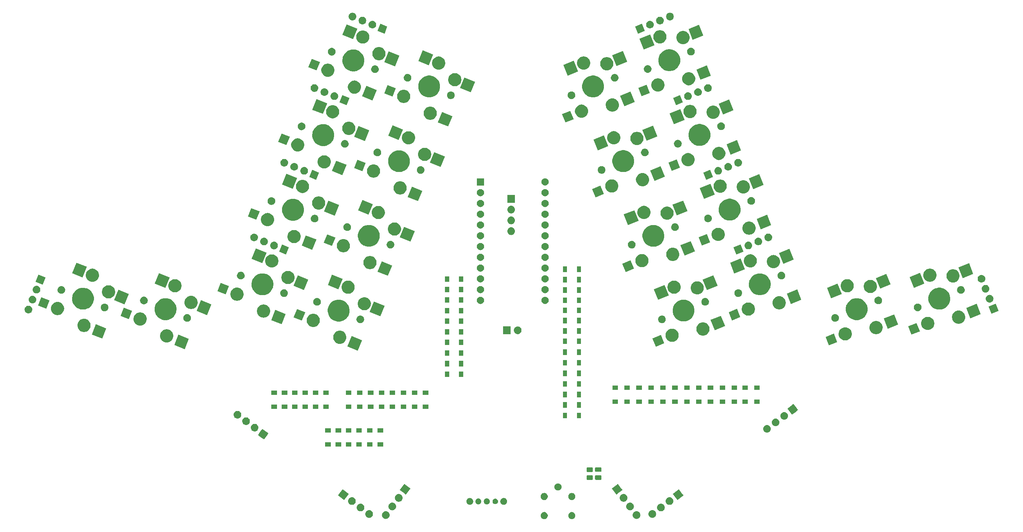
<source format=gbr>
G04 #@! TF.GenerationSoftware,KiCad,Pcbnew,(5.1.4)-1*
G04 #@! TF.CreationDate,2023-10-04T21:41:16-04:00*
G04 #@! TF.ProjectId,ThumbsUp,5468756d-6273-4557-902e-6b696361645f,rev?*
G04 #@! TF.SameCoordinates,Original*
G04 #@! TF.FileFunction,Soldermask,Bot*
G04 #@! TF.FilePolarity,Negative*
%FSLAX46Y46*%
G04 Gerber Fmt 4.6, Leading zero omitted, Abs format (unit mm)*
G04 Created by KiCad (PCBNEW (5.1.4)-1) date 2023-10-04 21:41:16*
%MOMM*%
%LPD*%
G04 APERTURE LIST*
%ADD10C,0.100000*%
G04 APERTURE END LIST*
D10*
G36*
X167314581Y-158513723D02*
G01*
X167467178Y-158576930D01*
X167604512Y-158668694D01*
X167721306Y-158785488D01*
X167813070Y-158922822D01*
X167876277Y-159075419D01*
X167908500Y-159237414D01*
X167908500Y-159402586D01*
X167876277Y-159564581D01*
X167813070Y-159717178D01*
X167721306Y-159854512D01*
X167604512Y-159971306D01*
X167467178Y-160063070D01*
X167314581Y-160126277D01*
X167152586Y-160158500D01*
X166987414Y-160158500D01*
X166825419Y-160126277D01*
X166672822Y-160063070D01*
X166535488Y-159971306D01*
X166418694Y-159854512D01*
X166326930Y-159717178D01*
X166263723Y-159564581D01*
X166231500Y-159402586D01*
X166231500Y-159237414D01*
X166263723Y-159075419D01*
X166326930Y-158922822D01*
X166418694Y-158785488D01*
X166535488Y-158668694D01*
X166672822Y-158576930D01*
X166825419Y-158513723D01*
X166987414Y-158481500D01*
X167152586Y-158481500D01*
X167314581Y-158513723D01*
X167314581Y-158513723D01*
G37*
G36*
X160814581Y-158513723D02*
G01*
X160967178Y-158576930D01*
X161104512Y-158668694D01*
X161221306Y-158785488D01*
X161313070Y-158922822D01*
X161376277Y-159075419D01*
X161408500Y-159237414D01*
X161408500Y-159402586D01*
X161376277Y-159564581D01*
X161313070Y-159717178D01*
X161221306Y-159854512D01*
X161104512Y-159971306D01*
X160967178Y-160063070D01*
X160814581Y-160126277D01*
X160652586Y-160158500D01*
X160487414Y-160158500D01*
X160325419Y-160126277D01*
X160172822Y-160063070D01*
X160035488Y-159971306D01*
X159918694Y-159854512D01*
X159826930Y-159717178D01*
X159763723Y-159564581D01*
X159731500Y-159402586D01*
X159731500Y-159237414D01*
X159763723Y-159075419D01*
X159826930Y-158922822D01*
X159918694Y-158785488D01*
X160035488Y-158668694D01*
X160172822Y-158576930D01*
X160325419Y-158513723D01*
X160487414Y-158481500D01*
X160652586Y-158481500D01*
X160814581Y-158513723D01*
X160814581Y-158513723D01*
G37*
G36*
X182469008Y-158314238D02*
G01*
X182535192Y-158320756D01*
X182705031Y-158372276D01*
X182861556Y-158455941D01*
X182897294Y-158485271D01*
X182998751Y-158568533D01*
X183080950Y-158668694D01*
X183111343Y-158705728D01*
X183111344Y-158705730D01*
X183194675Y-158861629D01*
X183195008Y-158862253D01*
X183246528Y-159032092D01*
X183263924Y-159208719D01*
X183246528Y-159385346D01*
X183195008Y-159555185D01*
X183111343Y-159711710D01*
X183082013Y-159747448D01*
X182998751Y-159848905D01*
X182897294Y-159932167D01*
X182861556Y-159961497D01*
X182861554Y-159961498D01*
X182706199Y-160044538D01*
X182705031Y-160045162D01*
X182535192Y-160096682D01*
X182469008Y-160103200D01*
X182402825Y-160109719D01*
X182314305Y-160109719D01*
X182248122Y-160103200D01*
X182181938Y-160096682D01*
X182012099Y-160045162D01*
X182010932Y-160044538D01*
X181855576Y-159961498D01*
X181855574Y-159961497D01*
X181819836Y-159932167D01*
X181718379Y-159848905D01*
X181635117Y-159747448D01*
X181605787Y-159711710D01*
X181522122Y-159555185D01*
X181470602Y-159385346D01*
X181453206Y-159208719D01*
X181470602Y-159032092D01*
X181522122Y-158862253D01*
X181522456Y-158861629D01*
X181605786Y-158705730D01*
X181605787Y-158705728D01*
X181636180Y-158668694D01*
X181718379Y-158568533D01*
X181819836Y-158485271D01*
X181855574Y-158455941D01*
X182012099Y-158372276D01*
X182181938Y-158320756D01*
X182248122Y-158314238D01*
X182314305Y-158307719D01*
X182402825Y-158307719D01*
X182469008Y-158314238D01*
X182469008Y-158314238D01*
G37*
G36*
X123294815Y-158313613D02*
G01*
X123361000Y-158320132D01*
X123530839Y-158371652D01*
X123530841Y-158371653D01*
X123532008Y-158372277D01*
X123687364Y-158455317D01*
X123688124Y-158455941D01*
X123824559Y-158567909D01*
X123907270Y-158668694D01*
X123937151Y-158705104D01*
X124020816Y-158861629D01*
X124072336Y-159031468D01*
X124089732Y-159208095D01*
X124072336Y-159384722D01*
X124049858Y-159458821D01*
X124020815Y-159554563D01*
X124020481Y-159555187D01*
X123937151Y-159711086D01*
X123907821Y-159746824D01*
X123824559Y-159848281D01*
X123723102Y-159931543D01*
X123687364Y-159960873D01*
X123530839Y-160044538D01*
X123361000Y-160096058D01*
X123294816Y-160102576D01*
X123228633Y-160109095D01*
X123140113Y-160109095D01*
X123073930Y-160102576D01*
X123007746Y-160096058D01*
X122837907Y-160044538D01*
X122681382Y-159960873D01*
X122645644Y-159931543D01*
X122544187Y-159848281D01*
X122460925Y-159746824D01*
X122431595Y-159711086D01*
X122348265Y-159555187D01*
X122347931Y-159554563D01*
X122318888Y-159458821D01*
X122296410Y-159384722D01*
X122279014Y-159208095D01*
X122296410Y-159031468D01*
X122347930Y-158861629D01*
X122431595Y-158705104D01*
X122461476Y-158668694D01*
X122544187Y-158567909D01*
X122680622Y-158455941D01*
X122681382Y-158455317D01*
X122836738Y-158372277D01*
X122837905Y-158371653D01*
X122837907Y-158371652D01*
X123007746Y-158320132D01*
X123073931Y-158313613D01*
X123140113Y-158307095D01*
X123228633Y-158307095D01*
X123294815Y-158313613D01*
X123294815Y-158313613D01*
G37*
G36*
X186194840Y-158061349D02*
G01*
X186261024Y-158067867D01*
X186430863Y-158119387D01*
X186587388Y-158203052D01*
X186623126Y-158232382D01*
X186724583Y-158315644D01*
X186807845Y-158417101D01*
X186837175Y-158452839D01*
X186920840Y-158609364D01*
X186972360Y-158779203D01*
X186989756Y-158955830D01*
X186972360Y-159132457D01*
X186920840Y-159302296D01*
X186837175Y-159458821D01*
X186807845Y-159494559D01*
X186724583Y-159596016D01*
X186623126Y-159679278D01*
X186587388Y-159708608D01*
X186430863Y-159792273D01*
X186261024Y-159843793D01*
X186209130Y-159848904D01*
X186128657Y-159856830D01*
X186040137Y-159856830D01*
X185959664Y-159848904D01*
X185907770Y-159843793D01*
X185737931Y-159792273D01*
X185581406Y-159708608D01*
X185545668Y-159679278D01*
X185444211Y-159596016D01*
X185360949Y-159494559D01*
X185331619Y-159458821D01*
X185247954Y-159302296D01*
X185196434Y-159132457D01*
X185179038Y-158955830D01*
X185196434Y-158779203D01*
X185247954Y-158609364D01*
X185331619Y-158452839D01*
X185360949Y-158417101D01*
X185444211Y-158315644D01*
X185545668Y-158232382D01*
X185581406Y-158203052D01*
X185737931Y-158119387D01*
X185907770Y-158067867D01*
X185973954Y-158061349D01*
X186040137Y-158054830D01*
X186128657Y-158054830D01*
X186194840Y-158061349D01*
X186194840Y-158061349D01*
G37*
G36*
X119366046Y-158061349D02*
G01*
X119432230Y-158067867D01*
X119602069Y-158119387D01*
X119758594Y-158203052D01*
X119794332Y-158232382D01*
X119895789Y-158315644D01*
X119979051Y-158417101D01*
X120008381Y-158452839D01*
X120092046Y-158609364D01*
X120143566Y-158779203D01*
X120160962Y-158955830D01*
X120143566Y-159132457D01*
X120092046Y-159302296D01*
X120008381Y-159458821D01*
X119979051Y-159494559D01*
X119895789Y-159596016D01*
X119794332Y-159679278D01*
X119758594Y-159708608D01*
X119602069Y-159792273D01*
X119432230Y-159843793D01*
X119380336Y-159848904D01*
X119299863Y-159856830D01*
X119211343Y-159856830D01*
X119130870Y-159848904D01*
X119078976Y-159843793D01*
X118909137Y-159792273D01*
X118752612Y-159708608D01*
X118716874Y-159679278D01*
X118615417Y-159596016D01*
X118532155Y-159494559D01*
X118502825Y-159458821D01*
X118419160Y-159302296D01*
X118367640Y-159132457D01*
X118350244Y-158955830D01*
X118367640Y-158779203D01*
X118419160Y-158609364D01*
X118502825Y-158452839D01*
X118532155Y-158417101D01*
X118615417Y-158315644D01*
X118716874Y-158232382D01*
X118752612Y-158203052D01*
X118909137Y-158119387D01*
X119078976Y-158067867D01*
X119145160Y-158061349D01*
X119211343Y-158054830D01*
X119299863Y-158054830D01*
X119366046Y-158061349D01*
X119366046Y-158061349D01*
G37*
G36*
X117337511Y-156532739D02*
G01*
X117403695Y-156539257D01*
X117573534Y-156590777D01*
X117730059Y-156674442D01*
X117765797Y-156703772D01*
X117867254Y-156787034D01*
X117950516Y-156888491D01*
X117979846Y-156924229D01*
X118063511Y-157080754D01*
X118115031Y-157250593D01*
X118132427Y-157427220D01*
X118115031Y-157603847D01*
X118063511Y-157773686D01*
X117979846Y-157930211D01*
X117977588Y-157932962D01*
X117867254Y-158067406D01*
X117765797Y-158150668D01*
X117730059Y-158179998D01*
X117573534Y-158263663D01*
X117403695Y-158315183D01*
X117353446Y-158320132D01*
X117271328Y-158328220D01*
X117182808Y-158328220D01*
X117100690Y-158320132D01*
X117050441Y-158315183D01*
X116880602Y-158263663D01*
X116724077Y-158179998D01*
X116688339Y-158150668D01*
X116586882Y-158067406D01*
X116476548Y-157932962D01*
X116474290Y-157930211D01*
X116390625Y-157773686D01*
X116339105Y-157603847D01*
X116321709Y-157427220D01*
X116339105Y-157250593D01*
X116390625Y-157080754D01*
X116474290Y-156924229D01*
X116503620Y-156888491D01*
X116586882Y-156787034D01*
X116688339Y-156703772D01*
X116724077Y-156674442D01*
X116880602Y-156590777D01*
X117050441Y-156539257D01*
X117116625Y-156532739D01*
X117182808Y-156526220D01*
X117271328Y-156526220D01*
X117337511Y-156532739D01*
X117337511Y-156532739D01*
G37*
G36*
X188223375Y-156532739D02*
G01*
X188289559Y-156539257D01*
X188459398Y-156590777D01*
X188615923Y-156674442D01*
X188651661Y-156703772D01*
X188753118Y-156787034D01*
X188836380Y-156888491D01*
X188865710Y-156924229D01*
X188949375Y-157080754D01*
X189000895Y-157250593D01*
X189018291Y-157427220D01*
X189000895Y-157603847D01*
X188949375Y-157773686D01*
X188865710Y-157930211D01*
X188863452Y-157932962D01*
X188753118Y-158067406D01*
X188651661Y-158150668D01*
X188615923Y-158179998D01*
X188459398Y-158263663D01*
X188289559Y-158315183D01*
X188239310Y-158320132D01*
X188157192Y-158328220D01*
X188068672Y-158328220D01*
X187986554Y-158320132D01*
X187936305Y-158315183D01*
X187766466Y-158263663D01*
X187609941Y-158179998D01*
X187574203Y-158150668D01*
X187472746Y-158067406D01*
X187362412Y-157932962D01*
X187360154Y-157930211D01*
X187276489Y-157773686D01*
X187224969Y-157603847D01*
X187207573Y-157427220D01*
X187224969Y-157250593D01*
X187276489Y-157080754D01*
X187360154Y-156924229D01*
X187389484Y-156888491D01*
X187472746Y-156787034D01*
X187574203Y-156703772D01*
X187609941Y-156674442D01*
X187766466Y-156590777D01*
X187936305Y-156539257D01*
X188002489Y-156532739D01*
X188068672Y-156526220D01*
X188157192Y-156526220D01*
X188223375Y-156532739D01*
X188223375Y-156532739D01*
G37*
G36*
X180940398Y-156285703D02*
G01*
X181006582Y-156292221D01*
X181176421Y-156343741D01*
X181332946Y-156427406D01*
X181368684Y-156456736D01*
X181470141Y-156539998D01*
X181553403Y-156641455D01*
X181582733Y-156677193D01*
X181582734Y-156677195D01*
X181666065Y-156833094D01*
X181666398Y-156833718D01*
X181717918Y-157003557D01*
X181735314Y-157180184D01*
X181717918Y-157356811D01*
X181666398Y-157526650D01*
X181582733Y-157683175D01*
X181553403Y-157718913D01*
X181470141Y-157820370D01*
X181368684Y-157903632D01*
X181332946Y-157932962D01*
X181332944Y-157932963D01*
X181177589Y-158016003D01*
X181176421Y-158016627D01*
X181006582Y-158068147D01*
X180940398Y-158074665D01*
X180874215Y-158081184D01*
X180785695Y-158081184D01*
X180719512Y-158074665D01*
X180653328Y-158068147D01*
X180483489Y-158016627D01*
X180482322Y-158016003D01*
X180326966Y-157932963D01*
X180326964Y-157932962D01*
X180291226Y-157903632D01*
X180189769Y-157820370D01*
X180106507Y-157718913D01*
X180077177Y-157683175D01*
X179993512Y-157526650D01*
X179941992Y-157356811D01*
X179924596Y-157180184D01*
X179941992Y-157003557D01*
X179993512Y-156833718D01*
X179993846Y-156833094D01*
X180077176Y-156677195D01*
X180077177Y-156677193D01*
X180106507Y-156641455D01*
X180189769Y-156539998D01*
X180291226Y-156456736D01*
X180326964Y-156427406D01*
X180483489Y-156343741D01*
X180653328Y-156292221D01*
X180719512Y-156285703D01*
X180785695Y-156279184D01*
X180874215Y-156279184D01*
X180940398Y-156285703D01*
X180940398Y-156285703D01*
G37*
G36*
X124823425Y-156285078D02*
G01*
X124889610Y-156291597D01*
X125059449Y-156343117D01*
X125059451Y-156343118D01*
X125060618Y-156343742D01*
X125215974Y-156426782D01*
X125216734Y-156427406D01*
X125353169Y-156539374D01*
X125436431Y-156640831D01*
X125465761Y-156676569D01*
X125549426Y-156833094D01*
X125600946Y-157002933D01*
X125618342Y-157179560D01*
X125600946Y-157356187D01*
X125579398Y-157427220D01*
X125549425Y-157526028D01*
X125549091Y-157526652D01*
X125465761Y-157682551D01*
X125436431Y-157718289D01*
X125353169Y-157819746D01*
X125251712Y-157903008D01*
X125215974Y-157932338D01*
X125059449Y-158016003D01*
X124889610Y-158067523D01*
X124823425Y-158074042D01*
X124757243Y-158080560D01*
X124668723Y-158080560D01*
X124602541Y-158074042D01*
X124536356Y-158067523D01*
X124366517Y-158016003D01*
X124209992Y-157932338D01*
X124174254Y-157903008D01*
X124072797Y-157819746D01*
X123989535Y-157718289D01*
X123960205Y-157682551D01*
X123876875Y-157526652D01*
X123876541Y-157526028D01*
X123846568Y-157427220D01*
X123825020Y-157356187D01*
X123807624Y-157179560D01*
X123825020Y-157002933D01*
X123876540Y-156833094D01*
X123960205Y-156676569D01*
X123989535Y-156640831D01*
X124072797Y-156539374D01*
X124209232Y-156427406D01*
X124209992Y-156426782D01*
X124365348Y-156343742D01*
X124366515Y-156343118D01*
X124366517Y-156343117D01*
X124536356Y-156291597D01*
X124602541Y-156285078D01*
X124668723Y-156278560D01*
X124757243Y-156278560D01*
X124823425Y-156285078D01*
X124823425Y-156285078D01*
G37*
G36*
X115308976Y-155004128D02*
G01*
X115375161Y-155010647D01*
X115545000Y-155062167D01*
X115701525Y-155145832D01*
X115708614Y-155151650D01*
X115838720Y-155258424D01*
X115908963Y-155344017D01*
X115951312Y-155395619D01*
X116034977Y-155552144D01*
X116086497Y-155721983D01*
X116103893Y-155898610D01*
X116086497Y-156075237D01*
X116034977Y-156245076D01*
X115951312Y-156401601D01*
X115930647Y-156426781D01*
X115838720Y-156538796D01*
X115769036Y-156595983D01*
X115701525Y-156651388D01*
X115545000Y-156735053D01*
X115375161Y-156786573D01*
X115308977Y-156793091D01*
X115242794Y-156799610D01*
X115154274Y-156799610D01*
X115088091Y-156793091D01*
X115021907Y-156786573D01*
X114852068Y-156735053D01*
X114695543Y-156651388D01*
X114628032Y-156595983D01*
X114558348Y-156538796D01*
X114466421Y-156426781D01*
X114445756Y-156401601D01*
X114362091Y-156245076D01*
X114310571Y-156075237D01*
X114293175Y-155898610D01*
X114310571Y-155721983D01*
X114362091Y-155552144D01*
X114445756Y-155395619D01*
X114488105Y-155344017D01*
X114558348Y-155258424D01*
X114688454Y-155151650D01*
X114695543Y-155145832D01*
X114852068Y-155062167D01*
X115021907Y-155010647D01*
X115088092Y-155004128D01*
X115154274Y-154997610D01*
X115242794Y-154997610D01*
X115308976Y-155004128D01*
X115308976Y-155004128D01*
G37*
G36*
X190251908Y-155004128D02*
G01*
X190318093Y-155010647D01*
X190487932Y-155062167D01*
X190644457Y-155145832D01*
X190651546Y-155151650D01*
X190781652Y-155258424D01*
X190851895Y-155344017D01*
X190894244Y-155395619D01*
X190977909Y-155552144D01*
X191029429Y-155721983D01*
X191046825Y-155898610D01*
X191029429Y-156075237D01*
X190977909Y-156245076D01*
X190894244Y-156401601D01*
X190873579Y-156426781D01*
X190781652Y-156538796D01*
X190711968Y-156595983D01*
X190644457Y-156651388D01*
X190487932Y-156735053D01*
X190318093Y-156786573D01*
X190251909Y-156793091D01*
X190185726Y-156799610D01*
X190097206Y-156799610D01*
X190031023Y-156793091D01*
X189964839Y-156786573D01*
X189795000Y-156735053D01*
X189638475Y-156651388D01*
X189570964Y-156595983D01*
X189501280Y-156538796D01*
X189409353Y-156426781D01*
X189388688Y-156401601D01*
X189305023Y-156245076D01*
X189253503Y-156075237D01*
X189236107Y-155898610D01*
X189253503Y-155721983D01*
X189305023Y-155552144D01*
X189388688Y-155395619D01*
X189431037Y-155344017D01*
X189501280Y-155258424D01*
X189631386Y-155151650D01*
X189638475Y-155145832D01*
X189795000Y-155062167D01*
X189964839Y-155010647D01*
X190031024Y-155004128D01*
X190097206Y-154997610D01*
X190185726Y-154997610D01*
X190251908Y-155004128D01*
X190251908Y-155004128D01*
G37*
G36*
X151253642Y-155199781D02*
G01*
X151399414Y-155260162D01*
X151399416Y-155260163D01*
X151530608Y-155347822D01*
X151642178Y-155459392D01*
X151729837Y-155590584D01*
X151729838Y-155590586D01*
X151790219Y-155736358D01*
X151821000Y-155891107D01*
X151821000Y-156048893D01*
X151790219Y-156203642D01*
X151749457Y-156302049D01*
X151729837Y-156349416D01*
X151642178Y-156480608D01*
X151530608Y-156592178D01*
X151399416Y-156679837D01*
X151399415Y-156679838D01*
X151399414Y-156679838D01*
X151253642Y-156740219D01*
X151098893Y-156771000D01*
X150941107Y-156771000D01*
X150786358Y-156740219D01*
X150640586Y-156679838D01*
X150640585Y-156679838D01*
X150640584Y-156679837D01*
X150509392Y-156592178D01*
X150397822Y-156480608D01*
X150310163Y-156349416D01*
X150290543Y-156302049D01*
X150249781Y-156203642D01*
X150219000Y-156048893D01*
X150219000Y-155891107D01*
X150249781Y-155736358D01*
X150310162Y-155590586D01*
X150310163Y-155590584D01*
X150397822Y-155459392D01*
X150509392Y-155347822D01*
X150640584Y-155260163D01*
X150640586Y-155260162D01*
X150786358Y-155199781D01*
X150941107Y-155169000D01*
X151098893Y-155169000D01*
X151253642Y-155199781D01*
X151253642Y-155199781D01*
G37*
G36*
X143253642Y-155199781D02*
G01*
X143399414Y-155260162D01*
X143399416Y-155260163D01*
X143530608Y-155347822D01*
X143642178Y-155459392D01*
X143729837Y-155590584D01*
X143729838Y-155590586D01*
X143790219Y-155736358D01*
X143821000Y-155891107D01*
X143821000Y-156048893D01*
X143790219Y-156203642D01*
X143749457Y-156302049D01*
X143729837Y-156349416D01*
X143642178Y-156480608D01*
X143530608Y-156592178D01*
X143399416Y-156679837D01*
X143399415Y-156679838D01*
X143399414Y-156679838D01*
X143253642Y-156740219D01*
X143098893Y-156771000D01*
X142941107Y-156771000D01*
X142786358Y-156740219D01*
X142640586Y-156679838D01*
X142640585Y-156679838D01*
X142640584Y-156679837D01*
X142509392Y-156592178D01*
X142397822Y-156480608D01*
X142310163Y-156349416D01*
X142290543Y-156302049D01*
X142249781Y-156203642D01*
X142219000Y-156048893D01*
X142219000Y-155891107D01*
X142249781Y-155736358D01*
X142310162Y-155590586D01*
X142310163Y-155590584D01*
X142397822Y-155459392D01*
X142509392Y-155347822D01*
X142640584Y-155260163D01*
X142640586Y-155260162D01*
X142786358Y-155199781D01*
X142941107Y-155169000D01*
X143098893Y-155169000D01*
X143253642Y-155199781D01*
X143253642Y-155199781D01*
G37*
G36*
X147224473Y-155295938D02*
G01*
X147352049Y-155348782D01*
X147466859Y-155425495D01*
X147564505Y-155523141D01*
X147641218Y-155637951D01*
X147694062Y-155765527D01*
X147721000Y-155900956D01*
X147721000Y-156039044D01*
X147694062Y-156174473D01*
X147641218Y-156302049D01*
X147564505Y-156416859D01*
X147466859Y-156514505D01*
X147352049Y-156591218D01*
X147224473Y-156644062D01*
X147089044Y-156671000D01*
X146950956Y-156671000D01*
X146815527Y-156644062D01*
X146687951Y-156591218D01*
X146573141Y-156514505D01*
X146475495Y-156416859D01*
X146398782Y-156302049D01*
X146345938Y-156174473D01*
X146319000Y-156039044D01*
X146319000Y-155900956D01*
X146345938Y-155765527D01*
X146398782Y-155637951D01*
X146475495Y-155523141D01*
X146573141Y-155425495D01*
X146687951Y-155348782D01*
X146815527Y-155295938D01*
X146950956Y-155269000D01*
X147089044Y-155269000D01*
X147224473Y-155295938D01*
X147224473Y-155295938D01*
G37*
G36*
X145224473Y-155295938D02*
G01*
X145352049Y-155348782D01*
X145466859Y-155425495D01*
X145564505Y-155523141D01*
X145641218Y-155637951D01*
X145694062Y-155765527D01*
X145721000Y-155900956D01*
X145721000Y-156039044D01*
X145694062Y-156174473D01*
X145641218Y-156302049D01*
X145564505Y-156416859D01*
X145466859Y-156514505D01*
X145352049Y-156591218D01*
X145224473Y-156644062D01*
X145089044Y-156671000D01*
X144950956Y-156671000D01*
X144815527Y-156644062D01*
X144687951Y-156591218D01*
X144573141Y-156514505D01*
X144475495Y-156416859D01*
X144398782Y-156302049D01*
X144345938Y-156174473D01*
X144319000Y-156039044D01*
X144319000Y-155900956D01*
X144345938Y-155765527D01*
X144398782Y-155637951D01*
X144475495Y-155523141D01*
X144573141Y-155425495D01*
X144687951Y-155348782D01*
X144815527Y-155295938D01*
X144950956Y-155269000D01*
X145089044Y-155269000D01*
X145224473Y-155295938D01*
X145224473Y-155295938D01*
G37*
G36*
X149127611Y-155327651D02*
G01*
X149209890Y-155344017D01*
X149328364Y-155393091D01*
X149434988Y-155464335D01*
X149525665Y-155555012D01*
X149594814Y-155658500D01*
X149596910Y-155661638D01*
X149645983Y-155780110D01*
X149671000Y-155905881D01*
X149671000Y-156034119D01*
X149645983Y-156159890D01*
X149610698Y-156245076D01*
X149596909Y-156278364D01*
X149525665Y-156384988D01*
X149434988Y-156475665D01*
X149328364Y-156546909D01*
X149328363Y-156546910D01*
X149328362Y-156546910D01*
X149209890Y-156595983D01*
X149084119Y-156621000D01*
X148955881Y-156621000D01*
X148830110Y-156595983D01*
X148711638Y-156546910D01*
X148711637Y-156546910D01*
X148711636Y-156546909D01*
X148605012Y-156475665D01*
X148514335Y-156384988D01*
X148443091Y-156278364D01*
X148429303Y-156245076D01*
X148394017Y-156159890D01*
X148369000Y-156034119D01*
X148369000Y-155905881D01*
X148394017Y-155780110D01*
X148443090Y-155661638D01*
X148445187Y-155658500D01*
X148514335Y-155555012D01*
X148605012Y-155464335D01*
X148711636Y-155393091D01*
X148830110Y-155344017D01*
X148912389Y-155327651D01*
X148955881Y-155319000D01*
X149084119Y-155319000D01*
X149127611Y-155327651D01*
X149127611Y-155327651D01*
G37*
G36*
X179411787Y-154257168D02*
G01*
X179477972Y-154263687D01*
X179647811Y-154315207D01*
X179804336Y-154398872D01*
X179833518Y-154422821D01*
X179941531Y-154511464D01*
X180024793Y-154612921D01*
X180054123Y-154648659D01*
X180054124Y-154648661D01*
X180137455Y-154804560D01*
X180137788Y-154805184D01*
X180189308Y-154975023D01*
X180206704Y-155151650D01*
X180189308Y-155328277D01*
X180137788Y-155498116D01*
X180054123Y-155654641D01*
X180024793Y-155690379D01*
X179941531Y-155791836D01*
X179840074Y-155875098D01*
X179804336Y-155904428D01*
X179804334Y-155904429D01*
X179648979Y-155987469D01*
X179647811Y-155988093D01*
X179477972Y-156039613D01*
X179411787Y-156046132D01*
X179345605Y-156052650D01*
X179257085Y-156052650D01*
X179190903Y-156046132D01*
X179124718Y-156039613D01*
X178954879Y-155988093D01*
X178953712Y-155987469D01*
X178798356Y-155904429D01*
X178798354Y-155904428D01*
X178762616Y-155875098D01*
X178661159Y-155791836D01*
X178577897Y-155690379D01*
X178548567Y-155654641D01*
X178464902Y-155498116D01*
X178413382Y-155328277D01*
X178395986Y-155151650D01*
X178413382Y-154975023D01*
X178464902Y-154805184D01*
X178465236Y-154804560D01*
X178548566Y-154648661D01*
X178548567Y-154648659D01*
X178577897Y-154612921D01*
X178661159Y-154511464D01*
X178769172Y-154422821D01*
X178798354Y-154398872D01*
X178954879Y-154315207D01*
X179124718Y-154263687D01*
X179190903Y-154257168D01*
X179257085Y-154250650D01*
X179345605Y-154250650D01*
X179411787Y-154257168D01*
X179411787Y-154257168D01*
G37*
G36*
X126352036Y-154256545D02*
G01*
X126418220Y-154263063D01*
X126588059Y-154314583D01*
X126588061Y-154314584D01*
X126589228Y-154315208D01*
X126744584Y-154398248D01*
X126745344Y-154398872D01*
X126881779Y-154510840D01*
X126965041Y-154612297D01*
X126994371Y-154648035D01*
X127078036Y-154804560D01*
X127129556Y-154974399D01*
X127146952Y-155151026D01*
X127129556Y-155327653D01*
X127085979Y-155471306D01*
X127078035Y-155497494D01*
X127077701Y-155498118D01*
X126994371Y-155654017D01*
X126965041Y-155689755D01*
X126881779Y-155791212D01*
X126780322Y-155874474D01*
X126744584Y-155903804D01*
X126588059Y-155987469D01*
X126418220Y-156038989D01*
X126352035Y-156045508D01*
X126285853Y-156052026D01*
X126197333Y-156052026D01*
X126131151Y-156045508D01*
X126064966Y-156038989D01*
X125895127Y-155987469D01*
X125738602Y-155903804D01*
X125702864Y-155874474D01*
X125601407Y-155791212D01*
X125518145Y-155689755D01*
X125488815Y-155654017D01*
X125405485Y-155498118D01*
X125405151Y-155497494D01*
X125397207Y-155471306D01*
X125353630Y-155327653D01*
X125336234Y-155151026D01*
X125353630Y-154974399D01*
X125405150Y-154804560D01*
X125488815Y-154648035D01*
X125518145Y-154612297D01*
X125601407Y-154510840D01*
X125737842Y-154398872D01*
X125738602Y-154398248D01*
X125893958Y-154315208D01*
X125895125Y-154314584D01*
X125895127Y-154314583D01*
X126064966Y-154263063D01*
X126131150Y-154256545D01*
X126197333Y-154250026D01*
X126285853Y-154250026D01*
X126352036Y-154256545D01*
X126352036Y-154256545D01*
G37*
G36*
X167314581Y-154013723D02*
G01*
X167467178Y-154076930D01*
X167604512Y-154168694D01*
X167721306Y-154285488D01*
X167813070Y-154422822D01*
X167876277Y-154575419D01*
X167908500Y-154737414D01*
X167908500Y-154902586D01*
X167876277Y-155064581D01*
X167813070Y-155217178D01*
X167721306Y-155354512D01*
X167604512Y-155471306D01*
X167467178Y-155563070D01*
X167314581Y-155626277D01*
X167152586Y-155658500D01*
X166987414Y-155658500D01*
X166825419Y-155626277D01*
X166672822Y-155563070D01*
X166535488Y-155471306D01*
X166418694Y-155354512D01*
X166326930Y-155217178D01*
X166263723Y-155064581D01*
X166231500Y-154902586D01*
X166231500Y-154737414D01*
X166263723Y-154575419D01*
X166326930Y-154422822D01*
X166418694Y-154285488D01*
X166535488Y-154168694D01*
X166672822Y-154076930D01*
X166825419Y-154013723D01*
X166987414Y-153981500D01*
X167152586Y-153981500D01*
X167314581Y-154013723D01*
X167314581Y-154013723D01*
G37*
G36*
X160814581Y-154013723D02*
G01*
X160967178Y-154076930D01*
X161104512Y-154168694D01*
X161221306Y-154285488D01*
X161313070Y-154422822D01*
X161376277Y-154575419D01*
X161408500Y-154737414D01*
X161408500Y-154902586D01*
X161376277Y-155064581D01*
X161313070Y-155217178D01*
X161221306Y-155354512D01*
X161104512Y-155471306D01*
X160967178Y-155563070D01*
X160814581Y-155626277D01*
X160652586Y-155658500D01*
X160487414Y-155658500D01*
X160325419Y-155626277D01*
X160172822Y-155563070D01*
X160035488Y-155471306D01*
X159918694Y-155354512D01*
X159826930Y-155217178D01*
X159763723Y-155064581D01*
X159731500Y-154902586D01*
X159731500Y-154737414D01*
X159763723Y-154575419D01*
X159826930Y-154422822D01*
X159918694Y-154285488D01*
X160035488Y-154168694D01*
X160172822Y-154076930D01*
X160325419Y-154013723D01*
X160487414Y-153981500D01*
X160652586Y-153981500D01*
X160814581Y-154013723D01*
X160814581Y-154013723D01*
G37*
G36*
X192965777Y-153928894D02*
G01*
X193431806Y-154547335D01*
X193431806Y-154547336D01*
X192748601Y-155062167D01*
X191992665Y-155631806D01*
X191992664Y-155631806D01*
X191175457Y-154547335D01*
X190908194Y-154192665D01*
X190908194Y-154192664D01*
X191991577Y-153376277D01*
X192347335Y-153108194D01*
X192347336Y-153108194D01*
X192965777Y-153928894D01*
X192965777Y-153928894D01*
G37*
G36*
X113348423Y-153376277D02*
G01*
X114431806Y-154192664D01*
X114431806Y-154192665D01*
X114164543Y-154547335D01*
X113347336Y-155631806D01*
X113347335Y-155631806D01*
X112591399Y-155062167D01*
X111908194Y-154547336D01*
X111908194Y-154547335D01*
X112374223Y-153928894D01*
X112992664Y-153108194D01*
X112992665Y-153108194D01*
X113348423Y-153376277D01*
X113348423Y-153376277D01*
G37*
G36*
X178568512Y-152682010D02*
G01*
X179034541Y-153300451D01*
X179034541Y-153300452D01*
X178213841Y-153918893D01*
X177595400Y-154384922D01*
X177595399Y-154384922D01*
X176835331Y-153376277D01*
X176510929Y-152945781D01*
X176510929Y-152945780D01*
X177536681Y-152172821D01*
X177950070Y-151861310D01*
X177950071Y-151861310D01*
X178568512Y-152682010D01*
X178568512Y-152682010D01*
G37*
G36*
X128007085Y-152172821D02*
G01*
X129032009Y-152945156D01*
X129032009Y-152945157D01*
X128682855Y-153408500D01*
X127947539Y-154384298D01*
X127947538Y-154384298D01*
X127329097Y-153918269D01*
X126508397Y-153299828D01*
X126508397Y-153299827D01*
X126996129Y-152652585D01*
X127592867Y-151860686D01*
X127592868Y-151860686D01*
X128007085Y-152172821D01*
X128007085Y-152172821D01*
G37*
G36*
X164064581Y-151763723D02*
G01*
X164217178Y-151826930D01*
X164354512Y-151918694D01*
X164471306Y-152035488D01*
X164563070Y-152172822D01*
X164626277Y-152325419D01*
X164658500Y-152487414D01*
X164658500Y-152652586D01*
X164626277Y-152814581D01*
X164563070Y-152967178D01*
X164471306Y-153104512D01*
X164354512Y-153221306D01*
X164217178Y-153313070D01*
X164064581Y-153376277D01*
X163902586Y-153408500D01*
X163737414Y-153408500D01*
X163575419Y-153376277D01*
X163422822Y-153313070D01*
X163285488Y-153221306D01*
X163168694Y-153104512D01*
X163076930Y-152967178D01*
X163013723Y-152814581D01*
X162981500Y-152652586D01*
X162981500Y-152487414D01*
X163013723Y-152325419D01*
X163076930Y-152172822D01*
X163168694Y-152035488D01*
X163285488Y-151918694D01*
X163422822Y-151826930D01*
X163575419Y-151763723D01*
X163737414Y-151731500D01*
X163902586Y-151731500D01*
X164064581Y-151763723D01*
X164064581Y-151763723D01*
G37*
G36*
X171904468Y-149823565D02*
G01*
X171943138Y-149835296D01*
X171978777Y-149854346D01*
X172010017Y-149879983D01*
X172035654Y-149911223D01*
X172054704Y-149946862D01*
X172066435Y-149985532D01*
X172071000Y-150031888D01*
X172071000Y-150683112D01*
X172066435Y-150729468D01*
X172054704Y-150768138D01*
X172035654Y-150803777D01*
X172010017Y-150835017D01*
X171978777Y-150860654D01*
X171943138Y-150879704D01*
X171904468Y-150891435D01*
X171858112Y-150896000D01*
X170781888Y-150896000D01*
X170735532Y-150891435D01*
X170696862Y-150879704D01*
X170661223Y-150860654D01*
X170629983Y-150835017D01*
X170604346Y-150803777D01*
X170585296Y-150768138D01*
X170573565Y-150729468D01*
X170569000Y-150683112D01*
X170569000Y-150031888D01*
X170573565Y-149985532D01*
X170585296Y-149946862D01*
X170604346Y-149911223D01*
X170629983Y-149879983D01*
X170661223Y-149854346D01*
X170696862Y-149835296D01*
X170735532Y-149823565D01*
X170781888Y-149819000D01*
X171858112Y-149819000D01*
X171904468Y-149823565D01*
X171904468Y-149823565D01*
G37*
G36*
X173904468Y-149811065D02*
G01*
X173943138Y-149822796D01*
X173978777Y-149841846D01*
X174010017Y-149867483D01*
X174035654Y-149898723D01*
X174054704Y-149934362D01*
X174066435Y-149973032D01*
X174071000Y-150019388D01*
X174071000Y-150670612D01*
X174066435Y-150716968D01*
X174054704Y-150755638D01*
X174035654Y-150791277D01*
X174010017Y-150822517D01*
X173978777Y-150848154D01*
X173943138Y-150867204D01*
X173904468Y-150878935D01*
X173858112Y-150883500D01*
X172781888Y-150883500D01*
X172735532Y-150878935D01*
X172696862Y-150867204D01*
X172661223Y-150848154D01*
X172629983Y-150822517D01*
X172604346Y-150791277D01*
X172585296Y-150755638D01*
X172573565Y-150716968D01*
X172569000Y-150670612D01*
X172569000Y-150019388D01*
X172573565Y-149973032D01*
X172585296Y-149934362D01*
X172604346Y-149898723D01*
X172629983Y-149867483D01*
X172661223Y-149841846D01*
X172696862Y-149822796D01*
X172735532Y-149811065D01*
X172781888Y-149806500D01*
X173858112Y-149806500D01*
X173904468Y-149811065D01*
X173904468Y-149811065D01*
G37*
G36*
X171904468Y-147948565D02*
G01*
X171943138Y-147960296D01*
X171978777Y-147979346D01*
X172010017Y-148004983D01*
X172035654Y-148036223D01*
X172054704Y-148071862D01*
X172066435Y-148110532D01*
X172071000Y-148156888D01*
X172071000Y-148808112D01*
X172066435Y-148854468D01*
X172054704Y-148893138D01*
X172035654Y-148928777D01*
X172010017Y-148960017D01*
X171978777Y-148985654D01*
X171943138Y-149004704D01*
X171904468Y-149016435D01*
X171858112Y-149021000D01*
X170781888Y-149021000D01*
X170735532Y-149016435D01*
X170696862Y-149004704D01*
X170661223Y-148985654D01*
X170629983Y-148960017D01*
X170604346Y-148928777D01*
X170585296Y-148893138D01*
X170573565Y-148854468D01*
X170569000Y-148808112D01*
X170569000Y-148156888D01*
X170573565Y-148110532D01*
X170585296Y-148071862D01*
X170604346Y-148036223D01*
X170629983Y-148004983D01*
X170661223Y-147979346D01*
X170696862Y-147960296D01*
X170735532Y-147948565D01*
X170781888Y-147944000D01*
X171858112Y-147944000D01*
X171904468Y-147948565D01*
X171904468Y-147948565D01*
G37*
G36*
X173904468Y-147936065D02*
G01*
X173943138Y-147947796D01*
X173978777Y-147966846D01*
X174010017Y-147992483D01*
X174035654Y-148023723D01*
X174054704Y-148059362D01*
X174066435Y-148098032D01*
X174071000Y-148144388D01*
X174071000Y-148795612D01*
X174066435Y-148841968D01*
X174054704Y-148880638D01*
X174035654Y-148916277D01*
X174010017Y-148947517D01*
X173978777Y-148973154D01*
X173943138Y-148992204D01*
X173904468Y-149003935D01*
X173858112Y-149008500D01*
X172781888Y-149008500D01*
X172735532Y-149003935D01*
X172696862Y-148992204D01*
X172661223Y-148973154D01*
X172629983Y-148947517D01*
X172604346Y-148916277D01*
X172585296Y-148880638D01*
X172573565Y-148841968D01*
X172569000Y-148795612D01*
X172569000Y-148144388D01*
X172573565Y-148098032D01*
X172585296Y-148059362D01*
X172604346Y-148023723D01*
X172629983Y-147992483D01*
X172661223Y-147966846D01*
X172696862Y-147947796D01*
X172735532Y-147936065D01*
X172781888Y-147931500D01*
X173858112Y-147931500D01*
X173904468Y-147936065D01*
X173904468Y-147936065D01*
G37*
G36*
X112643733Y-143071000D02*
G01*
X111341733Y-143071000D01*
X111341733Y-142069000D01*
X112643733Y-142069000D01*
X112643733Y-143071000D01*
X112643733Y-143071000D01*
G37*
G36*
X115089187Y-143071000D02*
G01*
X113787187Y-143071000D01*
X113787187Y-142069000D01*
X115089187Y-142069000D01*
X115089187Y-143071000D01*
X115089187Y-143071000D01*
G37*
G36*
X120071000Y-143071000D02*
G01*
X118769000Y-143071000D01*
X118769000Y-142069000D01*
X120071000Y-142069000D01*
X120071000Y-143071000D01*
X120071000Y-143071000D01*
G37*
G36*
X122571000Y-143071000D02*
G01*
X121269000Y-143071000D01*
X121269000Y-142069000D01*
X122571000Y-142069000D01*
X122571000Y-143071000D01*
X122571000Y-143071000D01*
G37*
G36*
X110198270Y-143071000D02*
G01*
X108896270Y-143071000D01*
X108896270Y-142069000D01*
X110198270Y-142069000D01*
X110198270Y-143071000D01*
X110198270Y-143071000D01*
G37*
G36*
X117534641Y-143071000D02*
G01*
X116232641Y-143071000D01*
X116232641Y-142069000D01*
X117534641Y-142069000D01*
X117534641Y-143071000D01*
X117534641Y-143071000D01*
G37*
G36*
X94588158Y-139231575D02*
G01*
X95531806Y-139942664D01*
X95531806Y-139942665D01*
X95264543Y-140297335D01*
X94447336Y-141381806D01*
X94447335Y-141381806D01*
X93828894Y-140915777D01*
X93008194Y-140297336D01*
X93008194Y-140297335D01*
X93663411Y-139427833D01*
X94092664Y-138858194D01*
X94092665Y-138858194D01*
X94588158Y-139231575D01*
X94588158Y-139231575D01*
G37*
G36*
X122571000Y-139771000D02*
G01*
X121269000Y-139771000D01*
X121269000Y-138769000D01*
X122571000Y-138769000D01*
X122571000Y-139771000D01*
X122571000Y-139771000D01*
G37*
G36*
X120071000Y-139771000D02*
G01*
X118769000Y-139771000D01*
X118769000Y-138769000D01*
X120071000Y-138769000D01*
X120071000Y-139771000D01*
X120071000Y-139771000D01*
G37*
G36*
X117534641Y-139771000D02*
G01*
X116232641Y-139771000D01*
X116232641Y-138769000D01*
X117534641Y-138769000D01*
X117534641Y-139771000D01*
X117534641Y-139771000D01*
G37*
G36*
X115089187Y-139771000D02*
G01*
X113787187Y-139771000D01*
X113787187Y-138769000D01*
X115089187Y-138769000D01*
X115089187Y-139771000D01*
X115089187Y-139771000D01*
G37*
G36*
X112643733Y-139771000D02*
G01*
X111341733Y-139771000D01*
X111341733Y-138769000D01*
X112643733Y-138769000D01*
X112643733Y-139771000D01*
X112643733Y-139771000D01*
G37*
G36*
X110198270Y-139771000D02*
G01*
X108896270Y-139771000D01*
X108896270Y-138769000D01*
X110198270Y-138769000D01*
X110198270Y-139771000D01*
X110198270Y-139771000D01*
G37*
G36*
X213235140Y-137963780D02*
G01*
X213315392Y-137971684D01*
X213485231Y-138023204D01*
X213641756Y-138106869D01*
X213677494Y-138136199D01*
X213778951Y-138219461D01*
X213862213Y-138320918D01*
X213891543Y-138356656D01*
X213975208Y-138513181D01*
X214026728Y-138683020D01*
X214044124Y-138859647D01*
X214026728Y-139036274D01*
X213975208Y-139206113D01*
X213891543Y-139362638D01*
X213862213Y-139398376D01*
X213778951Y-139499833D01*
X213677494Y-139583095D01*
X213641756Y-139612425D01*
X213485231Y-139696090D01*
X213315392Y-139747610D01*
X213249207Y-139754129D01*
X213183025Y-139760647D01*
X213094505Y-139760647D01*
X213028323Y-139754129D01*
X212962138Y-139747610D01*
X212792299Y-139696090D01*
X212635774Y-139612425D01*
X212600036Y-139583095D01*
X212498579Y-139499833D01*
X212415317Y-139398376D01*
X212385987Y-139362638D01*
X212302322Y-139206113D01*
X212250802Y-139036274D01*
X212233406Y-138859647D01*
X212250802Y-138683020D01*
X212302322Y-138513181D01*
X212385987Y-138356656D01*
X212415317Y-138320918D01*
X212498579Y-138219461D01*
X212600036Y-138136199D01*
X212635774Y-138106869D01*
X212792299Y-138023204D01*
X212962138Y-137971684D01*
X213042390Y-137963780D01*
X213094505Y-137958647D01*
X213183025Y-137958647D01*
X213235140Y-137963780D01*
X213235140Y-137963780D01*
G37*
G36*
X92351908Y-137696908D02*
G01*
X92418093Y-137703427D01*
X92587932Y-137754947D01*
X92744457Y-137838612D01*
X92780195Y-137867942D01*
X92881652Y-137951204D01*
X92964914Y-138052661D01*
X92994244Y-138088399D01*
X93077909Y-138244924D01*
X93129429Y-138414763D01*
X93146825Y-138591390D01*
X93129429Y-138768017D01*
X93077909Y-138937856D01*
X92994244Y-139094381D01*
X92964914Y-139130119D01*
X92881652Y-139231576D01*
X92780195Y-139314838D01*
X92744457Y-139344168D01*
X92587932Y-139427833D01*
X92418093Y-139479353D01*
X92351908Y-139485872D01*
X92285726Y-139492390D01*
X92197206Y-139492390D01*
X92131024Y-139485872D01*
X92064839Y-139479353D01*
X91895000Y-139427833D01*
X91738475Y-139344168D01*
X91702737Y-139314838D01*
X91601280Y-139231576D01*
X91518018Y-139130119D01*
X91488688Y-139094381D01*
X91405023Y-138937856D01*
X91353503Y-138768017D01*
X91336107Y-138591390D01*
X91353503Y-138414763D01*
X91405023Y-138244924D01*
X91488688Y-138088399D01*
X91518018Y-138052661D01*
X91601280Y-137951204D01*
X91702737Y-137867942D01*
X91738475Y-137838612D01*
X91895000Y-137754947D01*
X92064839Y-137703427D01*
X92131024Y-137696908D01*
X92197206Y-137690390D01*
X92285726Y-137690390D01*
X92351908Y-137696908D01*
X92351908Y-137696908D01*
G37*
G36*
X215263675Y-136435170D02*
G01*
X215343927Y-136443074D01*
X215513766Y-136494594D01*
X215670291Y-136578259D01*
X215706029Y-136607589D01*
X215807486Y-136690851D01*
X215890748Y-136792308D01*
X215920078Y-136828046D01*
X216003743Y-136984571D01*
X216055263Y-137154410D01*
X216072659Y-137331037D01*
X216055263Y-137507664D01*
X216003743Y-137677503D01*
X215920078Y-137834028D01*
X215890748Y-137869766D01*
X215807486Y-137971223D01*
X215706029Y-138054485D01*
X215670291Y-138083815D01*
X215513766Y-138167480D01*
X215343927Y-138219000D01*
X215277742Y-138225519D01*
X215211560Y-138232037D01*
X215123040Y-138232037D01*
X215056858Y-138225519D01*
X214990673Y-138219000D01*
X214820834Y-138167480D01*
X214664309Y-138083815D01*
X214628571Y-138054485D01*
X214527114Y-137971223D01*
X214443852Y-137869766D01*
X214414522Y-137834028D01*
X214330857Y-137677503D01*
X214279337Y-137507664D01*
X214261941Y-137331037D01*
X214279337Y-137154410D01*
X214330857Y-136984571D01*
X214414522Y-136828046D01*
X214443852Y-136792308D01*
X214527114Y-136690851D01*
X214628571Y-136607589D01*
X214664309Y-136578259D01*
X214820834Y-136494594D01*
X214990673Y-136443074D01*
X215070925Y-136435170D01*
X215123040Y-136430037D01*
X215211560Y-136430037D01*
X215263675Y-136435170D01*
X215263675Y-136435170D01*
G37*
G36*
X90323374Y-136168298D02*
G01*
X90389559Y-136174817D01*
X90559398Y-136226337D01*
X90715923Y-136310002D01*
X90751661Y-136339332D01*
X90853118Y-136422594D01*
X90936380Y-136524051D01*
X90965710Y-136559789D01*
X91049375Y-136716314D01*
X91100895Y-136886153D01*
X91118291Y-137062780D01*
X91100895Y-137239407D01*
X91049375Y-137409246D01*
X90965710Y-137565771D01*
X90936380Y-137601509D01*
X90853118Y-137702966D01*
X90751661Y-137786228D01*
X90715923Y-137815558D01*
X90559398Y-137899223D01*
X90389559Y-137950743D01*
X90323374Y-137957262D01*
X90257192Y-137963780D01*
X90168672Y-137963780D01*
X90102490Y-137957262D01*
X90036305Y-137950743D01*
X89866466Y-137899223D01*
X89709941Y-137815558D01*
X89674203Y-137786228D01*
X89572746Y-137702966D01*
X89489484Y-137601509D01*
X89460154Y-137565771D01*
X89376489Y-137409246D01*
X89324969Y-137239407D01*
X89307573Y-137062780D01*
X89324969Y-136886153D01*
X89376489Y-136716314D01*
X89460154Y-136559789D01*
X89489484Y-136524051D01*
X89572746Y-136422594D01*
X89674203Y-136339332D01*
X89709941Y-136310002D01*
X89866466Y-136226337D01*
X90036305Y-136174817D01*
X90102490Y-136168298D01*
X90168672Y-136161780D01*
X90257192Y-136161780D01*
X90323374Y-136168298D01*
X90323374Y-136168298D01*
G37*
G36*
X217306277Y-134907946D02*
G01*
X217372461Y-134914464D01*
X217542300Y-134965984D01*
X217698825Y-135049649D01*
X217722404Y-135069000D01*
X217836020Y-135162241D01*
X217919282Y-135263698D01*
X217948612Y-135299436D01*
X218032277Y-135455961D01*
X218083797Y-135625800D01*
X218101193Y-135802427D01*
X218083797Y-135979054D01*
X218032277Y-136148893D01*
X217948612Y-136305418D01*
X217919282Y-136341156D01*
X217836020Y-136442613D01*
X217734563Y-136525875D01*
X217698825Y-136555205D01*
X217542300Y-136638870D01*
X217372461Y-136690390D01*
X217306276Y-136696909D01*
X217240094Y-136703427D01*
X217151574Y-136703427D01*
X217085392Y-136696909D01*
X217019207Y-136690390D01*
X216849368Y-136638870D01*
X216692843Y-136555205D01*
X216657105Y-136525875D01*
X216555648Y-136442613D01*
X216472386Y-136341156D01*
X216443056Y-136305418D01*
X216359391Y-136148893D01*
X216307871Y-135979054D01*
X216290475Y-135802427D01*
X216307871Y-135625800D01*
X216359391Y-135455961D01*
X216443056Y-135299436D01*
X216472386Y-135263698D01*
X216555648Y-135162241D01*
X216669264Y-135069000D01*
X216692843Y-135049649D01*
X216849368Y-134965984D01*
X217019207Y-134914464D01*
X217085391Y-134907946D01*
X217151574Y-134901427D01*
X217240094Y-134901427D01*
X217306277Y-134907946D01*
X217306277Y-134907946D01*
G37*
G36*
X88294840Y-134639689D02*
G01*
X88361024Y-134646207D01*
X88530863Y-134697727D01*
X88687388Y-134781392D01*
X88723126Y-134810722D01*
X88824583Y-134893984D01*
X88907845Y-134995441D01*
X88937175Y-135031179D01*
X89020840Y-135187704D01*
X89072360Y-135357543D01*
X89089756Y-135534170D01*
X89072360Y-135710797D01*
X89020840Y-135880636D01*
X88937175Y-136037161D01*
X88907845Y-136072899D01*
X88824583Y-136174356D01*
X88723126Y-136257618D01*
X88687388Y-136286948D01*
X88530863Y-136370613D01*
X88361024Y-136422133D01*
X88294840Y-136428651D01*
X88228657Y-136435170D01*
X88140137Y-136435170D01*
X88073954Y-136428651D01*
X88007770Y-136422133D01*
X87837931Y-136370613D01*
X87681406Y-136286948D01*
X87645668Y-136257618D01*
X87544211Y-136174356D01*
X87460949Y-136072899D01*
X87431619Y-136037161D01*
X87347954Y-135880636D01*
X87296434Y-135710797D01*
X87279038Y-135534170D01*
X87296434Y-135357543D01*
X87347954Y-135187704D01*
X87431619Y-135031179D01*
X87460949Y-134995441D01*
X87544211Y-134893984D01*
X87645668Y-134810722D01*
X87681406Y-134781392D01*
X87837931Y-134697727D01*
X88007770Y-134646207D01*
X88073954Y-134639689D01*
X88140137Y-134633170D01*
X88228657Y-134633170D01*
X88294840Y-134639689D01*
X88294840Y-134639689D01*
G37*
G36*
X165971000Y-136371000D02*
G01*
X164969000Y-136371000D01*
X164969000Y-135069000D01*
X165971000Y-135069000D01*
X165971000Y-136371000D01*
X165971000Y-136371000D01*
G37*
G36*
X169271000Y-136371000D02*
G01*
X168269000Y-136371000D01*
X168269000Y-135069000D01*
X169271000Y-135069000D01*
X169271000Y-136371000D01*
X169271000Y-136371000D01*
G37*
G36*
X220020145Y-133832711D02*
G01*
X220486174Y-134451152D01*
X220486174Y-134451153D01*
X219802969Y-134965984D01*
X219047033Y-135535623D01*
X219047032Y-135535623D01*
X217981038Y-134121000D01*
X217962562Y-134096482D01*
X217962562Y-134096481D01*
X218783262Y-133478040D01*
X219401703Y-133012011D01*
X219401704Y-133012011D01*
X220020145Y-133832711D01*
X220020145Y-133832711D01*
G37*
G36*
X128021000Y-134121000D02*
G01*
X126719000Y-134121000D01*
X126719000Y-133119000D01*
X128021000Y-133119000D01*
X128021000Y-134121000D01*
X128021000Y-134121000D01*
G37*
G36*
X133221000Y-134121000D02*
G01*
X131919000Y-134121000D01*
X131919000Y-133119000D01*
X133221000Y-133119000D01*
X133221000Y-134121000D01*
X133221000Y-134121000D01*
G37*
G36*
X130621000Y-134121000D02*
G01*
X129319000Y-134121000D01*
X129319000Y-133119000D01*
X130621000Y-133119000D01*
X130621000Y-134121000D01*
X130621000Y-134121000D01*
G37*
G36*
X115071000Y-134121000D02*
G01*
X113769000Y-134121000D01*
X113769000Y-133119000D01*
X115071000Y-133119000D01*
X115071000Y-134121000D01*
X115071000Y-134121000D01*
G37*
G36*
X117671000Y-134121000D02*
G01*
X116369000Y-134121000D01*
X116369000Y-133119000D01*
X117671000Y-133119000D01*
X117671000Y-134121000D01*
X117671000Y-134121000D01*
G37*
G36*
X99943729Y-134121000D02*
G01*
X98641729Y-134121000D01*
X98641729Y-133119000D01*
X99943729Y-133119000D01*
X99943729Y-134121000D01*
X99943729Y-134121000D01*
G37*
G36*
X107280091Y-134121000D02*
G01*
X105978091Y-134121000D01*
X105978091Y-133119000D01*
X107280091Y-133119000D01*
X107280091Y-134121000D01*
X107280091Y-134121000D01*
G37*
G36*
X102389183Y-134121000D02*
G01*
X101087183Y-134121000D01*
X101087183Y-133119000D01*
X102389183Y-133119000D01*
X102389183Y-134121000D01*
X102389183Y-134121000D01*
G37*
G36*
X104834637Y-134121000D02*
G01*
X103532637Y-134121000D01*
X103532637Y-133119000D01*
X104834637Y-133119000D01*
X104834637Y-134121000D01*
X104834637Y-134121000D01*
G37*
G36*
X120271000Y-134121000D02*
G01*
X118969000Y-134121000D01*
X118969000Y-133119000D01*
X120271000Y-133119000D01*
X120271000Y-134121000D01*
X120271000Y-134121000D01*
G37*
G36*
X122871000Y-134121000D02*
G01*
X121569000Y-134121000D01*
X121569000Y-133119000D01*
X122871000Y-133119000D01*
X122871000Y-134121000D01*
X122871000Y-134121000D01*
G37*
G36*
X125421000Y-134121000D02*
G01*
X124119000Y-134121000D01*
X124119000Y-133119000D01*
X125421000Y-133119000D01*
X125421000Y-134121000D01*
X125421000Y-134121000D01*
G37*
G36*
X109725545Y-134121000D02*
G01*
X108423545Y-134121000D01*
X108423545Y-133119000D01*
X109725545Y-133119000D01*
X109725545Y-134121000D01*
X109725545Y-134121000D01*
G37*
G36*
X97498275Y-134121000D02*
G01*
X96196275Y-134121000D01*
X96196275Y-133119000D01*
X97498275Y-133119000D01*
X97498275Y-134121000D01*
X97498275Y-134121000D01*
G37*
G36*
X165971000Y-133883500D02*
G01*
X164969000Y-133883500D01*
X164969000Y-132581500D01*
X165971000Y-132581500D01*
X165971000Y-133883500D01*
X165971000Y-133883500D01*
G37*
G36*
X169271000Y-133883500D02*
G01*
X168269000Y-133883500D01*
X168269000Y-132581500D01*
X169271000Y-132581500D01*
X169271000Y-133883500D01*
X169271000Y-133883500D01*
G37*
G36*
X180790230Y-132971000D02*
G01*
X179488230Y-132971000D01*
X179488230Y-131969000D01*
X180790230Y-131969000D01*
X180790230Y-132971000D01*
X180790230Y-132971000D01*
G37*
G36*
X200444070Y-132971000D02*
G01*
X199142070Y-132971000D01*
X199142070Y-131969000D01*
X200444070Y-131969000D01*
X200444070Y-132971000D01*
X200444070Y-132971000D01*
G37*
G36*
X208601760Y-132971000D02*
G01*
X207299760Y-132971000D01*
X207299760Y-131969000D01*
X208601760Y-131969000D01*
X208601760Y-132971000D01*
X208601760Y-132971000D01*
G37*
G36*
X186428690Y-132971000D02*
G01*
X185126690Y-132971000D01*
X185126690Y-131969000D01*
X186428690Y-131969000D01*
X186428690Y-132971000D01*
X186428690Y-132971000D01*
G37*
G36*
X211421000Y-132971000D02*
G01*
X210119000Y-132971000D01*
X210119000Y-131969000D01*
X211421000Y-131969000D01*
X211421000Y-132971000D01*
X211421000Y-132971000D01*
G37*
G36*
X183609460Y-132971000D02*
G01*
X182307460Y-132971000D01*
X182307460Y-131969000D01*
X183609460Y-131969000D01*
X183609460Y-132971000D01*
X183609460Y-132971000D01*
G37*
G36*
X197705610Y-132971000D02*
G01*
X196403610Y-132971000D01*
X196403610Y-131969000D01*
X197705610Y-131969000D01*
X197705610Y-132971000D01*
X197705610Y-132971000D01*
G37*
G36*
X194886380Y-132971000D02*
G01*
X193584380Y-132971000D01*
X193584380Y-131969000D01*
X194886380Y-131969000D01*
X194886380Y-132971000D01*
X194886380Y-132971000D01*
G37*
G36*
X177971000Y-132971000D02*
G01*
X176669000Y-132971000D01*
X176669000Y-131969000D01*
X177971000Y-131969000D01*
X177971000Y-132971000D01*
X177971000Y-132971000D01*
G37*
G36*
X206082530Y-132971000D02*
G01*
X204780530Y-132971000D01*
X204780530Y-131969000D01*
X206082530Y-131969000D01*
X206082530Y-132971000D01*
X206082530Y-132971000D01*
G37*
G36*
X203263300Y-132971000D02*
G01*
X201961300Y-132971000D01*
X201961300Y-131969000D01*
X203263300Y-131969000D01*
X203263300Y-132971000D01*
X203263300Y-132971000D01*
G37*
G36*
X192067150Y-132971000D02*
G01*
X190765150Y-132971000D01*
X190765150Y-131969000D01*
X192067150Y-131969000D01*
X192067150Y-132971000D01*
X192067150Y-132971000D01*
G37*
G36*
X189247920Y-132971000D02*
G01*
X187945920Y-132971000D01*
X187945920Y-131969000D01*
X189247920Y-131969000D01*
X189247920Y-132971000D01*
X189247920Y-132971000D01*
G37*
G36*
X165971000Y-131421000D02*
G01*
X164969000Y-131421000D01*
X164969000Y-130119000D01*
X165971000Y-130119000D01*
X165971000Y-131421000D01*
X165971000Y-131421000D01*
G37*
G36*
X169271000Y-131421000D02*
G01*
X168269000Y-131421000D01*
X168269000Y-130119000D01*
X169271000Y-130119000D01*
X169271000Y-131421000D01*
X169271000Y-131421000D01*
G37*
G36*
X122871000Y-130821000D02*
G01*
X121569000Y-130821000D01*
X121569000Y-129819000D01*
X122871000Y-129819000D01*
X122871000Y-130821000D01*
X122871000Y-130821000D01*
G37*
G36*
X109725545Y-130821000D02*
G01*
X108423545Y-130821000D01*
X108423545Y-129819000D01*
X109725545Y-129819000D01*
X109725545Y-130821000D01*
X109725545Y-130821000D01*
G37*
G36*
X107280091Y-130821000D02*
G01*
X105978091Y-130821000D01*
X105978091Y-129819000D01*
X107280091Y-129819000D01*
X107280091Y-130821000D01*
X107280091Y-130821000D01*
G37*
G36*
X99943729Y-130821000D02*
G01*
X98641729Y-130821000D01*
X98641729Y-129819000D01*
X99943729Y-129819000D01*
X99943729Y-130821000D01*
X99943729Y-130821000D01*
G37*
G36*
X97498275Y-130821000D02*
G01*
X96196275Y-130821000D01*
X96196275Y-129819000D01*
X97498275Y-129819000D01*
X97498275Y-130821000D01*
X97498275Y-130821000D01*
G37*
G36*
X125421000Y-130821000D02*
G01*
X124119000Y-130821000D01*
X124119000Y-129819000D01*
X125421000Y-129819000D01*
X125421000Y-130821000D01*
X125421000Y-130821000D01*
G37*
G36*
X128021000Y-130821000D02*
G01*
X126719000Y-130821000D01*
X126719000Y-129819000D01*
X128021000Y-129819000D01*
X128021000Y-130821000D01*
X128021000Y-130821000D01*
G37*
G36*
X133221000Y-130821000D02*
G01*
X131919000Y-130821000D01*
X131919000Y-129819000D01*
X133221000Y-129819000D01*
X133221000Y-130821000D01*
X133221000Y-130821000D01*
G37*
G36*
X115071000Y-130821000D02*
G01*
X113769000Y-130821000D01*
X113769000Y-129819000D01*
X115071000Y-129819000D01*
X115071000Y-130821000D01*
X115071000Y-130821000D01*
G37*
G36*
X117671000Y-130821000D02*
G01*
X116369000Y-130821000D01*
X116369000Y-129819000D01*
X117671000Y-129819000D01*
X117671000Y-130821000D01*
X117671000Y-130821000D01*
G37*
G36*
X104834637Y-130821000D02*
G01*
X103532637Y-130821000D01*
X103532637Y-129819000D01*
X104834637Y-129819000D01*
X104834637Y-130821000D01*
X104834637Y-130821000D01*
G37*
G36*
X120271000Y-130821000D02*
G01*
X118969000Y-130821000D01*
X118969000Y-129819000D01*
X120271000Y-129819000D01*
X120271000Y-130821000D01*
X120271000Y-130821000D01*
G37*
G36*
X102389183Y-130821000D02*
G01*
X101087183Y-130821000D01*
X101087183Y-129819000D01*
X102389183Y-129819000D01*
X102389183Y-130821000D01*
X102389183Y-130821000D01*
G37*
G36*
X130621000Y-130821000D02*
G01*
X129319000Y-130821000D01*
X129319000Y-129819000D01*
X130621000Y-129819000D01*
X130621000Y-130821000D01*
X130621000Y-130821000D01*
G37*
G36*
X203263300Y-129671000D02*
G01*
X201961300Y-129671000D01*
X201961300Y-128669000D01*
X203263300Y-128669000D01*
X203263300Y-129671000D01*
X203263300Y-129671000D01*
G37*
G36*
X177971000Y-129671000D02*
G01*
X176669000Y-129671000D01*
X176669000Y-128669000D01*
X177971000Y-128669000D01*
X177971000Y-129671000D01*
X177971000Y-129671000D01*
G37*
G36*
X180790230Y-129671000D02*
G01*
X179488230Y-129671000D01*
X179488230Y-128669000D01*
X180790230Y-128669000D01*
X180790230Y-129671000D01*
X180790230Y-129671000D01*
G37*
G36*
X194886380Y-129671000D02*
G01*
X193584380Y-129671000D01*
X193584380Y-128669000D01*
X194886380Y-128669000D01*
X194886380Y-129671000D01*
X194886380Y-129671000D01*
G37*
G36*
X183609460Y-129671000D02*
G01*
X182307460Y-129671000D01*
X182307460Y-128669000D01*
X183609460Y-128669000D01*
X183609460Y-129671000D01*
X183609460Y-129671000D01*
G37*
G36*
X192067150Y-129671000D02*
G01*
X190765150Y-129671000D01*
X190765150Y-128669000D01*
X192067150Y-128669000D01*
X192067150Y-129671000D01*
X192067150Y-129671000D01*
G37*
G36*
X189247920Y-129671000D02*
G01*
X187945920Y-129671000D01*
X187945920Y-128669000D01*
X189247920Y-128669000D01*
X189247920Y-129671000D01*
X189247920Y-129671000D01*
G37*
G36*
X186428690Y-129671000D02*
G01*
X185126690Y-129671000D01*
X185126690Y-128669000D01*
X186428690Y-128669000D01*
X186428690Y-129671000D01*
X186428690Y-129671000D01*
G37*
G36*
X200444070Y-129671000D02*
G01*
X199142070Y-129671000D01*
X199142070Y-128669000D01*
X200444070Y-128669000D01*
X200444070Y-129671000D01*
X200444070Y-129671000D01*
G37*
G36*
X197705610Y-129671000D02*
G01*
X196403610Y-129671000D01*
X196403610Y-128669000D01*
X197705610Y-128669000D01*
X197705610Y-129671000D01*
X197705610Y-129671000D01*
G37*
G36*
X206082530Y-129671000D02*
G01*
X204780530Y-129671000D01*
X204780530Y-128669000D01*
X206082530Y-128669000D01*
X206082530Y-129671000D01*
X206082530Y-129671000D01*
G37*
G36*
X208601760Y-129671000D02*
G01*
X207299760Y-129671000D01*
X207299760Y-128669000D01*
X208601760Y-128669000D01*
X208601760Y-129671000D01*
X208601760Y-129671000D01*
G37*
G36*
X211421000Y-129671000D02*
G01*
X210119000Y-129671000D01*
X210119000Y-128669000D01*
X211421000Y-128669000D01*
X211421000Y-129671000D01*
X211421000Y-129671000D01*
G37*
G36*
X169271000Y-128921000D02*
G01*
X168269000Y-128921000D01*
X168269000Y-127619000D01*
X169271000Y-127619000D01*
X169271000Y-128921000D01*
X169271000Y-128921000D01*
G37*
G36*
X165971000Y-128921000D02*
G01*
X164969000Y-128921000D01*
X164969000Y-127619000D01*
X165971000Y-127619000D01*
X165971000Y-128921000D01*
X165971000Y-128921000D01*
G37*
G36*
X141447500Y-126618400D02*
G01*
X140445500Y-126618400D01*
X140445500Y-125316400D01*
X141447500Y-125316400D01*
X141447500Y-126618400D01*
X141447500Y-126618400D01*
G37*
G36*
X138147500Y-126618400D02*
G01*
X137145500Y-126618400D01*
X137145500Y-125316400D01*
X138147500Y-125316400D01*
X138147500Y-126618400D01*
X138147500Y-126618400D01*
G37*
G36*
X169271000Y-126421000D02*
G01*
X168269000Y-126421000D01*
X168269000Y-125119000D01*
X169271000Y-125119000D01*
X169271000Y-126421000D01*
X169271000Y-126421000D01*
G37*
G36*
X165971000Y-126421000D02*
G01*
X164969000Y-126421000D01*
X164969000Y-125119000D01*
X165971000Y-125119000D01*
X165971000Y-126421000D01*
X165971000Y-126421000D01*
G37*
G36*
X138147500Y-124128400D02*
G01*
X137145500Y-124128400D01*
X137145500Y-122826400D01*
X138147500Y-122826400D01*
X138147500Y-124128400D01*
X138147500Y-124128400D01*
G37*
G36*
X141447500Y-124128400D02*
G01*
X140445500Y-124128400D01*
X140445500Y-122826400D01*
X141447500Y-122826400D01*
X141447500Y-124128400D01*
X141447500Y-124128400D01*
G37*
G36*
X169271000Y-123921000D02*
G01*
X168269000Y-123921000D01*
X168269000Y-122619000D01*
X169271000Y-122619000D01*
X169271000Y-123921000D01*
X169271000Y-123921000D01*
G37*
G36*
X165971000Y-123921000D02*
G01*
X164969000Y-123921000D01*
X164969000Y-122619000D01*
X165971000Y-122619000D01*
X165971000Y-123921000D01*
X165971000Y-123921000D01*
G37*
G36*
X138147500Y-121628400D02*
G01*
X137145500Y-121628400D01*
X137145500Y-120326400D01*
X138147500Y-120326400D01*
X138147500Y-121628400D01*
X138147500Y-121628400D01*
G37*
G36*
X141447500Y-121628400D02*
G01*
X140445500Y-121628400D01*
X140445500Y-120326400D01*
X141447500Y-120326400D01*
X141447500Y-121628400D01*
X141447500Y-121628400D01*
G37*
G36*
X169271000Y-121421000D02*
G01*
X168269000Y-121421000D01*
X168269000Y-120119000D01*
X169271000Y-120119000D01*
X169271000Y-121421000D01*
X169271000Y-121421000D01*
G37*
G36*
X165971000Y-121421000D02*
G01*
X164969000Y-121421000D01*
X164969000Y-120119000D01*
X165971000Y-120119000D01*
X165971000Y-121421000D01*
X165971000Y-121421000D01*
G37*
G36*
X117569616Y-117987427D02*
G01*
X116594890Y-120399960D01*
X114135998Y-119406503D01*
X115110724Y-116993970D01*
X117569616Y-117987427D01*
X117569616Y-117987427D01*
G37*
G36*
X76717531Y-117660134D02*
G01*
X75742805Y-120072667D01*
X73283913Y-119079210D01*
X74258639Y-116666677D01*
X76717531Y-117660134D01*
X76717531Y-117660134D01*
G37*
G36*
X188863752Y-118694282D02*
G01*
X186914811Y-119481705D01*
X186127388Y-117532764D01*
X188076329Y-116745341D01*
X188863752Y-118694282D01*
X188863752Y-118694282D01*
G37*
G36*
X229715837Y-118366989D02*
G01*
X227766896Y-119154412D01*
X226979473Y-117205471D01*
X228928414Y-116418048D01*
X229715837Y-118366989D01*
X229715837Y-118366989D01*
G37*
G36*
X138147500Y-119128400D02*
G01*
X137145500Y-119128400D01*
X137145500Y-117826400D01*
X138147500Y-117826400D01*
X138147500Y-119128400D01*
X138147500Y-119128400D01*
G37*
G36*
X141447500Y-119128400D02*
G01*
X140445500Y-119128400D01*
X140445500Y-117826400D01*
X141447500Y-117826400D01*
X141447500Y-119128400D01*
X141447500Y-119128400D01*
G37*
G36*
X165971000Y-118871000D02*
G01*
X164969000Y-118871000D01*
X164969000Y-117569000D01*
X165971000Y-117569000D01*
X165971000Y-118871000D01*
X165971000Y-118871000D01*
G37*
G36*
X169271000Y-118871000D02*
G01*
X168269000Y-118871000D01*
X168269000Y-117569000D01*
X169271000Y-117569000D01*
X169271000Y-118871000D01*
X169271000Y-118871000D01*
G37*
G36*
X112572625Y-115740433D02*
G01*
X112781918Y-115782064D01*
X113064182Y-115898981D01*
X113318213Y-116068719D01*
X113534249Y-116284755D01*
X113703987Y-116538786D01*
X113820904Y-116821050D01*
X113820904Y-116821051D01*
X113880508Y-117120699D01*
X113880508Y-117426221D01*
X113859315Y-117532764D01*
X113820904Y-117725870D01*
X113703987Y-118008134D01*
X113534249Y-118262165D01*
X113318213Y-118478201D01*
X113064182Y-118647939D01*
X112781918Y-118764856D01*
X112632093Y-118794658D01*
X112482269Y-118824460D01*
X112176747Y-118824460D01*
X112026923Y-118794658D01*
X111877098Y-118764856D01*
X111594834Y-118647939D01*
X111340803Y-118478201D01*
X111124767Y-118262165D01*
X110955029Y-118008134D01*
X110838112Y-117725870D01*
X110799701Y-117532764D01*
X110778508Y-117426221D01*
X110778508Y-117120699D01*
X110838112Y-116821051D01*
X110838112Y-116821050D01*
X110955029Y-116538786D01*
X111124767Y-116284755D01*
X111340803Y-116068719D01*
X111594834Y-115898981D01*
X111877098Y-115782064D01*
X112086391Y-115740433D01*
X112176747Y-115722460D01*
X112482269Y-115722460D01*
X112572625Y-115740433D01*
X112572625Y-115740433D01*
G37*
G36*
X71780008Y-115424969D02*
G01*
X71929833Y-115454771D01*
X72212097Y-115571688D01*
X72466128Y-115741426D01*
X72682164Y-115957462D01*
X72851902Y-116211493D01*
X72968819Y-116493757D01*
X73028423Y-116793407D01*
X73028423Y-117098927D01*
X72968819Y-117398577D01*
X72851902Y-117680841D01*
X72682164Y-117934872D01*
X72466128Y-118150908D01*
X72212097Y-118320646D01*
X71929833Y-118437563D01*
X71780008Y-118467365D01*
X71630184Y-118497167D01*
X71324662Y-118497167D01*
X71174838Y-118467365D01*
X71025013Y-118437563D01*
X70742749Y-118320646D01*
X70488718Y-118150908D01*
X70272682Y-117934872D01*
X70102944Y-117680841D01*
X69986027Y-117398577D01*
X69926423Y-117098927D01*
X69926423Y-116793407D01*
X69986027Y-116493757D01*
X70102944Y-116211493D01*
X70272682Y-115957462D01*
X70488718Y-115741426D01*
X70742749Y-115571688D01*
X71025013Y-115454771D01*
X71174838Y-115424969D01*
X71324662Y-115395167D01*
X71630184Y-115395167D01*
X71780008Y-115424969D01*
X71780008Y-115424969D01*
G37*
G36*
X191043299Y-115281202D02*
G01*
X191193124Y-115311004D01*
X191475388Y-115427921D01*
X191729419Y-115597659D01*
X191945455Y-115813695D01*
X192115193Y-116067726D01*
X192232110Y-116349990D01*
X192246235Y-116421000D01*
X192286605Y-116623952D01*
X192291714Y-116649640D01*
X192291714Y-116955160D01*
X192232110Y-117254810D01*
X192115193Y-117537074D01*
X191945455Y-117791105D01*
X191729419Y-118007141D01*
X191475388Y-118176879D01*
X191193124Y-118293796D01*
X191058140Y-118320646D01*
X190893475Y-118353400D01*
X190587953Y-118353400D01*
X190423288Y-118320646D01*
X190288304Y-118293796D01*
X190006040Y-118176879D01*
X189752009Y-118007141D01*
X189535973Y-117791105D01*
X189366235Y-117537074D01*
X189249318Y-117254810D01*
X189189714Y-116955160D01*
X189189714Y-116649640D01*
X189194824Y-116623952D01*
X189235193Y-116421000D01*
X189249318Y-116349990D01*
X189366235Y-116067726D01*
X189535973Y-115813695D01*
X189752009Y-115597659D01*
X190006040Y-115427921D01*
X190288304Y-115311004D01*
X190438129Y-115281202D01*
X190587953Y-115251400D01*
X190893475Y-115251400D01*
X191043299Y-115281202D01*
X191043299Y-115281202D01*
G37*
G36*
X231895384Y-114953909D02*
G01*
X232045209Y-114983711D01*
X232327473Y-115100628D01*
X232581504Y-115270366D01*
X232797540Y-115486402D01*
X232967278Y-115740433D01*
X233084195Y-116022697D01*
X233104144Y-116122989D01*
X233143799Y-116322346D01*
X233143799Y-116627868D01*
X233120432Y-116745341D01*
X233084195Y-116927517D01*
X232967278Y-117209781D01*
X232797540Y-117463812D01*
X232581504Y-117679848D01*
X232327473Y-117849586D01*
X232045209Y-117966503D01*
X231895384Y-117996305D01*
X231745560Y-118026107D01*
X231440038Y-118026107D01*
X231290214Y-117996305D01*
X231140389Y-117966503D01*
X230858125Y-117849586D01*
X230604094Y-117679848D01*
X230388058Y-117463812D01*
X230218320Y-117209781D01*
X230101403Y-116927517D01*
X230065166Y-116745341D01*
X230041799Y-116627868D01*
X230041799Y-116322346D01*
X230081454Y-116122989D01*
X230101403Y-116022697D01*
X230218320Y-115740433D01*
X230388058Y-115486402D01*
X230604094Y-115270366D01*
X230858125Y-115100628D01*
X231140389Y-114983711D01*
X231290214Y-114953909D01*
X231440038Y-114924107D01*
X231745560Y-114924107D01*
X231895384Y-114953909D01*
X231895384Y-114953909D01*
G37*
G36*
X57228004Y-115178528D02*
G01*
X56253278Y-117591061D01*
X53794386Y-116597604D01*
X54769112Y-114185071D01*
X57228004Y-115178528D01*
X57228004Y-115178528D01*
G37*
G36*
X198262984Y-113787436D02*
G01*
X198467285Y-113828074D01*
X198749549Y-113944991D01*
X199003580Y-114114729D01*
X199219616Y-114330765D01*
X199389354Y-114584796D01*
X199506271Y-114867060D01*
X199506271Y-114867061D01*
X199565875Y-115166709D01*
X199565875Y-115472231D01*
X199546092Y-115571688D01*
X199506271Y-115771880D01*
X199389354Y-116054144D01*
X199219616Y-116308175D01*
X199003580Y-116524211D01*
X198749549Y-116693949D01*
X198467285Y-116810866D01*
X198416086Y-116821050D01*
X198167636Y-116870470D01*
X197862114Y-116870470D01*
X197613664Y-116821050D01*
X197562465Y-116810866D01*
X197280201Y-116693949D01*
X197026170Y-116524211D01*
X196810134Y-116308175D01*
X196640396Y-116054144D01*
X196523479Y-115771880D01*
X196483658Y-115571688D01*
X196463875Y-115472231D01*
X196463875Y-115166709D01*
X196523479Y-114867061D01*
X196523479Y-114867060D01*
X196640396Y-114584796D01*
X196810134Y-114330765D01*
X197026170Y-114114729D01*
X197280201Y-113944991D01*
X197562465Y-113828074D01*
X197766766Y-113787436D01*
X197862114Y-113768470D01*
X198167636Y-113768470D01*
X198262984Y-113787436D01*
X198262984Y-113787436D01*
G37*
G36*
X249205363Y-115885383D02*
G01*
X247256422Y-116672806D01*
X246468999Y-114723865D01*
X248417940Y-113936442D01*
X249205363Y-115885383D01*
X249205363Y-115885383D01*
G37*
G36*
X141447500Y-116623952D02*
G01*
X140445500Y-116623952D01*
X140445500Y-115321952D01*
X141447500Y-115321952D01*
X141447500Y-116623952D01*
X141447500Y-116623952D01*
G37*
G36*
X138147500Y-116623952D02*
G01*
X137145500Y-116623952D01*
X137145500Y-115321952D01*
X138147500Y-115321952D01*
X138147500Y-116623952D01*
X138147500Y-116623952D01*
G37*
G36*
X239039855Y-113445182D02*
G01*
X239319370Y-113500781D01*
X239601634Y-113617698D01*
X239855665Y-113787436D01*
X240071701Y-114003472D01*
X240241439Y-114257503D01*
X240358356Y-114539767D01*
X240358356Y-114539768D01*
X240417960Y-114839416D01*
X240417960Y-115144938D01*
X240396783Y-115251400D01*
X240358356Y-115444587D01*
X240241439Y-115726851D01*
X240071701Y-115980882D01*
X239855665Y-116196918D01*
X239601634Y-116366656D01*
X239319370Y-116483573D01*
X239268171Y-116493757D01*
X239019721Y-116543177D01*
X238714199Y-116543177D01*
X238465749Y-116493757D01*
X238414550Y-116483573D01*
X238132286Y-116366656D01*
X237878255Y-116196918D01*
X237662219Y-115980882D01*
X237492481Y-115726851D01*
X237375564Y-115444587D01*
X237337137Y-115251400D01*
X237315960Y-115144938D01*
X237315960Y-114839416D01*
X237375564Y-114539768D01*
X237375564Y-114539767D01*
X237492481Y-114257503D01*
X237662219Y-114003472D01*
X237878255Y-113787436D01*
X238132286Y-113617698D01*
X238414550Y-113500781D01*
X238694065Y-113445182D01*
X238714199Y-113441177D01*
X239019721Y-113441177D01*
X239039855Y-113445182D01*
X239039855Y-113445182D01*
G37*
G36*
X152671000Y-116521000D02*
G01*
X150869000Y-116521000D01*
X150869000Y-114719000D01*
X152671000Y-114719000D01*
X152671000Y-116521000D01*
X152671000Y-116521000D01*
G37*
G36*
X154403654Y-114723865D02*
G01*
X154486627Y-114732037D01*
X154656466Y-114783557D01*
X154812991Y-114867222D01*
X154848729Y-114896552D01*
X154950186Y-114979814D01*
X155033448Y-115081271D01*
X155062778Y-115117009D01*
X155146443Y-115273534D01*
X155197963Y-115443373D01*
X155215359Y-115620000D01*
X155197963Y-115796627D01*
X155146443Y-115966466D01*
X155062778Y-116122991D01*
X155033448Y-116158729D01*
X154950186Y-116260186D01*
X154874441Y-116322347D01*
X154812991Y-116372778D01*
X154656466Y-116456443D01*
X154486627Y-116507963D01*
X154420443Y-116514481D01*
X154354260Y-116521000D01*
X154265740Y-116521000D01*
X154199557Y-116514481D01*
X154133373Y-116507963D01*
X153963534Y-116456443D01*
X153807009Y-116372778D01*
X153745559Y-116322347D01*
X153669814Y-116260186D01*
X153586552Y-116158729D01*
X153557222Y-116122991D01*
X153473557Y-115966466D01*
X153422037Y-115796627D01*
X153404641Y-115620000D01*
X153422037Y-115443373D01*
X153473557Y-115273534D01*
X153557222Y-115117009D01*
X153586552Y-115081271D01*
X153669814Y-114979814D01*
X153771271Y-114896552D01*
X153807009Y-114867222D01*
X153963534Y-114783557D01*
X154133373Y-114732037D01*
X154216346Y-114723865D01*
X154265740Y-114719000D01*
X154354260Y-114719000D01*
X154403654Y-114723865D01*
X154403654Y-114723865D01*
G37*
G36*
X169271000Y-116421000D02*
G01*
X168269000Y-116421000D01*
X168269000Y-115119000D01*
X169271000Y-115119000D01*
X169271000Y-116421000D01*
X169271000Y-116421000D01*
G37*
G36*
X165971000Y-116421000D02*
G01*
X164969000Y-116421000D01*
X164969000Y-115119000D01*
X165971000Y-115119000D01*
X165971000Y-116421000D01*
X165971000Y-116421000D01*
G37*
G36*
X52271970Y-112939681D02*
G01*
X52440306Y-112973165D01*
X52722570Y-113090082D01*
X52976601Y-113259820D01*
X53192637Y-113475856D01*
X53362375Y-113729887D01*
X53475697Y-114003472D01*
X53479292Y-114012152D01*
X53528096Y-114257503D01*
X53538896Y-114311801D01*
X53538896Y-114617321D01*
X53479292Y-114916971D01*
X53362375Y-115199235D01*
X53192637Y-115453266D01*
X52976601Y-115669302D01*
X52722570Y-115839040D01*
X52440306Y-115955957D01*
X52315004Y-115980881D01*
X52140657Y-116015561D01*
X51835135Y-116015561D01*
X51660788Y-115980881D01*
X51535486Y-115955957D01*
X51253222Y-115839040D01*
X50999191Y-115669302D01*
X50783155Y-115453266D01*
X50613417Y-115199235D01*
X50496500Y-114916971D01*
X50436896Y-114617321D01*
X50436896Y-114311801D01*
X50447697Y-114257503D01*
X50496500Y-114012152D01*
X50500095Y-114003472D01*
X50613417Y-113729887D01*
X50783155Y-113475856D01*
X50999191Y-113259820D01*
X51253222Y-113090082D01*
X51535486Y-112973165D01*
X51703822Y-112939681D01*
X51835135Y-112913561D01*
X52140657Y-112913561D01*
X52271970Y-112939681D01*
X52271970Y-112939681D01*
G37*
G36*
X203254983Y-114605503D02*
G01*
X200796091Y-115598960D01*
X199821365Y-113186427D01*
X202280257Y-112192970D01*
X203254983Y-114605503D01*
X203254983Y-114605503D01*
G37*
G36*
X251310983Y-112457598D02*
G01*
X251534735Y-112502105D01*
X251816999Y-112619022D01*
X252071030Y-112788760D01*
X252287066Y-113004796D01*
X252456804Y-113258827D01*
X252573721Y-113541091D01*
X252577964Y-113562424D01*
X252630806Y-113828074D01*
X252633325Y-113840741D01*
X252633325Y-114146261D01*
X252573721Y-114445911D01*
X252456804Y-114728175D01*
X252287066Y-114982206D01*
X252071030Y-115198242D01*
X251816999Y-115367980D01*
X251534735Y-115484897D01*
X251384910Y-115514699D01*
X251235086Y-115544501D01*
X250929564Y-115544501D01*
X250779740Y-115514699D01*
X250629915Y-115484897D01*
X250347651Y-115367980D01*
X250093620Y-115198242D01*
X249877584Y-114982206D01*
X249707846Y-114728175D01*
X249590929Y-114445911D01*
X249531325Y-114146261D01*
X249531325Y-113840741D01*
X249533845Y-113828074D01*
X249586686Y-113562424D01*
X249590929Y-113541091D01*
X249707846Y-113258827D01*
X249877584Y-113004796D01*
X250093620Y-112788760D01*
X250347651Y-112619022D01*
X250629915Y-112502105D01*
X250853667Y-112457598D01*
X250929564Y-112442501D01*
X251235086Y-112442501D01*
X251310983Y-112457598D01*
X251310983Y-112457598D01*
G37*
G36*
X244107068Y-114278210D02*
G01*
X241648176Y-115271667D01*
X240673450Y-112859134D01*
X243132342Y-111865677D01*
X244107068Y-114278210D01*
X244107068Y-114278210D01*
G37*
G36*
X106314894Y-111755100D02*
G01*
X106519195Y-111795738D01*
X106801459Y-111912655D01*
X107055490Y-112082393D01*
X107271526Y-112298429D01*
X107441264Y-112552460D01*
X107558181Y-112834724D01*
X107574680Y-112917669D01*
X107617785Y-113134373D01*
X107617785Y-113439895D01*
X107597042Y-113544176D01*
X107558181Y-113739544D01*
X107441264Y-114021808D01*
X107271526Y-114275839D01*
X107055490Y-114491875D01*
X106801459Y-114661613D01*
X106519195Y-114778530D01*
X106493917Y-114783558D01*
X106219546Y-114838134D01*
X105914024Y-114838134D01*
X105639653Y-114783558D01*
X105614375Y-114778530D01*
X105332111Y-114661613D01*
X105078080Y-114491875D01*
X104862044Y-114275839D01*
X104692306Y-114021808D01*
X104575389Y-113739544D01*
X104536528Y-113544176D01*
X104515785Y-113439895D01*
X104515785Y-113134373D01*
X104558890Y-112917669D01*
X104575389Y-112834724D01*
X104692306Y-112552460D01*
X104862044Y-112298429D01*
X105078080Y-112082393D01*
X105332111Y-111912655D01*
X105614375Y-111795738D01*
X105818676Y-111755100D01*
X105914024Y-111736134D01*
X106219546Y-111736134D01*
X106314894Y-111755100D01*
X106314894Y-111755100D01*
G37*
G36*
X65517285Y-111438643D02*
G01*
X65667110Y-111468445D01*
X65949374Y-111585362D01*
X66203405Y-111755100D01*
X66419441Y-111971136D01*
X66589179Y-112225167D01*
X66704650Y-112503940D01*
X66706096Y-112507432D01*
X66765700Y-112807080D01*
X66765700Y-113112602D01*
X66744957Y-113216883D01*
X66706096Y-113412251D01*
X66589179Y-113694515D01*
X66419441Y-113948546D01*
X66203405Y-114164582D01*
X65949374Y-114334320D01*
X65667110Y-114451237D01*
X65517285Y-114481039D01*
X65367461Y-114510841D01*
X65061939Y-114510841D01*
X64912115Y-114481039D01*
X64762290Y-114451237D01*
X64480026Y-114334320D01*
X64225995Y-114164582D01*
X64009959Y-113948546D01*
X63840221Y-113694515D01*
X63723304Y-113412251D01*
X63684443Y-113216883D01*
X63663700Y-113112602D01*
X63663700Y-112807080D01*
X63723304Y-112507432D01*
X63724750Y-112503940D01*
X63840221Y-112225167D01*
X64009959Y-111971136D01*
X64225995Y-111755100D01*
X64480026Y-111585362D01*
X64762290Y-111468445D01*
X64912115Y-111438643D01*
X65061939Y-111408841D01*
X65367461Y-111408841D01*
X65517285Y-111438643D01*
X65517285Y-111438643D01*
G37*
G36*
X99578516Y-111797086D02*
G01*
X98603790Y-114209619D01*
X96144898Y-113216162D01*
X97119624Y-110803629D01*
X99578516Y-111797086D01*
X99578516Y-111797086D01*
G37*
G36*
X141447500Y-114125064D02*
G01*
X140445500Y-114125064D01*
X140445500Y-112823064D01*
X141447500Y-112823064D01*
X141447500Y-114125064D01*
X141447500Y-114125064D01*
G37*
G36*
X138147500Y-114125064D02*
G01*
X137145500Y-114125064D01*
X137145500Y-112823064D01*
X138147500Y-112823064D01*
X138147500Y-114125064D01*
X138147500Y-114125064D01*
G37*
G36*
X258659071Y-110989373D02*
G01*
X258808896Y-111019175D01*
X259091160Y-111136092D01*
X259345191Y-111305830D01*
X259561227Y-111521866D01*
X259730965Y-111775897D01*
X259847882Y-112058161D01*
X259850600Y-112071824D01*
X259907486Y-112357810D01*
X259907486Y-112663332D01*
X259883481Y-112784012D01*
X259847882Y-112962981D01*
X259730965Y-113245245D01*
X259561227Y-113499276D01*
X259345191Y-113715312D01*
X259091160Y-113885050D01*
X258808896Y-114001967D01*
X258757697Y-114012151D01*
X258509247Y-114061571D01*
X258203725Y-114061571D01*
X257955275Y-114012151D01*
X257904076Y-114001967D01*
X257621812Y-113885050D01*
X257367781Y-113715312D01*
X257151745Y-113499276D01*
X256982007Y-113245245D01*
X256865090Y-112962981D01*
X256829491Y-112784012D01*
X256805486Y-112663332D01*
X256805486Y-112357810D01*
X256862372Y-112071824D01*
X256865090Y-112058161D01*
X256982007Y-111775897D01*
X257151745Y-111521866D01*
X257367781Y-111305830D01*
X257621812Y-111136092D01*
X257904076Y-111019175D01*
X258053901Y-110989373D01*
X258203725Y-110959571D01*
X258509247Y-110959571D01*
X258659071Y-110989373D01*
X258659071Y-110989373D01*
G37*
G36*
X169271000Y-113971000D02*
G01*
X168269000Y-113971000D01*
X168269000Y-112669000D01*
X169271000Y-112669000D01*
X169271000Y-113971000D01*
X169271000Y-113971000D01*
G37*
G36*
X165971000Y-113971000D02*
G01*
X164969000Y-113971000D01*
X164969000Y-112669000D01*
X165971000Y-112669000D01*
X165971000Y-113971000D01*
X165971000Y-113971000D01*
G37*
G36*
X117348281Y-112143942D02*
G01*
X117435404Y-112161271D01*
X117544827Y-112206596D01*
X117599540Y-112229259D01*
X117703062Y-112298430D01*
X117747257Y-112327960D01*
X117872881Y-112453584D01*
X117872883Y-112453587D01*
X117971582Y-112601301D01*
X117985854Y-112635757D01*
X118039570Y-112765437D01*
X118044468Y-112790061D01*
X118074229Y-112939681D01*
X118074229Y-113117343D01*
X118070841Y-113134374D01*
X118039570Y-113291587D01*
X117996430Y-113395735D01*
X117971582Y-113455723D01*
X117941475Y-113500781D01*
X117872881Y-113603440D01*
X117747257Y-113729064D01*
X117747254Y-113729066D01*
X117599540Y-113827765D01*
X117568215Y-113840740D01*
X117435404Y-113895753D01*
X117348281Y-113913083D01*
X117261160Y-113930412D01*
X117083498Y-113930412D01*
X116996377Y-113913083D01*
X116909254Y-113895753D01*
X116776443Y-113840740D01*
X116745118Y-113827765D01*
X116597404Y-113729066D01*
X116597401Y-113729064D01*
X116471777Y-113603440D01*
X116403183Y-113500781D01*
X116373076Y-113455723D01*
X116348228Y-113395735D01*
X116305088Y-113291587D01*
X116273817Y-113134374D01*
X116270429Y-113117343D01*
X116270429Y-112939681D01*
X116300190Y-112790061D01*
X116305088Y-112765437D01*
X116358804Y-112635757D01*
X116373076Y-112601301D01*
X116471775Y-112453587D01*
X116471777Y-112453584D01*
X116597401Y-112327960D01*
X116641596Y-112298430D01*
X116745118Y-112229259D01*
X116799831Y-112206596D01*
X116909254Y-112161271D01*
X116996377Y-112143942D01*
X117083498Y-112126612D01*
X117261160Y-112126612D01*
X117348281Y-112143942D01*
X117348281Y-112143942D01*
G37*
G36*
X188526650Y-112137905D02*
G01*
X188613773Y-112155235D01*
X188693764Y-112188369D01*
X188777909Y-112223223D01*
X188924631Y-112321259D01*
X188925626Y-112321924D01*
X189051250Y-112447548D01*
X189051252Y-112447551D01*
X189149951Y-112595265D01*
X189157044Y-112612390D01*
X189217939Y-112759401D01*
X189227423Y-112807080D01*
X189252598Y-112933645D01*
X189252598Y-113111307D01*
X189237656Y-113186427D01*
X189217939Y-113285551D01*
X189193648Y-113344193D01*
X189149951Y-113449687D01*
X189074623Y-113562424D01*
X189051250Y-113597404D01*
X188925626Y-113723028D01*
X188925623Y-113723030D01*
X188777909Y-113821729D01*
X188732012Y-113840740D01*
X188613773Y-113889717D01*
X188526650Y-113907047D01*
X188439529Y-113924376D01*
X188261867Y-113924376D01*
X188174746Y-113907047D01*
X188087623Y-113889717D01*
X187969384Y-113840740D01*
X187923487Y-113821729D01*
X187775773Y-113723030D01*
X187775770Y-113723028D01*
X187650146Y-113597404D01*
X187626773Y-113562424D01*
X187551445Y-113449687D01*
X187507748Y-113344193D01*
X187483457Y-113285551D01*
X187463740Y-113186427D01*
X187448798Y-113111307D01*
X187448798Y-112933645D01*
X187473973Y-112807080D01*
X187483457Y-112759401D01*
X187544352Y-112612390D01*
X187551445Y-112595265D01*
X187650144Y-112447551D01*
X187650146Y-112447548D01*
X187775770Y-112321924D01*
X187776765Y-112321259D01*
X187923487Y-112223223D01*
X188007632Y-112188369D01*
X188087623Y-112155235D01*
X188174746Y-112137905D01*
X188261867Y-112120576D01*
X188439529Y-112120576D01*
X188526650Y-112137905D01*
X188526650Y-112137905D01*
G37*
G36*
X76496196Y-111816649D02*
G01*
X76583319Y-111833978D01*
X76692742Y-111879303D01*
X76747455Y-111901966D01*
X76850977Y-111971137D01*
X76895172Y-112000667D01*
X77020796Y-112126291D01*
X77020798Y-112126294D01*
X77119497Y-112274008D01*
X77129612Y-112298429D01*
X77187485Y-112438144D01*
X77200207Y-112502105D01*
X77222144Y-112612388D01*
X77222144Y-112790050D01*
X77208402Y-112859134D01*
X77187485Y-112964294D01*
X77142160Y-113073717D01*
X77119497Y-113128430D01*
X77060395Y-113216883D01*
X77020796Y-113276147D01*
X76895172Y-113401771D01*
X76895169Y-113401773D01*
X76747455Y-113500472D01*
X76692742Y-113523135D01*
X76583319Y-113568460D01*
X76496196Y-113585789D01*
X76409075Y-113603119D01*
X76231413Y-113603119D01*
X76144292Y-113585789D01*
X76057169Y-113568460D01*
X75947746Y-113523135D01*
X75893033Y-113500472D01*
X75745319Y-113401773D01*
X75745316Y-113401771D01*
X75619692Y-113276147D01*
X75580093Y-113216883D01*
X75520991Y-113128430D01*
X75498328Y-113073717D01*
X75453003Y-112964294D01*
X75432086Y-112859134D01*
X75418344Y-112790050D01*
X75418344Y-112612388D01*
X75440281Y-112502105D01*
X75453003Y-112438144D01*
X75510876Y-112298429D01*
X75520991Y-112274008D01*
X75619690Y-112126294D01*
X75619692Y-112126291D01*
X75745316Y-112000667D01*
X75789511Y-111971137D01*
X75893033Y-111901966D01*
X75947746Y-111879303D01*
X76057169Y-111833978D01*
X76144292Y-111816649D01*
X76231413Y-111799319D01*
X76409075Y-111799319D01*
X76496196Y-111816649D01*
X76496196Y-111816649D01*
G37*
G36*
X229378735Y-111810613D02*
G01*
X229465858Y-111827942D01*
X229545849Y-111861076D01*
X229629994Y-111895930D01*
X229765597Y-111986537D01*
X229777711Y-111994631D01*
X229903335Y-112120255D01*
X229903337Y-112120258D01*
X230002036Y-112267972D01*
X230014652Y-112298430D01*
X230070024Y-112432108D01*
X230074296Y-112453587D01*
X230104683Y-112606352D01*
X230104683Y-112784014D01*
X230096915Y-112823064D01*
X230070024Y-112958258D01*
X230045733Y-113016900D01*
X230002036Y-113122394D01*
X229904000Y-113269116D01*
X229903335Y-113270111D01*
X229777711Y-113395735D01*
X229777708Y-113395737D01*
X229629994Y-113494436D01*
X229575281Y-113517099D01*
X229465858Y-113562424D01*
X229378735Y-113579753D01*
X229291614Y-113597083D01*
X229113952Y-113597083D01*
X229026831Y-113579753D01*
X228939708Y-113562424D01*
X228830285Y-113517099D01*
X228775572Y-113494436D01*
X228627858Y-113395737D01*
X228627855Y-113395735D01*
X228502231Y-113270111D01*
X228501566Y-113269116D01*
X228403530Y-113122394D01*
X228359833Y-113016900D01*
X228335542Y-112958258D01*
X228308651Y-112823064D01*
X228300883Y-112784014D01*
X228300883Y-112606352D01*
X228331270Y-112453587D01*
X228335542Y-112432108D01*
X228390914Y-112298430D01*
X228403530Y-112267972D01*
X228502229Y-112120258D01*
X228502231Y-112120255D01*
X228627855Y-111994631D01*
X228639969Y-111986537D01*
X228775572Y-111895930D01*
X228859717Y-111861076D01*
X228939708Y-111827942D01*
X229026831Y-111810613D01*
X229113952Y-111793283D01*
X229291614Y-111793283D01*
X229378735Y-111810613D01*
X229378735Y-111810613D01*
G37*
G36*
X112824209Y-108491170D02*
G01*
X112982462Y-108556721D01*
X113293010Y-108685354D01*
X113714922Y-108967266D01*
X114073728Y-109326072D01*
X114355640Y-109747984D01*
X114439526Y-109950504D01*
X114549824Y-110216785D01*
X114571444Y-110325475D01*
X114648818Y-110714461D01*
X114648818Y-111221891D01*
X114618298Y-111375326D01*
X114549824Y-111719567D01*
X114518273Y-111795738D01*
X114355640Y-112188368D01*
X114073728Y-112610280D01*
X113714922Y-112969086D01*
X113293010Y-113250998D01*
X113195019Y-113291587D01*
X112824209Y-113445182D01*
X112670000Y-113475856D01*
X112326533Y-113544176D01*
X111819103Y-113544176D01*
X111475636Y-113475856D01*
X111321427Y-113445182D01*
X110950617Y-113291587D01*
X110852626Y-113250998D01*
X110430714Y-112969086D01*
X110071908Y-112610280D01*
X109789996Y-112188368D01*
X109627363Y-111795738D01*
X109595812Y-111719567D01*
X109527338Y-111375326D01*
X109496818Y-111221891D01*
X109496818Y-110714461D01*
X109574192Y-110325475D01*
X109595812Y-110216785D01*
X109706110Y-109950504D01*
X109789996Y-109747984D01*
X110071908Y-109326072D01*
X110430714Y-108967266D01*
X110852626Y-108685354D01*
X111163174Y-108556721D01*
X111321427Y-108491170D01*
X111819103Y-108392176D01*
X112326533Y-108392176D01*
X112824209Y-108491170D01*
X112824209Y-108491170D01*
G37*
G36*
X193849822Y-108415161D02*
G01*
X194201600Y-108485134D01*
X194395784Y-108565568D01*
X194670401Y-108679318D01*
X195092313Y-108961230D01*
X195451119Y-109320036D01*
X195733031Y-109741948D01*
X195794146Y-109889493D01*
X195927215Y-110210749D01*
X195928416Y-110216786D01*
X196026209Y-110708425D01*
X196026209Y-111215855D01*
X196001985Y-111337638D01*
X195927215Y-111713531D01*
X195864194Y-111865677D01*
X195733031Y-112182332D01*
X195451119Y-112604244D01*
X195092313Y-112963050D01*
X194670401Y-113244962D01*
X194430836Y-113344193D01*
X194201600Y-113439146D01*
X194017046Y-113475856D01*
X193703924Y-113538140D01*
X193196494Y-113538140D01*
X192883372Y-113475856D01*
X192698818Y-113439146D01*
X192469582Y-113344193D01*
X192230017Y-113244962D01*
X191808105Y-112963050D01*
X191449299Y-112604244D01*
X191167387Y-112182332D01*
X191036224Y-111865677D01*
X190973203Y-111713531D01*
X190898433Y-111337638D01*
X190874209Y-111215855D01*
X190874209Y-110708425D01*
X190972002Y-110216786D01*
X190973203Y-110210749D01*
X191106272Y-109889493D01*
X191167387Y-109741948D01*
X191449299Y-109320036D01*
X191808105Y-108961230D01*
X192230017Y-108679318D01*
X192504634Y-108565568D01*
X192698818Y-108485134D01*
X193050596Y-108415161D01*
X193196494Y-108386140D01*
X193703924Y-108386140D01*
X193849822Y-108415161D01*
X193849822Y-108415161D01*
G37*
G36*
X104189823Y-111395252D02*
G01*
X103402400Y-113344193D01*
X101453459Y-112556770D01*
X102240882Y-110607829D01*
X104189823Y-111395252D01*
X104189823Y-111395252D01*
G37*
G36*
X206854852Y-112503940D02*
G01*
X204905911Y-113291363D01*
X204118488Y-111342422D01*
X206067429Y-110554999D01*
X206854852Y-112503940D01*
X206854852Y-112503940D01*
G37*
G36*
X71694162Y-108108587D02*
G01*
X71972124Y-108163877D01*
X72067702Y-108203467D01*
X72440925Y-108358061D01*
X72862837Y-108639973D01*
X73221643Y-108998779D01*
X73503555Y-109420691D01*
X73617305Y-109695308D01*
X73697739Y-109889492D01*
X73709875Y-109950504D01*
X73796733Y-110387168D01*
X73796733Y-110894598D01*
X73762944Y-111064467D01*
X73697739Y-111392274D01*
X73623708Y-111571000D01*
X73503555Y-111861075D01*
X73221643Y-112282987D01*
X72862837Y-112641793D01*
X72440925Y-112923705D01*
X72245151Y-113004797D01*
X71972124Y-113117889D01*
X71889253Y-113134373D01*
X71474448Y-113216883D01*
X70967018Y-113216883D01*
X70552213Y-113134373D01*
X70469342Y-113117889D01*
X70196315Y-113004797D01*
X70000541Y-112923705D01*
X69578629Y-112641793D01*
X69219823Y-112282987D01*
X68937911Y-111861075D01*
X68817758Y-111571000D01*
X68743727Y-111392274D01*
X68678522Y-111064467D01*
X68644733Y-110894598D01*
X68644733Y-110387168D01*
X68731591Y-109950504D01*
X68743727Y-109889492D01*
X68824161Y-109695308D01*
X68937911Y-109420691D01*
X69219823Y-108998779D01*
X69578629Y-108639973D01*
X70000541Y-108358061D01*
X70373764Y-108203467D01*
X70469342Y-108163877D01*
X70747304Y-108108587D01*
X70967018Y-108064883D01*
X71474448Y-108064883D01*
X71694162Y-108108587D01*
X71694162Y-108108587D01*
G37*
G36*
X234689987Y-108085497D02*
G01*
X235053685Y-108157841D01*
X235158483Y-108201250D01*
X235522486Y-108352025D01*
X235944398Y-108633937D01*
X236303204Y-108992743D01*
X236585116Y-109414655D01*
X236680397Y-109644685D01*
X236779300Y-109883456D01*
X236798974Y-109982363D01*
X236878294Y-110381132D01*
X236878294Y-110888562D01*
X236877093Y-110894598D01*
X236779300Y-111386238D01*
X236737182Y-111487919D01*
X236585116Y-111855039D01*
X236303204Y-112276951D01*
X235944398Y-112635757D01*
X235522486Y-112917669D01*
X235312140Y-113004797D01*
X235053685Y-113111853D01*
X234940469Y-113134373D01*
X234556009Y-113210847D01*
X234048579Y-113210847D01*
X233664119Y-113134373D01*
X233550903Y-113111853D01*
X233292448Y-113004797D01*
X233082102Y-112917669D01*
X232660190Y-112635757D01*
X232301384Y-112276951D01*
X232019472Y-111855039D01*
X231867406Y-111487919D01*
X231825288Y-111386238D01*
X231727495Y-110894598D01*
X231726294Y-110888562D01*
X231726294Y-110381132D01*
X231805614Y-109982363D01*
X231825288Y-109883456D01*
X231924191Y-109644685D01*
X232019472Y-109414655D01*
X232301384Y-108992743D01*
X232660190Y-108633937D01*
X233082102Y-108352025D01*
X233446105Y-108201250D01*
X233550903Y-108157841D01*
X233914601Y-108085497D01*
X234048579Y-108058847D01*
X234556009Y-108058847D01*
X234689987Y-108085497D01*
X234689987Y-108085497D01*
G37*
G36*
X63337738Y-111067959D02*
G01*
X62550315Y-113016900D01*
X60601374Y-112229477D01*
X61388797Y-110280536D01*
X63337738Y-111067959D01*
X63337738Y-111067959D01*
G37*
G36*
X263596594Y-111796604D02*
G01*
X261137702Y-112790061D01*
X260162976Y-110377528D01*
X262621868Y-109384071D01*
X263596594Y-111796604D01*
X263596594Y-111796604D01*
G37*
G36*
X94640993Y-109561921D02*
G01*
X94790818Y-109591723D01*
X95073082Y-109708640D01*
X95327113Y-109878378D01*
X95543149Y-110094414D01*
X95712887Y-110348445D01*
X95829804Y-110630709D01*
X95889408Y-110930359D01*
X95889408Y-111235879D01*
X95829804Y-111535529D01*
X95712887Y-111817793D01*
X95543149Y-112071824D01*
X95327113Y-112287860D01*
X95073082Y-112457598D01*
X94790818Y-112574515D01*
X94656155Y-112601301D01*
X94491169Y-112634119D01*
X94185647Y-112634119D01*
X94020661Y-112601301D01*
X93885998Y-112574515D01*
X93603734Y-112457598D01*
X93349703Y-112287860D01*
X93133667Y-112071824D01*
X92963929Y-111817793D01*
X92847012Y-111535529D01*
X92787408Y-111235879D01*
X92787408Y-110930359D01*
X92847012Y-110630709D01*
X92963929Y-110348445D01*
X93133667Y-110094414D01*
X93349703Y-109878378D01*
X93603734Y-109708640D01*
X93885998Y-109591723D01*
X94035823Y-109561921D01*
X94185647Y-109532119D01*
X94491169Y-109532119D01*
X94640993Y-109561921D01*
X94640993Y-109561921D01*
G37*
G36*
X122908758Y-109844574D02*
G01*
X121896571Y-112349825D01*
X119391320Y-111337638D01*
X120403507Y-108832387D01*
X122908758Y-109844574D01*
X122908758Y-109844574D01*
G37*
G36*
X209034399Y-109090860D02*
G01*
X209184224Y-109120662D01*
X209466488Y-109237579D01*
X209720519Y-109407317D01*
X209936555Y-109623353D01*
X210106293Y-109877384D01*
X210223210Y-110159648D01*
X210239535Y-110241718D01*
X210282814Y-110459297D01*
X210282814Y-110764819D01*
X210276902Y-110794538D01*
X210223210Y-111064468D01*
X210106293Y-111346732D01*
X209936555Y-111600763D01*
X209720519Y-111816799D01*
X209466488Y-111986537D01*
X209184224Y-112103454D01*
X209034399Y-112133256D01*
X208884575Y-112163058D01*
X208579053Y-112163058D01*
X208429229Y-112133256D01*
X208279404Y-112103454D01*
X207997140Y-111986537D01*
X207743109Y-111816799D01*
X207527073Y-111600763D01*
X207357335Y-111346732D01*
X207240418Y-111064468D01*
X207186726Y-110794538D01*
X207180814Y-110764819D01*
X207180814Y-110459297D01*
X207224093Y-110241718D01*
X207240418Y-110159648D01*
X207357335Y-109877384D01*
X207527073Y-109623353D01*
X207743109Y-109407317D01*
X207997140Y-109237579D01*
X208279404Y-109120662D01*
X208429229Y-109090860D01*
X208579053Y-109061058D01*
X208884575Y-109061058D01*
X209034399Y-109090860D01*
X209034399Y-109090860D01*
G37*
G36*
X46027758Y-108957037D02*
G01*
X46177583Y-108986839D01*
X46459847Y-109103756D01*
X46713878Y-109273494D01*
X46929914Y-109489530D01*
X47099652Y-109743561D01*
X47216569Y-110025825D01*
X47236246Y-110124746D01*
X47276173Y-110325474D01*
X47276173Y-110630996D01*
X47266400Y-110680128D01*
X47216569Y-110930645D01*
X47099652Y-111212909D01*
X46929914Y-111466940D01*
X46713878Y-111682976D01*
X46459847Y-111852714D01*
X46177583Y-111969631D01*
X46051909Y-111994629D01*
X45877934Y-112029235D01*
X45572412Y-112029235D01*
X45398437Y-111994629D01*
X45272763Y-111969631D01*
X44990499Y-111852714D01*
X44736468Y-111682976D01*
X44520432Y-111466940D01*
X44350694Y-111212909D01*
X44233777Y-110930645D01*
X44183946Y-110680128D01*
X44174173Y-110630996D01*
X44174173Y-110325474D01*
X44214100Y-110124746D01*
X44233777Y-110025825D01*
X44350694Y-109743561D01*
X44520432Y-109489530D01*
X44736468Y-109273494D01*
X44990499Y-109103756D01*
X45272763Y-108986839D01*
X45422588Y-108957037D01*
X45572412Y-108927235D01*
X45877934Y-108927235D01*
X46027758Y-108957037D01*
X46027758Y-108957037D01*
G37*
G36*
X82056673Y-109517281D02*
G01*
X81044486Y-112022532D01*
X78539235Y-111010345D01*
X79551422Y-108505094D01*
X82056673Y-109517281D01*
X82056673Y-109517281D01*
G37*
G36*
X267781367Y-111022601D02*
G01*
X266110580Y-111697642D01*
X265435539Y-110026855D01*
X267106326Y-109351814D01*
X267781367Y-111022601D01*
X267781367Y-111022601D01*
G37*
G36*
X38975940Y-109840659D02*
G01*
X39042125Y-109847178D01*
X39211964Y-109898698D01*
X39368489Y-109982363D01*
X39404227Y-110011693D01*
X39505684Y-110094955D01*
X39588946Y-110196412D01*
X39618276Y-110232150D01*
X39618277Y-110232152D01*
X39701136Y-110387168D01*
X39701941Y-110388675D01*
X39753461Y-110558514D01*
X39770857Y-110735141D01*
X39753461Y-110911768D01*
X39701941Y-111081607D01*
X39618276Y-111238132D01*
X39588946Y-111273870D01*
X39505684Y-111375327D01*
X39404227Y-111458589D01*
X39368489Y-111487919D01*
X39211964Y-111571584D01*
X39042125Y-111623104D01*
X38975940Y-111629623D01*
X38909758Y-111636141D01*
X38821238Y-111636141D01*
X38755056Y-111629623D01*
X38688871Y-111623104D01*
X38519032Y-111571584D01*
X38362507Y-111487919D01*
X38326769Y-111458589D01*
X38225312Y-111375327D01*
X38142050Y-111273870D01*
X38112720Y-111238132D01*
X38029055Y-111081607D01*
X37977535Y-110911768D01*
X37960139Y-110735141D01*
X37977535Y-110558514D01*
X38029055Y-110388675D01*
X38029861Y-110387168D01*
X38112719Y-110232152D01*
X38112720Y-110232150D01*
X38142050Y-110196412D01*
X38225312Y-110094955D01*
X38326769Y-110011693D01*
X38362507Y-109982363D01*
X38519032Y-109898698D01*
X38688871Y-109847178D01*
X38755056Y-109840659D01*
X38821238Y-109834141D01*
X38909758Y-109834141D01*
X38975940Y-109840659D01*
X38975940Y-109840659D01*
G37*
G36*
X138147500Y-111626176D02*
G01*
X137145500Y-111626176D01*
X137145500Y-110324176D01*
X138147500Y-110324176D01*
X138147500Y-111626176D01*
X138147500Y-111626176D01*
G37*
G36*
X141447500Y-111626176D02*
G01*
X140445500Y-111626176D01*
X140445500Y-110324176D01*
X141447500Y-110324176D01*
X141447500Y-111626176D01*
X141447500Y-111626176D01*
G37*
G36*
X169271000Y-111571000D02*
G01*
X168269000Y-111571000D01*
X168269000Y-110269000D01*
X169271000Y-110269000D01*
X169271000Y-111571000D01*
X169271000Y-111571000D01*
G37*
G36*
X165971000Y-111571000D02*
G01*
X164969000Y-111571000D01*
X164969000Y-110269000D01*
X165971000Y-110269000D01*
X165971000Y-111571000D01*
X165971000Y-111571000D01*
G37*
G36*
X57006669Y-109335043D02*
G01*
X57093792Y-109352372D01*
X57203215Y-109397697D01*
X57257928Y-109420360D01*
X57361450Y-109489531D01*
X57405645Y-109519061D01*
X57531269Y-109644685D01*
X57531271Y-109644688D01*
X57629970Y-109792402D01*
X57640026Y-109816679D01*
X57697958Y-109956538D01*
X57703095Y-109982363D01*
X57732617Y-110130782D01*
X57732617Y-110308444D01*
X57724660Y-110348445D01*
X57697958Y-110482688D01*
X57662202Y-110569010D01*
X57629970Y-110646824D01*
X57535304Y-110788502D01*
X57531269Y-110794541D01*
X57405645Y-110920165D01*
X57405642Y-110920167D01*
X57257928Y-111018866D01*
X57203215Y-111041529D01*
X57093792Y-111086854D01*
X57006669Y-111104184D01*
X56919548Y-111121513D01*
X56741886Y-111121513D01*
X56654765Y-111104184D01*
X56567642Y-111086854D01*
X56458219Y-111041529D01*
X56403506Y-111018866D01*
X56255792Y-110920167D01*
X56255789Y-110920165D01*
X56130165Y-110794541D01*
X56126130Y-110788502D01*
X56031464Y-110646824D01*
X55999232Y-110569010D01*
X55963476Y-110482688D01*
X55936774Y-110348445D01*
X55928817Y-110308444D01*
X55928817Y-110130782D01*
X55958339Y-109982363D01*
X55963476Y-109956538D01*
X56021408Y-109816679D01*
X56031464Y-109792402D01*
X56130163Y-109644688D01*
X56130165Y-109644685D01*
X56255789Y-109519061D01*
X56299984Y-109489531D01*
X56403506Y-109420360D01*
X56458219Y-109397697D01*
X56567642Y-109352372D01*
X56654765Y-109335043D01*
X56741886Y-109317713D01*
X56919548Y-109317713D01*
X57006669Y-109335043D01*
X57006669Y-109335043D01*
G37*
G36*
X248853508Y-109326072D02*
G01*
X248955384Y-109346336D01*
X249046483Y-109384071D01*
X249119520Y-109414324D01*
X249266242Y-109512360D01*
X249267237Y-109513025D01*
X249392861Y-109638649D01*
X249392863Y-109638652D01*
X249491562Y-109786366D01*
X249501244Y-109809740D01*
X249559550Y-109950502D01*
X249560751Y-109956540D01*
X249594209Y-110124746D01*
X249594209Y-110302408D01*
X249579267Y-110377528D01*
X249559550Y-110476652D01*
X249538126Y-110528373D01*
X249491562Y-110640788D01*
X249426107Y-110738749D01*
X249392861Y-110788505D01*
X249267237Y-110914129D01*
X249267234Y-110914131D01*
X249119520Y-111012830D01*
X249064807Y-111035493D01*
X248955384Y-111080818D01*
X248868261Y-111098148D01*
X248781140Y-111115477D01*
X248603478Y-111115477D01*
X248516357Y-111098148D01*
X248429234Y-111080818D01*
X248319811Y-111035493D01*
X248265098Y-111012830D01*
X248117384Y-110914131D01*
X248117381Y-110914129D01*
X247991757Y-110788505D01*
X247958511Y-110738749D01*
X247893056Y-110640788D01*
X247846492Y-110528373D01*
X247825068Y-110476652D01*
X247805351Y-110377528D01*
X247790409Y-110302408D01*
X247790409Y-110124746D01*
X247823867Y-109956540D01*
X247825068Y-109950502D01*
X247883374Y-109809740D01*
X247893056Y-109786366D01*
X247991755Y-109638652D01*
X247991757Y-109638649D01*
X248117381Y-109513025D01*
X248118376Y-109512360D01*
X248265098Y-109414324D01*
X248338135Y-109384071D01*
X248429234Y-109346336D01*
X248531110Y-109326072D01*
X248603478Y-109311677D01*
X248781140Y-109311677D01*
X248853508Y-109326072D01*
X248853508Y-109326072D01*
G37*
G36*
X118326691Y-107825288D02*
G01*
X118565922Y-107872874D01*
X118848186Y-107989791D01*
X119102217Y-108159529D01*
X119318253Y-108375565D01*
X119487991Y-108629596D01*
X119604908Y-108911860D01*
X119621778Y-108996671D01*
X119664512Y-109211509D01*
X119664512Y-109517031D01*
X119664108Y-109519061D01*
X119604908Y-109816680D01*
X119487991Y-110098944D01*
X119318253Y-110352975D01*
X119102217Y-110569011D01*
X118848186Y-110738749D01*
X118565922Y-110855666D01*
X118416097Y-110885468D01*
X118266273Y-110915270D01*
X117960751Y-110915270D01*
X117810927Y-110885468D01*
X117661102Y-110855666D01*
X117378838Y-110738749D01*
X117124807Y-110569011D01*
X116908771Y-110352975D01*
X116739033Y-110098944D01*
X116622116Y-109816680D01*
X116562916Y-109519061D01*
X116562512Y-109517031D01*
X116562512Y-109211509D01*
X116605246Y-108996671D01*
X116622116Y-108911860D01*
X116739033Y-108629596D01*
X116908771Y-108375565D01*
X117124807Y-108159529D01*
X117378838Y-107989791D01*
X117661102Y-107872874D01*
X117900333Y-107825288D01*
X117960751Y-107813270D01*
X118266273Y-107813270D01*
X118326691Y-107825288D01*
X118326691Y-107825288D01*
G37*
G36*
X52482597Y-105682271D02*
G01*
X52615412Y-105737285D01*
X52951398Y-105876455D01*
X53373310Y-106158367D01*
X53732116Y-106517173D01*
X54014028Y-106939085D01*
X54081196Y-107101244D01*
X54208212Y-107407886D01*
X54235302Y-107544075D01*
X54307206Y-107905562D01*
X54307206Y-108412992D01*
X54273077Y-108584568D01*
X54208212Y-108910668D01*
X54167996Y-109007757D01*
X54014028Y-109379469D01*
X53732116Y-109801381D01*
X53373310Y-110160187D01*
X52951398Y-110442099D01*
X52853407Y-110482688D01*
X52482597Y-110636283D01*
X52262173Y-110680128D01*
X51984921Y-110735277D01*
X51477491Y-110735277D01*
X51200239Y-110680128D01*
X50979815Y-110636283D01*
X50609005Y-110482688D01*
X50511014Y-110442099D01*
X50089102Y-110160187D01*
X49730296Y-109801381D01*
X49448384Y-109379469D01*
X49294416Y-109007757D01*
X49254200Y-108910668D01*
X49189335Y-108584568D01*
X49155206Y-108412992D01*
X49155206Y-107905562D01*
X49227110Y-107544075D01*
X49254200Y-107407886D01*
X49381216Y-107101244D01*
X49448384Y-106939085D01*
X49730296Y-106517173D01*
X50089102Y-106158367D01*
X50511014Y-105876455D01*
X50847000Y-105737285D01*
X50979815Y-105682271D01*
X51228654Y-105632774D01*
X51477491Y-105583277D01*
X51984921Y-105583277D01*
X52482597Y-105682271D01*
X52482597Y-105682271D01*
G37*
G36*
X254244929Y-105616903D02*
G01*
X254543211Y-105676235D01*
X254690598Y-105737285D01*
X255012012Y-105870419D01*
X255433924Y-106152331D01*
X255792730Y-106511137D01*
X256074642Y-106933049D01*
X256169960Y-107163168D01*
X256268826Y-107401850D01*
X256284191Y-107479094D01*
X256367820Y-107899526D01*
X256367820Y-108406956D01*
X256366619Y-108412992D01*
X256268826Y-108904632D01*
X256220923Y-109020279D01*
X256074642Y-109373433D01*
X255792730Y-109795345D01*
X255433924Y-110154151D01*
X255012012Y-110436063D01*
X254848946Y-110503607D01*
X254543211Y-110630247D01*
X254294372Y-110679744D01*
X254045535Y-110729241D01*
X253538105Y-110729241D01*
X253289268Y-110679744D01*
X253040429Y-110630247D01*
X252734694Y-110503607D01*
X252571628Y-110436063D01*
X252149716Y-110154151D01*
X251790910Y-109795345D01*
X251508998Y-109373433D01*
X251362717Y-109020279D01*
X251314814Y-108904632D01*
X251217021Y-108412992D01*
X251215820Y-108406956D01*
X251215820Y-107899526D01*
X251299449Y-107479094D01*
X251314814Y-107401850D01*
X251413680Y-107163168D01*
X251508998Y-106933049D01*
X251790910Y-106511137D01*
X252149716Y-106152331D01*
X252571628Y-105870419D01*
X252893042Y-105737285D01*
X253040429Y-105676235D01*
X253338711Y-105616903D01*
X253538105Y-105577241D01*
X254045535Y-105577241D01*
X254244929Y-105616903D01*
X254244929Y-105616903D01*
G37*
G36*
X216308560Y-107607930D02*
G01*
X216458385Y-107637732D01*
X216740649Y-107754649D01*
X216994680Y-107924387D01*
X217210716Y-108140423D01*
X217380454Y-108394454D01*
X217497371Y-108676718D01*
X217523530Y-108808228D01*
X217556975Y-108976367D01*
X217556975Y-109281889D01*
X217537798Y-109378297D01*
X217497371Y-109581538D01*
X217380454Y-109863802D01*
X217210716Y-110117833D01*
X216994680Y-110333869D01*
X216740649Y-110503607D01*
X216458385Y-110620524D01*
X216379159Y-110636283D01*
X216158736Y-110680128D01*
X215853214Y-110680128D01*
X215632791Y-110636283D01*
X215553565Y-110620524D01*
X215271301Y-110503607D01*
X215017270Y-110333869D01*
X214801234Y-110117833D01*
X214631496Y-109863802D01*
X214514579Y-109581538D01*
X214474152Y-109378297D01*
X214454975Y-109281889D01*
X214454975Y-108976367D01*
X214488420Y-108808228D01*
X214514579Y-108676718D01*
X214631496Y-108394454D01*
X214801234Y-108140423D01*
X215017270Y-107924387D01*
X215271301Y-107754649D01*
X215553565Y-107637732D01*
X215703390Y-107607930D01*
X215853214Y-107578128D01*
X216158736Y-107578128D01*
X216308560Y-107607930D01*
X216308560Y-107607930D01*
G37*
G36*
X77564012Y-107515779D02*
G01*
X77713837Y-107545581D01*
X77996101Y-107662498D01*
X78250132Y-107832236D01*
X78466168Y-108048272D01*
X78635906Y-108302303D01*
X78752823Y-108584567D01*
X78769693Y-108669378D01*
X78812427Y-108884216D01*
X78812427Y-109189738D01*
X78802911Y-109237579D01*
X78752823Y-109489387D01*
X78635906Y-109771651D01*
X78466168Y-110025682D01*
X78250132Y-110241718D01*
X77996101Y-110411456D01*
X77713837Y-110528373D01*
X77579979Y-110554999D01*
X77414188Y-110587977D01*
X77108666Y-110587977D01*
X76942875Y-110554999D01*
X76809017Y-110528373D01*
X76526753Y-110411456D01*
X76272722Y-110241718D01*
X76056686Y-110025682D01*
X75886948Y-109771651D01*
X75770031Y-109489387D01*
X75719943Y-109237579D01*
X75710427Y-109189738D01*
X75710427Y-108884216D01*
X75753161Y-108669378D01*
X75770031Y-108584567D01*
X75886948Y-108302303D01*
X76056686Y-108048272D01*
X76272722Y-107832236D01*
X76526753Y-107662498D01*
X76809017Y-107545581D01*
X76958842Y-107515779D01*
X77108666Y-107485977D01*
X77414188Y-107485977D01*
X77564012Y-107515779D01*
X77564012Y-107515779D01*
G37*
G36*
X43848211Y-108586353D02*
G01*
X43060788Y-110535294D01*
X41111847Y-109747871D01*
X41899270Y-107798930D01*
X43848211Y-108586353D01*
X43848211Y-108586353D01*
G37*
G36*
X107120349Y-108017519D02*
G01*
X107236382Y-108040599D01*
X107344774Y-108085497D01*
X107400518Y-108108587D01*
X107491952Y-108169681D01*
X107548235Y-108207288D01*
X107673859Y-108332912D01*
X107673861Y-108332915D01*
X107772560Y-108480629D01*
X107787272Y-108516147D01*
X107840548Y-108644765D01*
X107856818Y-108726560D01*
X107875207Y-108819009D01*
X107875207Y-108996671D01*
X107860485Y-109070681D01*
X107840548Y-109170915D01*
X107812934Y-109237579D01*
X107772560Y-109335051D01*
X107715338Y-109420690D01*
X107673859Y-109482768D01*
X107548235Y-109608392D01*
X107548232Y-109608394D01*
X107400518Y-109707093D01*
X107345805Y-109729756D01*
X107236382Y-109775081D01*
X107179647Y-109786366D01*
X107062138Y-109809740D01*
X106884476Y-109809740D01*
X106766967Y-109786366D01*
X106710232Y-109775081D01*
X106600809Y-109729756D01*
X106546096Y-109707093D01*
X106398382Y-109608394D01*
X106398379Y-109608392D01*
X106272755Y-109482768D01*
X106231276Y-109420690D01*
X106174054Y-109335051D01*
X106133680Y-109237579D01*
X106106066Y-109170915D01*
X106086129Y-109070681D01*
X106071407Y-108996671D01*
X106071407Y-108819009D01*
X106089796Y-108726560D01*
X106106066Y-108644765D01*
X106159342Y-108516147D01*
X106174054Y-108480629D01*
X106272753Y-108332915D01*
X106272755Y-108332912D01*
X106398379Y-108207288D01*
X106454662Y-108169681D01*
X106546096Y-108108587D01*
X106601840Y-108085497D01*
X106710232Y-108040599D01*
X106826265Y-108017519D01*
X106884476Y-108005940D01*
X107062138Y-108005940D01*
X107120349Y-108017519D01*
X107120349Y-108017519D01*
G37*
G36*
X198725672Y-108017234D02*
G01*
X198812795Y-108034563D01*
X198922218Y-108079888D01*
X198976931Y-108102551D01*
X199062206Y-108159530D01*
X199124648Y-108201252D01*
X199250272Y-108326876D01*
X199250274Y-108326879D01*
X199348973Y-108474593D01*
X199356066Y-108491718D01*
X199416961Y-108638729D01*
X199426235Y-108685354D01*
X199451620Y-108812973D01*
X199451620Y-108990635D01*
X199448539Y-109006123D01*
X199416961Y-109164879D01*
X199395563Y-109216537D01*
X199348973Y-109329015D01*
X199291751Y-109414654D01*
X199250272Y-109476732D01*
X199124648Y-109602356D01*
X199124645Y-109602358D01*
X198976931Y-109701057D01*
X198922218Y-109723720D01*
X198812795Y-109769045D01*
X198725715Y-109786366D01*
X198638551Y-109803704D01*
X198460889Y-109803704D01*
X198373725Y-109786366D01*
X198286645Y-109769045D01*
X198177222Y-109723720D01*
X198122509Y-109701057D01*
X197974795Y-109602358D01*
X197974792Y-109602356D01*
X197849168Y-109476732D01*
X197807689Y-109414654D01*
X197750467Y-109329015D01*
X197703877Y-109216537D01*
X197682479Y-109164879D01*
X197650901Y-109006123D01*
X197647820Y-108990635D01*
X197647820Y-108812973D01*
X197673205Y-108685354D01*
X197682479Y-108638729D01*
X197743374Y-108491718D01*
X197750467Y-108474593D01*
X197849166Y-108326879D01*
X197849168Y-108326876D01*
X197974792Y-108201252D01*
X198037234Y-108159530D01*
X198122509Y-108102551D01*
X198177222Y-108079888D01*
X198286645Y-108034563D01*
X198373768Y-108017234D01*
X198460889Y-107999904D01*
X198638551Y-107999904D01*
X198725672Y-108017234D01*
X198725672Y-108017234D01*
G37*
G36*
X62567146Y-107035675D02*
G01*
X61554959Y-109540926D01*
X59049708Y-108528739D01*
X60061895Y-106023488D01*
X62567146Y-107035675D01*
X62567146Y-107035675D01*
G37*
G36*
X66297174Y-107695976D02*
G01*
X66384297Y-107713306D01*
X66484106Y-107754649D01*
X66548433Y-107781294D01*
X66679695Y-107869000D01*
X66696150Y-107879995D01*
X66821774Y-108005619D01*
X66821776Y-108005622D01*
X66920475Y-108153336D01*
X66924841Y-108163877D01*
X66988463Y-108317472D01*
X67000018Y-108375565D01*
X67023122Y-108491716D01*
X67023122Y-108669378D01*
X67019944Y-108685354D01*
X66988463Y-108843622D01*
X66953829Y-108927235D01*
X66920475Y-109007758D01*
X66887142Y-109057644D01*
X66821774Y-109155475D01*
X66696150Y-109281099D01*
X66696147Y-109281101D01*
X66548433Y-109379800D01*
X66493720Y-109402463D01*
X66384297Y-109447788D01*
X66297174Y-109465117D01*
X66210053Y-109482447D01*
X66032391Y-109482447D01*
X65945270Y-109465117D01*
X65858147Y-109447788D01*
X65748724Y-109402463D01*
X65694011Y-109379800D01*
X65546297Y-109281101D01*
X65546294Y-109281099D01*
X65420670Y-109155475D01*
X65355302Y-109057644D01*
X65321969Y-109007758D01*
X65288615Y-108927235D01*
X65253981Y-108843622D01*
X65222500Y-108685354D01*
X65219322Y-108669378D01*
X65219322Y-108491716D01*
X65242426Y-108375565D01*
X65253981Y-108317472D01*
X65317603Y-108163877D01*
X65321969Y-108153336D01*
X65420668Y-108005622D01*
X65420670Y-108005619D01*
X65546294Y-107879995D01*
X65562749Y-107869000D01*
X65694011Y-107781294D01*
X65758338Y-107754649D01*
X65858147Y-107713306D01*
X65945270Y-107695976D01*
X66032391Y-107678647D01*
X66210053Y-107678647D01*
X66297174Y-107695976D01*
X66297174Y-107695976D01*
G37*
G36*
X239577757Y-107689940D02*
G01*
X239664880Y-107707270D01*
X239743676Y-107739909D01*
X239829016Y-107775258D01*
X239914291Y-107832237D01*
X239976733Y-107873959D01*
X240102357Y-107999583D01*
X240102359Y-107999586D01*
X240201058Y-108147300D01*
X240207924Y-108163877D01*
X240269046Y-108311436D01*
X240278320Y-108358061D01*
X240303705Y-108485680D01*
X240303705Y-108663342D01*
X240299326Y-108685355D01*
X240269046Y-108837586D01*
X240223721Y-108947009D01*
X240201058Y-109001722D01*
X240163692Y-109057644D01*
X240102357Y-109149439D01*
X239976733Y-109275063D01*
X239976730Y-109275065D01*
X239829016Y-109373764D01*
X239774303Y-109396427D01*
X239664880Y-109441752D01*
X239577757Y-109459081D01*
X239490636Y-109476411D01*
X239312974Y-109476411D01*
X239225853Y-109459081D01*
X239138730Y-109441752D01*
X239029307Y-109396427D01*
X238974594Y-109373764D01*
X238826880Y-109275065D01*
X238826877Y-109275063D01*
X238701253Y-109149439D01*
X238639918Y-109057644D01*
X238602552Y-109001722D01*
X238579889Y-108947009D01*
X238534564Y-108837586D01*
X238504284Y-108685355D01*
X238499905Y-108663342D01*
X238499905Y-108485680D01*
X238525290Y-108358061D01*
X238534564Y-108311436D01*
X238595686Y-108163877D01*
X238602552Y-108147300D01*
X238701251Y-107999586D01*
X238701253Y-107999583D01*
X238826877Y-107873959D01*
X238889319Y-107832237D01*
X238974594Y-107775258D01*
X239059934Y-107739909D01*
X239138730Y-107707270D01*
X239225853Y-107689940D01*
X239312974Y-107672611D01*
X239490636Y-107672611D01*
X239577757Y-107689940D01*
X239577757Y-107689940D01*
G37*
G36*
X161018228Y-107741703D02*
G01*
X161173100Y-107805853D01*
X161312481Y-107898985D01*
X161431015Y-108017519D01*
X161524147Y-108156900D01*
X161588297Y-108311772D01*
X161621000Y-108476184D01*
X161621000Y-108643816D01*
X161588297Y-108808228D01*
X161524147Y-108963100D01*
X161431015Y-109102481D01*
X161312481Y-109221015D01*
X161173100Y-109314147D01*
X161018228Y-109378297D01*
X160853816Y-109411000D01*
X160686184Y-109411000D01*
X160521772Y-109378297D01*
X160366900Y-109314147D01*
X160227519Y-109221015D01*
X160108985Y-109102481D01*
X160015853Y-108963100D01*
X159951703Y-108808228D01*
X159919000Y-108643816D01*
X159919000Y-108476184D01*
X159951703Y-108311772D01*
X160015853Y-108156900D01*
X160108985Y-108017519D01*
X160227519Y-107898985D01*
X160366900Y-107805853D01*
X160521772Y-107741703D01*
X160686184Y-107709000D01*
X160853816Y-107709000D01*
X161018228Y-107741703D01*
X161018228Y-107741703D01*
G37*
G36*
X145778228Y-107741703D02*
G01*
X145933100Y-107805853D01*
X146072481Y-107898985D01*
X146191015Y-108017519D01*
X146284147Y-108156900D01*
X146348297Y-108311772D01*
X146381000Y-108476184D01*
X146381000Y-108643816D01*
X146348297Y-108808228D01*
X146284147Y-108963100D01*
X146191015Y-109102481D01*
X146072481Y-109221015D01*
X145933100Y-109314147D01*
X145778228Y-109378297D01*
X145613816Y-109411000D01*
X145446184Y-109411000D01*
X145281772Y-109378297D01*
X145126900Y-109314147D01*
X144987519Y-109221015D01*
X144868985Y-109102481D01*
X144775853Y-108963100D01*
X144711703Y-108808228D01*
X144679000Y-108643816D01*
X144679000Y-108476184D01*
X144711703Y-108311772D01*
X144775853Y-108156900D01*
X144868985Y-108017519D01*
X144987519Y-107898985D01*
X145126900Y-107805853D01*
X145281772Y-107741703D01*
X145446184Y-107709000D01*
X145613816Y-107709000D01*
X145778228Y-107741703D01*
X145778228Y-107741703D01*
G37*
G36*
X221246083Y-108415161D02*
G01*
X218787191Y-109408618D01*
X217812465Y-106996085D01*
X220271357Y-106002628D01*
X221246083Y-108415161D01*
X221246083Y-108415161D01*
G37*
G36*
X39927442Y-107485613D02*
G01*
X39993626Y-107492131D01*
X40163465Y-107543651D01*
X40319990Y-107627316D01*
X40355728Y-107656646D01*
X40457185Y-107739908D01*
X40532956Y-107832237D01*
X40569777Y-107877103D01*
X40569778Y-107877105D01*
X40644832Y-108017519D01*
X40653442Y-108033628D01*
X40704962Y-108203467D01*
X40722358Y-108380094D01*
X40704962Y-108556721D01*
X40653442Y-108726560D01*
X40569777Y-108883085D01*
X40547141Y-108910667D01*
X40457185Y-109020280D01*
X40357021Y-109102481D01*
X40319990Y-109132872D01*
X40163465Y-109216537D01*
X39993626Y-109268057D01*
X39938422Y-109273494D01*
X39861259Y-109281094D01*
X39772739Y-109281094D01*
X39695576Y-109273494D01*
X39640372Y-109268057D01*
X39470533Y-109216537D01*
X39314008Y-109132872D01*
X39276977Y-109102481D01*
X39176813Y-109020280D01*
X39086857Y-108910667D01*
X39064221Y-108883085D01*
X38980556Y-108726560D01*
X38929036Y-108556721D01*
X38911640Y-108380094D01*
X38929036Y-108203467D01*
X38980556Y-108033628D01*
X38989167Y-108017519D01*
X39064220Y-107877105D01*
X39064221Y-107877103D01*
X39101042Y-107832237D01*
X39176813Y-107739908D01*
X39278270Y-107656646D01*
X39314008Y-107627316D01*
X39470533Y-107543651D01*
X39640372Y-107492131D01*
X39706556Y-107485613D01*
X39772739Y-107479094D01*
X39861259Y-107479094D01*
X39927442Y-107485613D01*
X39927442Y-107485613D01*
G37*
G36*
X165971000Y-109171000D02*
G01*
X164969000Y-109171000D01*
X164969000Y-107869000D01*
X165971000Y-107869000D01*
X165971000Y-109171000D01*
X165971000Y-109171000D01*
G37*
G36*
X169271000Y-109171000D02*
G01*
X168269000Y-109171000D01*
X168269000Y-107869000D01*
X169271000Y-107869000D01*
X169271000Y-109171000D01*
X169271000Y-109171000D01*
G37*
G36*
X138147500Y-109127288D02*
G01*
X137145500Y-109127288D01*
X137145500Y-107825288D01*
X138147500Y-107825288D01*
X138147500Y-109127288D01*
X138147500Y-109127288D01*
G37*
G36*
X141447500Y-109127288D02*
G01*
X140445500Y-109127288D01*
X140445500Y-107825288D01*
X141447500Y-107825288D01*
X141447500Y-109127288D01*
X141447500Y-109127288D01*
G37*
G36*
X265767394Y-107275199D02*
G01*
X265833579Y-107281718D01*
X266003418Y-107333238D01*
X266159943Y-107416903D01*
X266195681Y-107446233D01*
X266297138Y-107529495D01*
X266337049Y-107578128D01*
X266409730Y-107666690D01*
X266493395Y-107823215D01*
X266544915Y-107993054D01*
X266562311Y-108169681D01*
X266544915Y-108346308D01*
X266493395Y-108516147D01*
X266409730Y-108672672D01*
X266399322Y-108685354D01*
X266297138Y-108809867D01*
X266207920Y-108883085D01*
X266159943Y-108922459D01*
X266159941Y-108922460D01*
X266011654Y-109001722D01*
X266003418Y-109006124D01*
X265833579Y-109057644D01*
X265767395Y-109064162D01*
X265701212Y-109070681D01*
X265612692Y-109070681D01*
X265546509Y-109064162D01*
X265480325Y-109057644D01*
X265310486Y-109006124D01*
X265302251Y-109001722D01*
X265153963Y-108922460D01*
X265153961Y-108922459D01*
X265105984Y-108883085D01*
X265016766Y-108809867D01*
X264914582Y-108685354D01*
X264904174Y-108672672D01*
X264820509Y-108516147D01*
X264768989Y-108346308D01*
X264751593Y-108169681D01*
X264768989Y-107993054D01*
X264820509Y-107823215D01*
X264904174Y-107666690D01*
X264976855Y-107578128D01*
X265016766Y-107529495D01*
X265118223Y-107446233D01*
X265153961Y-107416903D01*
X265310486Y-107333238D01*
X265480325Y-107281718D01*
X265546510Y-107275199D01*
X265612692Y-107268681D01*
X265701212Y-107268681D01*
X265767394Y-107275199D01*
X265767394Y-107275199D01*
G37*
G36*
X88333381Y-105566666D02*
G01*
X88528095Y-105605397D01*
X88810359Y-105722314D01*
X89064390Y-105892052D01*
X89280426Y-106108088D01*
X89450164Y-106362119D01*
X89567081Y-106644383D01*
X89578660Y-106702597D01*
X89626685Y-106944032D01*
X89626685Y-107249554D01*
X89622880Y-107268681D01*
X89567081Y-107549203D01*
X89450164Y-107831467D01*
X89280426Y-108085498D01*
X89064390Y-108301534D01*
X88810359Y-108471272D01*
X88528095Y-108588189D01*
X88378270Y-108617991D01*
X88228446Y-108647793D01*
X87922924Y-108647793D01*
X87773100Y-108617991D01*
X87623275Y-108588189D01*
X87341011Y-108471272D01*
X87086980Y-108301534D01*
X86870944Y-108085498D01*
X86701206Y-107831467D01*
X86584289Y-107549203D01*
X86528490Y-107268681D01*
X86524685Y-107249554D01*
X86524685Y-106944032D01*
X86572710Y-106702597D01*
X86584289Y-106644383D01*
X86701206Y-106362119D01*
X86870944Y-106108088D01*
X87086980Y-105892052D01*
X87341011Y-105722314D01*
X87623275Y-105605397D01*
X87817989Y-105566666D01*
X87922924Y-105545793D01*
X88228446Y-105545793D01*
X88333381Y-105566666D01*
X88333381Y-105566666D01*
G37*
G36*
X189943492Y-107418765D02*
G01*
X187438241Y-108430952D01*
X186426054Y-105925701D01*
X188931305Y-104913514D01*
X189943492Y-107418765D01*
X189943492Y-107418765D01*
G37*
G36*
X58030943Y-105025512D02*
G01*
X58224310Y-105063975D01*
X58506574Y-105180892D01*
X58760605Y-105350630D01*
X58976641Y-105566666D01*
X59146379Y-105820697D01*
X59263296Y-106102961D01*
X59280166Y-106187772D01*
X59322900Y-106402610D01*
X59322900Y-106708132D01*
X59309346Y-106776271D01*
X59263296Y-107007781D01*
X59146379Y-107290045D01*
X58976641Y-107544076D01*
X58760605Y-107760112D01*
X58506574Y-107929850D01*
X58224310Y-108046767D01*
X58074485Y-108076569D01*
X57924661Y-108106371D01*
X57619139Y-108106371D01*
X57469315Y-108076569D01*
X57319490Y-108046767D01*
X57037226Y-107929850D01*
X56783195Y-107760112D01*
X56567159Y-107544076D01*
X56397421Y-107290045D01*
X56280504Y-107007781D01*
X56234454Y-106776271D01*
X56220900Y-106708132D01*
X56220900Y-106402610D01*
X56263634Y-106187772D01*
X56280504Y-106102961D01*
X56397421Y-105820697D01*
X56567159Y-105566666D01*
X56783195Y-105350630D01*
X57037226Y-105180892D01*
X57319490Y-105063975D01*
X57512857Y-105025512D01*
X57619139Y-105004371D01*
X57924661Y-105004371D01*
X58030943Y-105025512D01*
X58030943Y-105025512D01*
G37*
G36*
X230795577Y-107091472D02*
G01*
X228290326Y-108103659D01*
X227278139Y-105598408D01*
X229783390Y-104586221D01*
X230795577Y-107091472D01*
X230795577Y-107091472D01*
G37*
G36*
X99357181Y-105953601D02*
G01*
X99444304Y-105970930D01*
X99524319Y-106004074D01*
X99608440Y-106038918D01*
X99711962Y-106108089D01*
X99756157Y-106137619D01*
X99881781Y-106263243D01*
X99881783Y-106263246D01*
X99980482Y-106410960D01*
X99990067Y-106434100D01*
X100048470Y-106575096D01*
X100062252Y-106644383D01*
X100083129Y-106749340D01*
X100083129Y-106927002D01*
X100071265Y-106986647D01*
X100048470Y-107101246D01*
X100003145Y-107210669D01*
X99980482Y-107265382D01*
X99921380Y-107353835D01*
X99881781Y-107413099D01*
X99756157Y-107538723D01*
X99756154Y-107538725D01*
X99608440Y-107637424D01*
X99553727Y-107660087D01*
X99444304Y-107705412D01*
X99357181Y-107722742D01*
X99270060Y-107740071D01*
X99092398Y-107740071D01*
X99005277Y-107722742D01*
X98918154Y-107705412D01*
X98808731Y-107660087D01*
X98754018Y-107637424D01*
X98606304Y-107538725D01*
X98606301Y-107538723D01*
X98480677Y-107413099D01*
X98441078Y-107353835D01*
X98381976Y-107265382D01*
X98359313Y-107210669D01*
X98313988Y-107101246D01*
X98291193Y-106986647D01*
X98279329Y-106927002D01*
X98279329Y-106749340D01*
X98300206Y-106644383D01*
X98313988Y-106575096D01*
X98372391Y-106434100D01*
X98381976Y-106410960D01*
X98480675Y-106263246D01*
X98480677Y-106263243D01*
X98606301Y-106137619D01*
X98650496Y-106108089D01*
X98754018Y-106038918D01*
X98838139Y-106004074D01*
X98918154Y-105970930D01*
X99005277Y-105953601D01*
X99092398Y-105936271D01*
X99270060Y-105936271D01*
X99357181Y-105953601D01*
X99357181Y-105953601D01*
G37*
G36*
X206517750Y-105947563D02*
G01*
X206604873Y-105964893D01*
X206714035Y-106010110D01*
X206769009Y-106032881D01*
X206881566Y-106108089D01*
X206916726Y-106131582D01*
X207042350Y-106257206D01*
X207042352Y-106257209D01*
X207141051Y-106404923D01*
X207143552Y-106410961D01*
X207209039Y-106569059D01*
X207210240Y-106575098D01*
X207243698Y-106743303D01*
X207243698Y-106920965D01*
X207239109Y-106944033D01*
X207209039Y-107095209D01*
X207184748Y-107153852D01*
X207141051Y-107259345D01*
X207081949Y-107347798D01*
X207042350Y-107407062D01*
X206916726Y-107532686D01*
X206916723Y-107532688D01*
X206769009Y-107631387D01*
X206714296Y-107654050D01*
X206604873Y-107699375D01*
X206517750Y-107716705D01*
X206430629Y-107734034D01*
X206252967Y-107734034D01*
X206165846Y-107716705D01*
X206078723Y-107699375D01*
X205969300Y-107654050D01*
X205914587Y-107631387D01*
X205766873Y-107532688D01*
X205766870Y-107532686D01*
X205641246Y-107407062D01*
X205601647Y-107347798D01*
X205542545Y-107259345D01*
X205498848Y-107153852D01*
X205474557Y-107095209D01*
X205444487Y-106944033D01*
X205439898Y-106920965D01*
X205439898Y-106743303D01*
X205473356Y-106575098D01*
X205474557Y-106569059D01*
X205540044Y-106410961D01*
X205542545Y-106404923D01*
X205641244Y-106257209D01*
X205641246Y-106257206D01*
X205766870Y-106131582D01*
X205802030Y-106108089D01*
X205914587Y-106032881D01*
X205969561Y-106010110D01*
X206078723Y-105964893D01*
X206165846Y-105947563D01*
X206252967Y-105930234D01*
X206430629Y-105930234D01*
X206517750Y-105947563D01*
X206517750Y-105947563D01*
G37*
G36*
X94584270Y-102251332D02*
G01*
X94833109Y-102300829D01*
X94953894Y-102350860D01*
X95301910Y-102495013D01*
X95723822Y-102776925D01*
X96082628Y-103135731D01*
X96364540Y-103557643D01*
X96478290Y-103832260D01*
X96558724Y-104026444D01*
X96585814Y-104162633D01*
X96657718Y-104524120D01*
X96657718Y-105031550D01*
X96628012Y-105180892D01*
X96558724Y-105529226D01*
X96502197Y-105665694D01*
X96364540Y-105998027D01*
X96082628Y-106419939D01*
X95723822Y-106778745D01*
X95301910Y-107060657D01*
X95076917Y-107153852D01*
X94833109Y-107254841D01*
X94697989Y-107281718D01*
X94335433Y-107353835D01*
X93828003Y-107353835D01*
X93465447Y-107281718D01*
X93330327Y-107254841D01*
X93086519Y-107153852D01*
X92861526Y-107060657D01*
X92439614Y-106778745D01*
X92080808Y-106419939D01*
X91798896Y-105998027D01*
X91661239Y-105665694D01*
X91604712Y-105529226D01*
X91535424Y-105180892D01*
X91505718Y-105031550D01*
X91505718Y-104524120D01*
X91577622Y-104162633D01*
X91604712Y-104026444D01*
X91685146Y-103832260D01*
X91798896Y-103557643D01*
X92080808Y-103135731D01*
X92439614Y-102776925D01*
X92861526Y-102495013D01*
X93209542Y-102350860D01*
X93330327Y-102300829D01*
X93579166Y-102251332D01*
X93828003Y-102201835D01*
X94335433Y-102201835D01*
X94584270Y-102251332D01*
X94584270Y-102251332D01*
G37*
G36*
X211920308Y-102240610D02*
G01*
X212192700Y-102294792D01*
X212386884Y-102375226D01*
X212661501Y-102488976D01*
X213083413Y-102770888D01*
X213442219Y-103129694D01*
X213724131Y-103551606D01*
X213823694Y-103791973D01*
X213918315Y-104020407D01*
X213947648Y-104167873D01*
X214017309Y-104518083D01*
X214017309Y-105025513D01*
X213982262Y-105201705D01*
X213918315Y-105523189D01*
X213870755Y-105638009D01*
X213724131Y-105991990D01*
X213442219Y-106413902D01*
X213083413Y-106772708D01*
X212661501Y-107054620D01*
X212399443Y-107163168D01*
X212192700Y-107248804D01*
X212092771Y-107268681D01*
X211695024Y-107347798D01*
X211187594Y-107347798D01*
X210789847Y-107268681D01*
X210689918Y-107248804D01*
X210483175Y-107163168D01*
X210221117Y-107054620D01*
X209799205Y-106772708D01*
X209440399Y-106413902D01*
X209158487Y-105991990D01*
X209011863Y-105638009D01*
X208964303Y-105523189D01*
X208900356Y-105201705D01*
X208865309Y-105025513D01*
X208865309Y-104518083D01*
X208934970Y-104167873D01*
X208964303Y-104020407D01*
X209058924Y-103791973D01*
X209158487Y-103551606D01*
X209440399Y-103129694D01*
X209799205Y-102770888D01*
X210221117Y-102488976D01*
X210495734Y-102375226D01*
X210689918Y-102294792D01*
X210962310Y-102240610D01*
X211187594Y-102195798D01*
X211695024Y-102195798D01*
X211920308Y-102240610D01*
X211920308Y-102240610D01*
G37*
G36*
X196883126Y-104070917D02*
G01*
X197133764Y-104120772D01*
X197416028Y-104237689D01*
X197670059Y-104407427D01*
X197886095Y-104623463D01*
X198055833Y-104877494D01*
X198172750Y-105159758D01*
X198172750Y-105159759D01*
X198232354Y-105459407D01*
X198232354Y-105764929D01*
X198215746Y-105848422D01*
X198172750Y-106064578D01*
X198055833Y-106346842D01*
X197886095Y-106600873D01*
X197670059Y-106816909D01*
X197416028Y-106986647D01*
X197133764Y-107103564D01*
X196983939Y-107133366D01*
X196834115Y-107163168D01*
X196528593Y-107163168D01*
X196378769Y-107133366D01*
X196228944Y-107103564D01*
X195946680Y-106986647D01*
X195692649Y-106816909D01*
X195476613Y-106600873D01*
X195306875Y-106346842D01*
X195189958Y-106064578D01*
X195146962Y-105848422D01*
X195130354Y-105764929D01*
X195130354Y-105459407D01*
X195189958Y-105159759D01*
X195189958Y-105159758D01*
X195306875Y-104877494D01*
X195476613Y-104623463D01*
X195692649Y-104407427D01*
X195946680Y-104237689D01*
X196228944Y-104120772D01*
X196479582Y-104070917D01*
X196528593Y-104061168D01*
X196834115Y-104061168D01*
X196883126Y-104070917D01*
X196883126Y-104070917D01*
G37*
G36*
X86198723Y-105204911D02*
G01*
X85411300Y-107153852D01*
X83462359Y-106366429D01*
X84249782Y-104417488D01*
X86198723Y-105204911D01*
X86198723Y-105204911D01*
G37*
G36*
X114519491Y-103913362D02*
G01*
X114754137Y-103960036D01*
X115036401Y-104076953D01*
X115290432Y-104246691D01*
X115506468Y-104462727D01*
X115676206Y-104716758D01*
X115790623Y-104992987D01*
X115793123Y-104999023D01*
X115852727Y-105298671D01*
X115852727Y-105604193D01*
X115842418Y-105656021D01*
X115793123Y-105903842D01*
X115676206Y-106186106D01*
X115506468Y-106440137D01*
X115290432Y-106656173D01*
X115036401Y-106825911D01*
X114754137Y-106942828D01*
X114667073Y-106960146D01*
X114454488Y-107002432D01*
X114148966Y-107002432D01*
X113936381Y-106960146D01*
X113849317Y-106942828D01*
X113567053Y-106825911D01*
X113313022Y-106656173D01*
X113096986Y-106440137D01*
X112927248Y-106186106D01*
X112810331Y-105903842D01*
X112761036Y-105656021D01*
X112750727Y-105604193D01*
X112750727Y-105298671D01*
X112810331Y-104999023D01*
X112812831Y-104992987D01*
X112927248Y-104716758D01*
X113096986Y-104462727D01*
X113313022Y-104246691D01*
X113567053Y-104076953D01*
X113849317Y-103960036D01*
X114083963Y-103913362D01*
X114148966Y-103900432D01*
X114454488Y-103900432D01*
X114519491Y-103913362D01*
X114519491Y-103913362D01*
G37*
G36*
X46807647Y-105214371D02*
G01*
X46894770Y-105231700D01*
X47003888Y-105276899D01*
X47058906Y-105299688D01*
X47173714Y-105376400D01*
X47206623Y-105398389D01*
X47332247Y-105524013D01*
X47332249Y-105524016D01*
X47430948Y-105671730D01*
X47453611Y-105726443D01*
X47498936Y-105835866D01*
X47510112Y-105892052D01*
X47533595Y-106010110D01*
X47533595Y-106187772D01*
X47519784Y-106257206D01*
X47498936Y-106362016D01*
X47460495Y-106454819D01*
X47430948Y-106526152D01*
X47371224Y-106615535D01*
X47332247Y-106673869D01*
X47206623Y-106799493D01*
X47206620Y-106799495D01*
X47058906Y-106898194D01*
X47023137Y-106913010D01*
X46894770Y-106966182D01*
X46807647Y-106983511D01*
X46720526Y-107000841D01*
X46542864Y-107000841D01*
X46455743Y-106983511D01*
X46368620Y-106966182D01*
X46240253Y-106913010D01*
X46204484Y-106898194D01*
X46056770Y-106799495D01*
X46056767Y-106799493D01*
X45931143Y-106673869D01*
X45892166Y-106615535D01*
X45832442Y-106526152D01*
X45802895Y-106454819D01*
X45764454Y-106362016D01*
X45743606Y-106257206D01*
X45729795Y-106187772D01*
X45729795Y-106010110D01*
X45753278Y-105892052D01*
X45764454Y-105835866D01*
X45809779Y-105726443D01*
X45832442Y-105671730D01*
X45931141Y-105524016D01*
X45931143Y-105524013D01*
X46056767Y-105398389D01*
X46089676Y-105376400D01*
X46204484Y-105299688D01*
X46259502Y-105276899D01*
X46368620Y-105231700D01*
X46455743Y-105214371D01*
X46542864Y-105197041D01*
X46720526Y-105197041D01*
X46807647Y-105214371D01*
X46807647Y-105214371D01*
G37*
G36*
X191445484Y-103908603D02*
G01*
X191673710Y-103954000D01*
X191955974Y-104070917D01*
X192210005Y-104240655D01*
X192426041Y-104456691D01*
X192595779Y-104710722D01*
X192712696Y-104992986D01*
X192738766Y-105124047D01*
X192772300Y-105292635D01*
X192772300Y-105598157D01*
X192744626Y-105737284D01*
X192712696Y-105897806D01*
X192595779Y-106180070D01*
X192426041Y-106434101D01*
X192210005Y-106650137D01*
X191955974Y-106819875D01*
X191673710Y-106936792D01*
X191556301Y-106960146D01*
X191374061Y-106996396D01*
X191068539Y-106996396D01*
X190886299Y-106960146D01*
X190768890Y-106936792D01*
X190486626Y-106819875D01*
X190232595Y-106650137D01*
X190016559Y-106434101D01*
X189846821Y-106180070D01*
X189729904Y-105897806D01*
X189697974Y-105737284D01*
X189670300Y-105598157D01*
X189670300Y-105292635D01*
X189703834Y-105124047D01*
X189729904Y-104992986D01*
X189846821Y-104710722D01*
X190016559Y-104456691D01*
X190232595Y-104240655D01*
X190486626Y-104070917D01*
X190768890Y-103954000D01*
X190997116Y-103908603D01*
X191068539Y-103894396D01*
X191374061Y-103894396D01*
X191445484Y-103908603D01*
X191445484Y-103908603D01*
G37*
G36*
X259033944Y-105201703D02*
G01*
X259154406Y-105225664D01*
X259251427Y-105265852D01*
X259318542Y-105293652D01*
X259455046Y-105384861D01*
X259466259Y-105392353D01*
X259591883Y-105517977D01*
X259591885Y-105517980D01*
X259690584Y-105665694D01*
X259694950Y-105676235D01*
X259758572Y-105829830D01*
X259767846Y-105876455D01*
X259793231Y-106004074D01*
X259793231Y-106181736D01*
X259792030Y-106187772D01*
X259758572Y-106355980D01*
X259723713Y-106440136D01*
X259690584Y-106520116D01*
X259636624Y-106600873D01*
X259591883Y-106667833D01*
X259466259Y-106793457D01*
X259466256Y-106793459D01*
X259318542Y-106892158D01*
X259268201Y-106913010D01*
X259154406Y-106960146D01*
X259067283Y-106977475D01*
X258980162Y-106994805D01*
X258802500Y-106994805D01*
X258715379Y-106977475D01*
X258628256Y-106960146D01*
X258514461Y-106913010D01*
X258464120Y-106892158D01*
X258316406Y-106793459D01*
X258316403Y-106793457D01*
X258190779Y-106667833D01*
X258146038Y-106600873D01*
X258092078Y-106520116D01*
X258058949Y-106440136D01*
X258024090Y-106355980D01*
X257990632Y-106187772D01*
X257989431Y-106181736D01*
X257989431Y-106004074D01*
X258014816Y-105876455D01*
X258024090Y-105829830D01*
X258087712Y-105676235D01*
X258092078Y-105665694D01*
X258190777Y-105517980D01*
X258190779Y-105517977D01*
X258316403Y-105392353D01*
X258327616Y-105384861D01*
X258464120Y-105293652D01*
X258531235Y-105265852D01*
X258628256Y-105225664D01*
X258748718Y-105201703D01*
X258802500Y-105191005D01*
X258980162Y-105191005D01*
X259033944Y-105201703D01*
X259033944Y-105201703D01*
G37*
G36*
X40878941Y-105130565D02*
G01*
X40945126Y-105137084D01*
X41114965Y-105188604D01*
X41271490Y-105272269D01*
X41296306Y-105292635D01*
X41408685Y-105384861D01*
X41477052Y-105468168D01*
X41521277Y-105522056D01*
X41604942Y-105678581D01*
X41656462Y-105848420D01*
X41673858Y-106025047D01*
X41656462Y-106201674D01*
X41604942Y-106371513D01*
X41521277Y-106528038D01*
X41493011Y-106562480D01*
X41408685Y-106665233D01*
X41307228Y-106748495D01*
X41271490Y-106777825D01*
X41271488Y-106777826D01*
X41158360Y-106838295D01*
X41114965Y-106861490D01*
X40945126Y-106913010D01*
X40878942Y-106919528D01*
X40812759Y-106926047D01*
X40724239Y-106926047D01*
X40658056Y-106919528D01*
X40591872Y-106913010D01*
X40422033Y-106861490D01*
X40378639Y-106838295D01*
X40265510Y-106777826D01*
X40265508Y-106777825D01*
X40229770Y-106748495D01*
X40128313Y-106665233D01*
X40043987Y-106562480D01*
X40015721Y-106528038D01*
X39932056Y-106371513D01*
X39880536Y-106201674D01*
X39863140Y-106025047D01*
X39880536Y-105848420D01*
X39932056Y-105678581D01*
X40015721Y-105522056D01*
X40059946Y-105468168D01*
X40128313Y-105384861D01*
X40240692Y-105292635D01*
X40265508Y-105272269D01*
X40422033Y-105188604D01*
X40591872Y-105137084D01*
X40658057Y-105130565D01*
X40724239Y-105124047D01*
X40812759Y-105124047D01*
X40878941Y-105130565D01*
X40878941Y-105130565D01*
G37*
G36*
X145778228Y-105201703D02*
G01*
X145933100Y-105265853D01*
X146072481Y-105358985D01*
X146191015Y-105477519D01*
X146284147Y-105616900D01*
X146348297Y-105771772D01*
X146381000Y-105936184D01*
X146381000Y-106103816D01*
X146348297Y-106268228D01*
X146284147Y-106423100D01*
X146191015Y-106562481D01*
X146072481Y-106681015D01*
X145933100Y-106774147D01*
X145778228Y-106838297D01*
X145613816Y-106871000D01*
X145446184Y-106871000D01*
X145281772Y-106838297D01*
X145126900Y-106774147D01*
X144987519Y-106681015D01*
X144868985Y-106562481D01*
X144775853Y-106423100D01*
X144711703Y-106268228D01*
X144679000Y-106103816D01*
X144679000Y-105936184D01*
X144711703Y-105771772D01*
X144775853Y-105616900D01*
X144868985Y-105477519D01*
X144987519Y-105358985D01*
X145126900Y-105265853D01*
X145281772Y-105201703D01*
X145446184Y-105169000D01*
X145613816Y-105169000D01*
X145778228Y-105201703D01*
X145778228Y-105201703D01*
G37*
G36*
X161018228Y-105201703D02*
G01*
X161173100Y-105265853D01*
X161312481Y-105358985D01*
X161431015Y-105477519D01*
X161524147Y-105616900D01*
X161588297Y-105771772D01*
X161621000Y-105936184D01*
X161621000Y-106103816D01*
X161588297Y-106268228D01*
X161524147Y-106423100D01*
X161431015Y-106562481D01*
X161312481Y-106681015D01*
X161173100Y-106774147D01*
X161018228Y-106838297D01*
X160853816Y-106871000D01*
X160686184Y-106871000D01*
X160521772Y-106838297D01*
X160366900Y-106774147D01*
X160227519Y-106681015D01*
X160108985Y-106562481D01*
X160015853Y-106423100D01*
X159951703Y-106268228D01*
X159919000Y-106103816D01*
X159919000Y-105936184D01*
X159951703Y-105771772D01*
X160015853Y-105616900D01*
X160108985Y-105477519D01*
X160227519Y-105358985D01*
X160366900Y-105265853D01*
X160521772Y-105201703D01*
X160686184Y-105169000D01*
X160853816Y-105169000D01*
X161018228Y-105201703D01*
X161018228Y-105201703D01*
G37*
G36*
X237735211Y-103743624D02*
G01*
X237985849Y-103793479D01*
X238268113Y-103910396D01*
X238522144Y-104080134D01*
X238738180Y-104296170D01*
X238907918Y-104550201D01*
X239024835Y-104832465D01*
X239024835Y-104832466D01*
X239084439Y-105132114D01*
X239084439Y-105437636D01*
X239062925Y-105545793D01*
X239024835Y-105737285D01*
X238907918Y-106019549D01*
X238738180Y-106273580D01*
X238522144Y-106489616D01*
X238268113Y-106659354D01*
X237985849Y-106776271D01*
X237899449Y-106793457D01*
X237686200Y-106835875D01*
X237380678Y-106835875D01*
X237167429Y-106793457D01*
X237081029Y-106776271D01*
X236798765Y-106659354D01*
X236544734Y-106489616D01*
X236328698Y-106273580D01*
X236158960Y-106019549D01*
X236042043Y-105737285D01*
X236003953Y-105545793D01*
X235982439Y-105437636D01*
X235982439Y-105132114D01*
X236042043Y-104832466D01*
X236042043Y-104832465D01*
X236158960Y-104550201D01*
X236328698Y-104296170D01*
X236544734Y-104080134D01*
X236798765Y-103910396D01*
X237081029Y-103793479D01*
X237331667Y-103743624D01*
X237380678Y-103733875D01*
X237686200Y-103733875D01*
X237735211Y-103743624D01*
X237735211Y-103743624D01*
G37*
G36*
X165971000Y-106771000D02*
G01*
X164969000Y-106771000D01*
X164969000Y-105469000D01*
X165971000Y-105469000D01*
X165971000Y-106771000D01*
X165971000Y-106771000D01*
G37*
G36*
X169271000Y-106771000D02*
G01*
X168269000Y-106771000D01*
X168269000Y-105469000D01*
X169271000Y-105469000D01*
X169271000Y-106771000D01*
X169271000Y-106771000D01*
G37*
G36*
X264815894Y-104920152D02*
G01*
X264882079Y-104926671D01*
X265051918Y-104978191D01*
X265208443Y-105061856D01*
X265244181Y-105091186D01*
X265345638Y-105174448D01*
X265424763Y-105270864D01*
X265458230Y-105311643D01*
X265541895Y-105468168D01*
X265593415Y-105638007D01*
X265610811Y-105814634D01*
X265593415Y-105991261D01*
X265547067Y-106144050D01*
X265541894Y-106161102D01*
X265527638Y-106187772D01*
X265458230Y-106317625D01*
X265448994Y-106328879D01*
X265345638Y-106454820D01*
X265256420Y-106528038D01*
X265208443Y-106567412D01*
X265208441Y-106567413D01*
X265053679Y-106650136D01*
X265051918Y-106651077D01*
X264882079Y-106702597D01*
X264825890Y-106708131D01*
X264749712Y-106715634D01*
X264661192Y-106715634D01*
X264585014Y-106708131D01*
X264528825Y-106702597D01*
X264358986Y-106651077D01*
X264357226Y-106650136D01*
X264202463Y-106567413D01*
X264202461Y-106567412D01*
X264154484Y-106528038D01*
X264065266Y-106454820D01*
X263961910Y-106328879D01*
X263952674Y-106317625D01*
X263883266Y-106187772D01*
X263869010Y-106161102D01*
X263863837Y-106144050D01*
X263817489Y-105991261D01*
X263800093Y-105814634D01*
X263817489Y-105638007D01*
X263869009Y-105468168D01*
X263952674Y-105311643D01*
X263986141Y-105270864D01*
X264065266Y-105174448D01*
X264166723Y-105091186D01*
X264202461Y-105061856D01*
X264358986Y-104978191D01*
X264528825Y-104926671D01*
X264595010Y-104920152D01*
X264661192Y-104913634D01*
X264749712Y-104913634D01*
X264815894Y-104920152D01*
X264815894Y-104920152D01*
G37*
G36*
X141447500Y-106678400D02*
G01*
X140445500Y-106678400D01*
X140445500Y-105376400D01*
X141447500Y-105376400D01*
X141447500Y-106678400D01*
X141447500Y-106678400D01*
G37*
G36*
X138147500Y-106678400D02*
G01*
X137145500Y-106678400D01*
X137145500Y-105376400D01*
X138147500Y-105376400D01*
X138147500Y-106678400D01*
X138147500Y-106678400D01*
G37*
G36*
X73752227Y-103602941D02*
G01*
X73902052Y-103632743D01*
X74184316Y-103749660D01*
X74438347Y-103919398D01*
X74654383Y-104135434D01*
X74824121Y-104389465D01*
X74941038Y-104671729D01*
X74949995Y-104716758D01*
X74999442Y-104965343D01*
X75000642Y-104971379D01*
X75000642Y-105276899D01*
X74941038Y-105576549D01*
X74824121Y-105858813D01*
X74654383Y-106112844D01*
X74438347Y-106328880D01*
X74184316Y-106498618D01*
X73902052Y-106615535D01*
X73757023Y-106644383D01*
X73602403Y-106675139D01*
X73296881Y-106675139D01*
X73142261Y-106644383D01*
X72997232Y-106615535D01*
X72714968Y-106498618D01*
X72460937Y-106328880D01*
X72244901Y-106112844D01*
X72075163Y-105858813D01*
X71958246Y-105576549D01*
X71898642Y-105276899D01*
X71898642Y-104971379D01*
X71899843Y-104965343D01*
X71949289Y-104716758D01*
X71958246Y-104671729D01*
X72075163Y-104389465D01*
X72244901Y-104135434D01*
X72460937Y-103919398D01*
X72714968Y-103749660D01*
X72997232Y-103632743D01*
X73147057Y-103602941D01*
X73296881Y-103573139D01*
X73602403Y-103573139D01*
X73752227Y-103602941D01*
X73752227Y-103602941D01*
G37*
G36*
X232375970Y-103596905D02*
G01*
X232525795Y-103626707D01*
X232808059Y-103743624D01*
X233062090Y-103913362D01*
X233278126Y-104129398D01*
X233447864Y-104383429D01*
X233564781Y-104665693D01*
X233565982Y-104671730D01*
X233624385Y-104965342D01*
X233624385Y-105270864D01*
X233603392Y-105376400D01*
X233564781Y-105570513D01*
X233447864Y-105852777D01*
X233278126Y-106106808D01*
X233062090Y-106322844D01*
X232808059Y-106492582D01*
X232525795Y-106609499D01*
X232375970Y-106639301D01*
X232226146Y-106669103D01*
X231920624Y-106669103D01*
X231770800Y-106639301D01*
X231620975Y-106609499D01*
X231338711Y-106492582D01*
X231084680Y-106322844D01*
X230868644Y-106106808D01*
X230698906Y-105852777D01*
X230581989Y-105570513D01*
X230543378Y-105376400D01*
X230522385Y-105270864D01*
X230522385Y-104965342D01*
X230580788Y-104671730D01*
X230581989Y-104665693D01*
X230698906Y-104383429D01*
X230868644Y-104129398D01*
X231084680Y-103913362D01*
X231338711Y-103743624D01*
X231620975Y-103626707D01*
X231770800Y-103596905D01*
X231920624Y-103567103D01*
X232226146Y-103567103D01*
X232375970Y-103596905D01*
X232375970Y-103596905D01*
G37*
G36*
X104917658Y-103654233D02*
G01*
X103905471Y-106159484D01*
X101400220Y-105147297D01*
X102412407Y-102642046D01*
X104917658Y-103654233D01*
X104917658Y-103654233D01*
G37*
G36*
X201476600Y-105131863D02*
G01*
X198971349Y-106144050D01*
X197959162Y-103638799D01*
X200464413Y-102626612D01*
X201476600Y-105131863D01*
X201476600Y-105131863D01*
G37*
G36*
X113023919Y-103478063D02*
G01*
X112011732Y-105983314D01*
X109506481Y-104971127D01*
X110518668Y-102465876D01*
X113023919Y-103478063D01*
X113023919Y-103478063D01*
G37*
G36*
X242328685Y-104804570D02*
G01*
X239823434Y-105816757D01*
X238811247Y-103311506D01*
X241316498Y-102299319D01*
X242328685Y-104804570D01*
X242328685Y-104804570D01*
G37*
G36*
X72171834Y-103150770D02*
G01*
X71159647Y-105656021D01*
X68654396Y-104643834D01*
X69666583Y-102138583D01*
X72171834Y-103150770D01*
X72171834Y-103150770D01*
G37*
G36*
X250285103Y-104609866D02*
G01*
X247779852Y-105622053D01*
X246767665Y-103116802D01*
X249272916Y-102104615D01*
X250285103Y-104609866D01*
X250285103Y-104609866D01*
G37*
G36*
X42892914Y-103172127D02*
G01*
X42217873Y-104842914D01*
X40547086Y-104167873D01*
X41222127Y-102497086D01*
X42892914Y-103172127D01*
X42892914Y-103172127D01*
G37*
G36*
X100400167Y-101647792D02*
G01*
X100574822Y-101682533D01*
X100857086Y-101799450D01*
X101111117Y-101969188D01*
X101327153Y-102185224D01*
X101496891Y-102439255D01*
X101613808Y-102721519D01*
X101630678Y-102806330D01*
X101673412Y-103021168D01*
X101673412Y-103326690D01*
X101655239Y-103418051D01*
X101613808Y-103626339D01*
X101496891Y-103908603D01*
X101327153Y-104162634D01*
X101111117Y-104378670D01*
X100857086Y-104548408D01*
X100574822Y-104665325D01*
X100424997Y-104695127D01*
X100275173Y-104724929D01*
X99969651Y-104724929D01*
X99819827Y-104695127D01*
X99670002Y-104665325D01*
X99387738Y-104548408D01*
X99133707Y-104378670D01*
X98917671Y-104162634D01*
X98747933Y-103908603D01*
X98631016Y-103626339D01*
X98589585Y-103418051D01*
X98571412Y-103326690D01*
X98571412Y-103021168D01*
X98614146Y-102806330D01*
X98631016Y-102721519D01*
X98747933Y-102439255D01*
X98917671Y-102185224D01*
X99133707Y-101969188D01*
X99387738Y-101799450D01*
X99670002Y-101682533D01*
X99844657Y-101647792D01*
X99969651Y-101622929D01*
X100275173Y-101622929D01*
X100400167Y-101647792D01*
X100400167Y-101647792D01*
G37*
G36*
X263864393Y-102565105D02*
G01*
X263930578Y-102571624D01*
X264100417Y-102623144D01*
X264256942Y-102706809D01*
X264274866Y-102721519D01*
X264394137Y-102819401D01*
X264477399Y-102920858D01*
X264506729Y-102956596D01*
X264590394Y-103113121D01*
X264641914Y-103282960D01*
X264659310Y-103459587D01*
X264641914Y-103636214D01*
X264590394Y-103806053D01*
X264506729Y-103962578D01*
X264477399Y-103998316D01*
X264394137Y-104099773D01*
X264299123Y-104177748D01*
X264256942Y-104212365D01*
X264100417Y-104296030D01*
X263930578Y-104347550D01*
X263864393Y-104354069D01*
X263798211Y-104360587D01*
X263709691Y-104360587D01*
X263643508Y-104354068D01*
X263577324Y-104347550D01*
X263407485Y-104296030D01*
X263250960Y-104212365D01*
X263208779Y-104177748D01*
X263113765Y-104099773D01*
X263030503Y-103998316D01*
X263001173Y-103962578D01*
X262917508Y-103806053D01*
X262865988Y-103636214D01*
X262848592Y-103459587D01*
X262865988Y-103282960D01*
X262917508Y-103113121D01*
X263001173Y-102956596D01*
X263030503Y-102920858D01*
X263113765Y-102819401D01*
X263233036Y-102721519D01*
X263250960Y-102706809D01*
X263407485Y-102623144D01*
X263577324Y-102571624D01*
X263643508Y-102565106D01*
X263709691Y-102558587D01*
X263798211Y-102558587D01*
X263864393Y-102565105D01*
X263864393Y-102565105D01*
G37*
G36*
X257224737Y-101262018D02*
G01*
X257475375Y-101311873D01*
X257757639Y-101428790D01*
X258011670Y-101598528D01*
X258227706Y-101814564D01*
X258397444Y-102068595D01*
X258514361Y-102350859D01*
X258573965Y-102650509D01*
X258573965Y-102956029D01*
X258514361Y-103255679D01*
X258397444Y-103537943D01*
X258227706Y-103791974D01*
X258011670Y-104008010D01*
X257757639Y-104177748D01*
X257475375Y-104294665D01*
X257342980Y-104321000D01*
X257175726Y-104354269D01*
X256870204Y-104354269D01*
X256702950Y-104321000D01*
X256570555Y-104294665D01*
X256288291Y-104177748D01*
X256034260Y-104008010D01*
X255818224Y-103791974D01*
X255648486Y-103537943D01*
X255531569Y-103255679D01*
X255471965Y-102956029D01*
X255471965Y-102650509D01*
X255531569Y-102350859D01*
X255648486Y-102068595D01*
X255818224Y-101814564D01*
X256034260Y-101598528D01*
X256288291Y-101428790D01*
X256570555Y-101311873D01*
X256821193Y-101262018D01*
X256870204Y-101252269D01*
X257175726Y-101252269D01*
X257224737Y-101262018D01*
X257224737Y-101262018D01*
G37*
G36*
X145778228Y-102661703D02*
G01*
X145933100Y-102725853D01*
X146072481Y-102818985D01*
X146191015Y-102937519D01*
X146284147Y-103076900D01*
X146348297Y-103231772D01*
X146381000Y-103396184D01*
X146381000Y-103563816D01*
X146348297Y-103728228D01*
X146284147Y-103883100D01*
X146191015Y-104022481D01*
X146072481Y-104141015D01*
X145933100Y-104234147D01*
X145778228Y-104298297D01*
X145613816Y-104331000D01*
X145446184Y-104331000D01*
X145281772Y-104298297D01*
X145126900Y-104234147D01*
X144987519Y-104141015D01*
X144868985Y-104022481D01*
X144775853Y-103883100D01*
X144711703Y-103728228D01*
X144679000Y-103563816D01*
X144679000Y-103396184D01*
X144711703Y-103231772D01*
X144775853Y-103076900D01*
X144868985Y-102937519D01*
X144987519Y-102818985D01*
X145126900Y-102725853D01*
X145281772Y-102661703D01*
X145446184Y-102629000D01*
X145613816Y-102629000D01*
X145778228Y-102661703D01*
X145778228Y-102661703D01*
G37*
G36*
X161018228Y-102661703D02*
G01*
X161173100Y-102725853D01*
X161312481Y-102818985D01*
X161431015Y-102937519D01*
X161524147Y-103076900D01*
X161588297Y-103231772D01*
X161621000Y-103396184D01*
X161621000Y-103563816D01*
X161588297Y-103728228D01*
X161524147Y-103883100D01*
X161431015Y-104022481D01*
X161312481Y-104141015D01*
X161173100Y-104234147D01*
X161018228Y-104298297D01*
X160853816Y-104331000D01*
X160686184Y-104331000D01*
X160521772Y-104298297D01*
X160366900Y-104234147D01*
X160227519Y-104141015D01*
X160108985Y-104022481D01*
X160015853Y-103883100D01*
X159951703Y-103728228D01*
X159919000Y-103563816D01*
X159919000Y-103396184D01*
X159951703Y-103231772D01*
X160015853Y-103076900D01*
X160108985Y-102937519D01*
X160227519Y-102818985D01*
X160366900Y-102725853D01*
X160521772Y-102661703D01*
X160686184Y-102629000D01*
X160853816Y-102629000D01*
X161018228Y-102661703D01*
X161018228Y-102661703D01*
G37*
G36*
X169271000Y-104321000D02*
G01*
X168269000Y-104321000D01*
X168269000Y-103019000D01*
X169271000Y-103019000D01*
X169271000Y-104321000D01*
X169271000Y-104321000D01*
G37*
G36*
X165971000Y-104321000D02*
G01*
X164969000Y-104321000D01*
X164969000Y-103019000D01*
X165971000Y-103019000D01*
X165971000Y-104321000D01*
X165971000Y-104321000D01*
G37*
G36*
X54262700Y-101121335D02*
G01*
X54412525Y-101151137D01*
X54694789Y-101268054D01*
X54948820Y-101437792D01*
X55164856Y-101653828D01*
X55334594Y-101907859D01*
X55451511Y-102190123D01*
X55461553Y-102240610D01*
X55511115Y-102489772D01*
X55511115Y-102795294D01*
X55494982Y-102876400D01*
X55451511Y-103094943D01*
X55334594Y-103377207D01*
X55164856Y-103631238D01*
X54948820Y-103847274D01*
X54694789Y-104017012D01*
X54412525Y-104133929D01*
X54268220Y-104162633D01*
X54112876Y-104193533D01*
X53807354Y-104193533D01*
X53652010Y-104162633D01*
X53507705Y-104133929D01*
X53225441Y-104017012D01*
X52971410Y-103847274D01*
X52755374Y-103631238D01*
X52585636Y-103377207D01*
X52468719Y-103094943D01*
X52425248Y-102876400D01*
X52409115Y-102795294D01*
X52409115Y-102489772D01*
X52458677Y-102240610D01*
X52468719Y-102190123D01*
X52585636Y-101907859D01*
X52755374Y-101653828D01*
X52971410Y-101437792D01*
X53225441Y-101268054D01*
X53507705Y-101151137D01*
X53657530Y-101121335D01*
X53807354Y-101091533D01*
X54112876Y-101091533D01*
X54262700Y-101121335D01*
X54262700Y-101121335D01*
G37*
G36*
X251865496Y-101115299D02*
G01*
X252015321Y-101145101D01*
X252297585Y-101262018D01*
X252551616Y-101431756D01*
X252767652Y-101647792D01*
X252937390Y-101901823D01*
X253054307Y-102184087D01*
X253055508Y-102190124D01*
X253113911Y-102483736D01*
X253113911Y-102789258D01*
X253110515Y-102806330D01*
X253054307Y-103088907D01*
X252937390Y-103371171D01*
X252767652Y-103625202D01*
X252551616Y-103841238D01*
X252297585Y-104010976D01*
X252015321Y-104127893D01*
X251949352Y-104141015D01*
X251715672Y-104187497D01*
X251410150Y-104187497D01*
X251176470Y-104141015D01*
X251110501Y-104127893D01*
X250828237Y-104010976D01*
X250574206Y-103841238D01*
X250358170Y-103625202D01*
X250188432Y-103371171D01*
X250071515Y-103088907D01*
X250015307Y-102806330D01*
X250011911Y-102789258D01*
X250011911Y-102483736D01*
X250070314Y-102190124D01*
X250071515Y-102184087D01*
X250188432Y-101901823D01*
X250358170Y-101647792D01*
X250574206Y-101431756D01*
X250828237Y-101262018D01*
X251110501Y-101145101D01*
X251260326Y-101115299D01*
X251410150Y-101085497D01*
X251715672Y-101085497D01*
X251865496Y-101115299D01*
X251865496Y-101115299D01*
G37*
G36*
X141447500Y-104178400D02*
G01*
X140445500Y-104178400D01*
X140445500Y-102876400D01*
X141447500Y-102876400D01*
X141447500Y-104178400D01*
X141447500Y-104178400D01*
G37*
G36*
X138147500Y-104178400D02*
G01*
X137145500Y-104178400D01*
X137145500Y-102876400D01*
X138147500Y-102876400D01*
X138147500Y-104178400D01*
X138147500Y-104178400D01*
G37*
G36*
X89158159Y-101832929D02*
G01*
X89245282Y-101850258D01*
X89354705Y-101895583D01*
X89409418Y-101918246D01*
X89548097Y-102010908D01*
X89557135Y-102016947D01*
X89682759Y-102142571D01*
X89682761Y-102142574D01*
X89781460Y-102290288D01*
X89785826Y-102300829D01*
X89849448Y-102454424D01*
X89857934Y-102497086D01*
X89884107Y-102628668D01*
X89884107Y-102806330D01*
X89870169Y-102876400D01*
X89849448Y-102980574D01*
X89809548Y-103076900D01*
X89781460Y-103144710D01*
X89723288Y-103231771D01*
X89682759Y-103292427D01*
X89557135Y-103418051D01*
X89557132Y-103418053D01*
X89409418Y-103516752D01*
X89358263Y-103537941D01*
X89245282Y-103584740D01*
X89158159Y-103602070D01*
X89071038Y-103619399D01*
X88893376Y-103619399D01*
X88806255Y-103602070D01*
X88719132Y-103584740D01*
X88606151Y-103537941D01*
X88554996Y-103516752D01*
X88407282Y-103418053D01*
X88407279Y-103418051D01*
X88281655Y-103292427D01*
X88241126Y-103231771D01*
X88182954Y-103144710D01*
X88154866Y-103076900D01*
X88114966Y-102980574D01*
X88094245Y-102876400D01*
X88080307Y-102806330D01*
X88080307Y-102628668D01*
X88106480Y-102497086D01*
X88114966Y-102454424D01*
X88178588Y-102300829D01*
X88182954Y-102290288D01*
X88281653Y-102142574D01*
X88281655Y-102142571D01*
X88407279Y-102016947D01*
X88416317Y-102010908D01*
X88554996Y-101918246D01*
X88609709Y-101895583D01*
X88719132Y-101850258D01*
X88806255Y-101832928D01*
X88893376Y-101815599D01*
X89071038Y-101815599D01*
X89158159Y-101832929D01*
X89158159Y-101832929D01*
G37*
G36*
X216716772Y-101826891D02*
G01*
X216803895Y-101844221D01*
X216913318Y-101889546D01*
X216968031Y-101912209D01*
X217114753Y-102010245D01*
X217115748Y-102010910D01*
X217241372Y-102136534D01*
X217241374Y-102136537D01*
X217340073Y-102284251D01*
X217342574Y-102290289D01*
X217408061Y-102448387D01*
X217417748Y-102497087D01*
X217442720Y-102622631D01*
X217442720Y-102800293D01*
X217441519Y-102806330D01*
X217408061Y-102974537D01*
X217388745Y-103021169D01*
X217340073Y-103138673D01*
X217242037Y-103285395D01*
X217241372Y-103286390D01*
X217115748Y-103412014D01*
X217115745Y-103412016D01*
X216968031Y-103510715D01*
X216953456Y-103516752D01*
X216803895Y-103578703D01*
X216716772Y-103596033D01*
X216629651Y-103613362D01*
X216451989Y-103613362D01*
X216364868Y-103596032D01*
X216277745Y-103578703D01*
X216128184Y-103516752D01*
X216113609Y-103510715D01*
X215965895Y-103412016D01*
X215965892Y-103412014D01*
X215840268Y-103286390D01*
X215839603Y-103285395D01*
X215741567Y-103138673D01*
X215692895Y-103021169D01*
X215673579Y-102974537D01*
X215640121Y-102806330D01*
X215638920Y-102800293D01*
X215638920Y-102622631D01*
X215663892Y-102497087D01*
X215673579Y-102448387D01*
X215739066Y-102290289D01*
X215741567Y-102284251D01*
X215840266Y-102136537D01*
X215840268Y-102136534D01*
X215965892Y-102010910D01*
X215966887Y-102010245D01*
X216113609Y-101912209D01*
X216168322Y-101889546D01*
X216277745Y-101844221D01*
X216364868Y-101826891D01*
X216451989Y-101809562D01*
X216629651Y-101809562D01*
X216716772Y-101826891D01*
X216716772Y-101826891D01*
G37*
G36*
X261818211Y-102322964D02*
G01*
X259312960Y-103335151D01*
X258300773Y-100829900D01*
X260806024Y-99817713D01*
X261818211Y-102322964D01*
X261818211Y-102322964D01*
G37*
G36*
X52682307Y-100669164D02*
G01*
X51670120Y-103174415D01*
X49164869Y-102162228D01*
X50177056Y-99656977D01*
X52682307Y-100669164D01*
X52682307Y-100669164D01*
G37*
G36*
X124687141Y-100370934D02*
G01*
X123712415Y-102783467D01*
X121253523Y-101790010D01*
X122228249Y-99377477D01*
X124687141Y-100370934D01*
X124687141Y-100370934D01*
G37*
G36*
X207934592Y-101228423D02*
G01*
X205429341Y-102240610D01*
X204417154Y-99735359D01*
X206922405Y-98723172D01*
X207934592Y-101228423D01*
X207934592Y-101228423D01*
G37*
G36*
X169271000Y-101871000D02*
G01*
X168269000Y-101871000D01*
X168269000Y-100569000D01*
X169271000Y-100569000D01*
X169271000Y-101871000D01*
X169271000Y-101871000D01*
G37*
G36*
X165971000Y-101871000D02*
G01*
X164969000Y-101871000D01*
X164969000Y-100569000D01*
X165971000Y-100569000D01*
X165971000Y-101871000D01*
X165971000Y-101871000D01*
G37*
G36*
X181746226Y-101077788D02*
G01*
X179797285Y-101865211D01*
X179009862Y-99916270D01*
X180958803Y-99128847D01*
X181746226Y-101077788D01*
X181746226Y-101077788D01*
G37*
G36*
X161018228Y-100121703D02*
G01*
X161173100Y-100185853D01*
X161312481Y-100278985D01*
X161431015Y-100397519D01*
X161524147Y-100536900D01*
X161588297Y-100691772D01*
X161621000Y-100856184D01*
X161621000Y-101023816D01*
X161588297Y-101188228D01*
X161524147Y-101343100D01*
X161431015Y-101482481D01*
X161312481Y-101601015D01*
X161173100Y-101694147D01*
X161018228Y-101758297D01*
X160853816Y-101791000D01*
X160686184Y-101791000D01*
X160521772Y-101758297D01*
X160366900Y-101694147D01*
X160227519Y-101601015D01*
X160108985Y-101482481D01*
X160015853Y-101343100D01*
X159951703Y-101188228D01*
X159919000Y-101023816D01*
X159919000Y-100856184D01*
X159951703Y-100691772D01*
X160015853Y-100536900D01*
X160108985Y-100397519D01*
X160227519Y-100278985D01*
X160366900Y-100185853D01*
X160521772Y-100121703D01*
X160686184Y-100089000D01*
X160853816Y-100089000D01*
X161018228Y-100121703D01*
X161018228Y-100121703D01*
G37*
G36*
X145778228Y-100121703D02*
G01*
X145933100Y-100185853D01*
X146072481Y-100278985D01*
X146191015Y-100397519D01*
X146284147Y-100536900D01*
X146348297Y-100691772D01*
X146381000Y-100856184D01*
X146381000Y-101023816D01*
X146348297Y-101188228D01*
X146284147Y-101343100D01*
X146191015Y-101482481D01*
X146072481Y-101601015D01*
X145933100Y-101694147D01*
X145778228Y-101758297D01*
X145613816Y-101791000D01*
X145446184Y-101791000D01*
X145281772Y-101758297D01*
X145126900Y-101694147D01*
X144987519Y-101601015D01*
X144868985Y-101482481D01*
X144775853Y-101343100D01*
X144711703Y-101188228D01*
X144679000Y-101023816D01*
X144679000Y-100856184D01*
X144711703Y-100691772D01*
X144775853Y-100536900D01*
X144868985Y-100397519D01*
X144987519Y-100278985D01*
X145126900Y-100185853D01*
X145281772Y-100121703D01*
X145446184Y-100089000D01*
X145613816Y-100089000D01*
X145778228Y-100121703D01*
X145778228Y-100121703D01*
G37*
G36*
X119749618Y-98135769D02*
G01*
X119899443Y-98165571D01*
X120181707Y-98282488D01*
X120435738Y-98452226D01*
X120651774Y-98668262D01*
X120821512Y-98922293D01*
X120938429Y-99204557D01*
X120941162Y-99218297D01*
X120998033Y-99504206D01*
X120998033Y-99809728D01*
X120985202Y-99874235D01*
X120938429Y-100109377D01*
X120821512Y-100391641D01*
X120651774Y-100645672D01*
X120435738Y-100861708D01*
X120181707Y-101031446D01*
X119899443Y-101148363D01*
X119749618Y-101178165D01*
X119599794Y-101207967D01*
X119294272Y-101207967D01*
X119144448Y-101178165D01*
X118994623Y-101148363D01*
X118712359Y-101031446D01*
X118458328Y-100861708D01*
X118242292Y-100645672D01*
X118072554Y-100391641D01*
X117955637Y-100109377D01*
X117908864Y-99874235D01*
X117896033Y-99809728D01*
X117896033Y-99504206D01*
X117952904Y-99218297D01*
X117955637Y-99204557D01*
X118072554Y-98922293D01*
X118242292Y-98668262D01*
X118458328Y-98452226D01*
X118712359Y-98282488D01*
X118994623Y-98165571D01*
X119144448Y-98135769D01*
X119294272Y-98105967D01*
X119599794Y-98105967D01*
X119749618Y-98135769D01*
X119749618Y-98135769D01*
G37*
G36*
X214874226Y-97880575D02*
G01*
X215124864Y-97930430D01*
X215407128Y-98047347D01*
X215661159Y-98217085D01*
X215877195Y-98433121D01*
X216046933Y-98687152D01*
X216152693Y-98942481D01*
X216163850Y-98969417D01*
X216223454Y-99269065D01*
X216223454Y-99574587D01*
X216197023Y-99707463D01*
X216163850Y-99874236D01*
X216046933Y-100156500D01*
X215877195Y-100410531D01*
X215661159Y-100626567D01*
X215407128Y-100796305D01*
X215124864Y-100913222D01*
X214975039Y-100943024D01*
X214825215Y-100972826D01*
X214519693Y-100972826D01*
X214369869Y-100943024D01*
X214220044Y-100913222D01*
X213937780Y-100796305D01*
X213683749Y-100626567D01*
X213467713Y-100410531D01*
X213297975Y-100156500D01*
X213181058Y-99874236D01*
X213147885Y-99707463D01*
X213121454Y-99574587D01*
X213121454Y-99269065D01*
X213181058Y-98969417D01*
X213192215Y-98942481D01*
X213297975Y-98687152D01*
X213467713Y-98433121D01*
X213683749Y-98217085D01*
X213937780Y-98047347D01*
X214220044Y-97930430D01*
X214470682Y-97880575D01*
X214519693Y-97870826D01*
X214825215Y-97870826D01*
X214874226Y-97880575D01*
X214874226Y-97880575D01*
G37*
G36*
X96608647Y-97738985D02*
G01*
X96763037Y-97769695D01*
X97045301Y-97886612D01*
X97299332Y-98056350D01*
X97515368Y-98272386D01*
X97685106Y-98526417D01*
X97799710Y-98803097D01*
X97802023Y-98808682D01*
X97855486Y-99077455D01*
X97861627Y-99108331D01*
X97861627Y-99413851D01*
X97802023Y-99713501D01*
X97685106Y-99995765D01*
X97515368Y-100249796D01*
X97299332Y-100465832D01*
X97045301Y-100635570D01*
X96763037Y-100752487D01*
X96613212Y-100782289D01*
X96463388Y-100812091D01*
X96157866Y-100812091D01*
X96008042Y-100782289D01*
X95858217Y-100752487D01*
X95575953Y-100635570D01*
X95321922Y-100465832D01*
X95105886Y-100249796D01*
X94936148Y-99995765D01*
X94819231Y-99713501D01*
X94759627Y-99413851D01*
X94759627Y-99108331D01*
X94765769Y-99077455D01*
X94819231Y-98808682D01*
X94821544Y-98803097D01*
X94936148Y-98526417D01*
X95105886Y-98272386D01*
X95321922Y-98056350D01*
X95575953Y-97886612D01*
X95858217Y-97769695D01*
X96012607Y-97738985D01*
X96157866Y-97710091D01*
X96463388Y-97710091D01*
X96608647Y-97738985D01*
X96608647Y-97738985D01*
G37*
G36*
X209514985Y-97733856D02*
G01*
X209664810Y-97763658D01*
X209947074Y-97880575D01*
X210201105Y-98050313D01*
X210417141Y-98266349D01*
X210586879Y-98520380D01*
X210694742Y-98780786D01*
X210703796Y-98802645D01*
X210763400Y-99102293D01*
X210763400Y-99407815D01*
X210744226Y-99504207D01*
X210703796Y-99707464D01*
X210586879Y-99989728D01*
X210417141Y-100243759D01*
X210201105Y-100459795D01*
X209947074Y-100629533D01*
X209664810Y-100746450D01*
X209514985Y-100776252D01*
X209365161Y-100806054D01*
X209059639Y-100806054D01*
X208909815Y-100776252D01*
X208759990Y-100746450D01*
X208477726Y-100629533D01*
X208223695Y-100459795D01*
X208007659Y-100243759D01*
X207837921Y-99989728D01*
X207721004Y-99707464D01*
X207680574Y-99504207D01*
X207661400Y-99407815D01*
X207661400Y-99102293D01*
X207721004Y-98802645D01*
X207730058Y-98780786D01*
X207837921Y-98520380D01*
X208007659Y-98266349D01*
X208223695Y-98050313D01*
X208477726Y-97880575D01*
X208759990Y-97763658D01*
X208909815Y-97733856D01*
X209059639Y-97704054D01*
X209365161Y-97704054D01*
X209514985Y-97733856D01*
X209514985Y-97733856D01*
G37*
G36*
X183925773Y-97664708D02*
G01*
X184075598Y-97694510D01*
X184357862Y-97811427D01*
X184611893Y-97981165D01*
X184827929Y-98197201D01*
X184997667Y-98451232D01*
X185114584Y-98733496D01*
X185128428Y-98803097D01*
X185174188Y-99033145D01*
X185174188Y-99338667D01*
X185159233Y-99413851D01*
X185114584Y-99638316D01*
X184997667Y-99920580D01*
X184827929Y-100174611D01*
X184611893Y-100390647D01*
X184357862Y-100560385D01*
X184075598Y-100677302D01*
X184002857Y-100691771D01*
X183775949Y-100736906D01*
X183470427Y-100736906D01*
X183243519Y-100691771D01*
X183170778Y-100677302D01*
X182888514Y-100560385D01*
X182634483Y-100390647D01*
X182418447Y-100174611D01*
X182248709Y-99920580D01*
X182131792Y-99638316D01*
X182087143Y-99413851D01*
X182072188Y-99338667D01*
X182072188Y-99033145D01*
X182117948Y-98803097D01*
X182131792Y-98733496D01*
X182248709Y-98451232D01*
X182418447Y-98197201D01*
X182634483Y-97981165D01*
X182888514Y-97811427D01*
X183170778Y-97694510D01*
X183320603Y-97664708D01*
X183470427Y-97634906D01*
X183775949Y-97634906D01*
X183925773Y-97664708D01*
X183925773Y-97664708D01*
G37*
G36*
X219467700Y-98941521D02*
G01*
X216962449Y-99953708D01*
X215950262Y-97448457D01*
X218455513Y-96436270D01*
X219467700Y-98941521D01*
X219467700Y-98941521D01*
G37*
G36*
X95032819Y-97287722D02*
G01*
X94020632Y-99792973D01*
X91515381Y-98780786D01*
X92527568Y-96275535D01*
X95032819Y-97287722D01*
X95032819Y-97287722D01*
G37*
G36*
X191199934Y-96181778D02*
G01*
X191349759Y-96211580D01*
X191632023Y-96328497D01*
X191886054Y-96498235D01*
X192102090Y-96714271D01*
X192271828Y-96968302D01*
X192388745Y-97250566D01*
X192388745Y-97250567D01*
X192448349Y-97550215D01*
X192448349Y-97855737D01*
X192423400Y-97981165D01*
X192388745Y-98155386D01*
X192271828Y-98437650D01*
X192102090Y-98691681D01*
X191886054Y-98907717D01*
X191632023Y-99077455D01*
X191349759Y-99194372D01*
X191298555Y-99204557D01*
X191050110Y-99253976D01*
X190744588Y-99253976D01*
X190496143Y-99204557D01*
X190444939Y-99194372D01*
X190162675Y-99077455D01*
X189908644Y-98907717D01*
X189692608Y-98691681D01*
X189522870Y-98437650D01*
X189405953Y-98155386D01*
X189371298Y-97981165D01*
X189346349Y-97855737D01*
X189346349Y-97550215D01*
X189405953Y-97250567D01*
X189405953Y-97250566D01*
X189522870Y-96968302D01*
X189692608Y-96714271D01*
X189908644Y-96498235D01*
X190162675Y-96328497D01*
X190444939Y-96211580D01*
X190594764Y-96181778D01*
X190744588Y-96151976D01*
X191050110Y-96151976D01*
X191199934Y-96181778D01*
X191199934Y-96181778D01*
G37*
G36*
X145778228Y-97581703D02*
G01*
X145933100Y-97645853D01*
X146072481Y-97738985D01*
X146191015Y-97857519D01*
X146284147Y-97996900D01*
X146348297Y-98151772D01*
X146381000Y-98316184D01*
X146381000Y-98483816D01*
X146348297Y-98648228D01*
X146284147Y-98803100D01*
X146191015Y-98942481D01*
X146072481Y-99061015D01*
X145933100Y-99154147D01*
X145778228Y-99218297D01*
X145613816Y-99251000D01*
X145446184Y-99251000D01*
X145281772Y-99218297D01*
X145126900Y-99154147D01*
X144987519Y-99061015D01*
X144868985Y-98942481D01*
X144775853Y-98803100D01*
X144711703Y-98648228D01*
X144679000Y-98483816D01*
X144679000Y-98316184D01*
X144711703Y-98151772D01*
X144775853Y-97996900D01*
X144868985Y-97857519D01*
X144987519Y-97738985D01*
X145126900Y-97645853D01*
X145281772Y-97581703D01*
X145446184Y-97549000D01*
X145613816Y-97549000D01*
X145778228Y-97581703D01*
X145778228Y-97581703D01*
G37*
G36*
X161018228Y-97581703D02*
G01*
X161173100Y-97645853D01*
X161312481Y-97738985D01*
X161431015Y-97857519D01*
X161524147Y-97996900D01*
X161588297Y-98151772D01*
X161621000Y-98316184D01*
X161621000Y-98483816D01*
X161588297Y-98648228D01*
X161524147Y-98803100D01*
X161431015Y-98942481D01*
X161312481Y-99061015D01*
X161173100Y-99154147D01*
X161018228Y-99218297D01*
X160853816Y-99251000D01*
X160686184Y-99251000D01*
X160521772Y-99218297D01*
X160366900Y-99154147D01*
X160227519Y-99061015D01*
X160108985Y-98942481D01*
X160015853Y-98803100D01*
X159951703Y-98648228D01*
X159919000Y-98483816D01*
X159919000Y-98316184D01*
X159951703Y-98151772D01*
X160015853Y-97996900D01*
X160108985Y-97857519D01*
X160227519Y-97738985D01*
X160366900Y-97645853D01*
X160521772Y-97581703D01*
X160686184Y-97549000D01*
X160853816Y-97549000D01*
X161018228Y-97581703D01*
X161018228Y-97581703D01*
G37*
G36*
X196137457Y-96989009D02*
G01*
X193678565Y-97982466D01*
X192703839Y-95569933D01*
X195162731Y-94576476D01*
X196137457Y-96989009D01*
X196137457Y-96989009D01*
G37*
G36*
X100349906Y-96075839D02*
G01*
X99674865Y-97746626D01*
X98004078Y-97071585D01*
X98679119Y-95400798D01*
X100349906Y-96075839D01*
X100349906Y-96075839D01*
G37*
G36*
X207548786Y-97070160D02*
G01*
X205877999Y-97745201D01*
X205202958Y-96074414D01*
X206873745Y-95399373D01*
X207548786Y-97070160D01*
X207548786Y-97070160D01*
G37*
G36*
X113486895Y-94149443D02*
G01*
X113636720Y-94179245D01*
X113918984Y-94296162D01*
X114173015Y-94465900D01*
X114389051Y-94681936D01*
X114558789Y-94935967D01*
X114667734Y-95198985D01*
X114675706Y-95218232D01*
X114735310Y-95517880D01*
X114735310Y-95823402D01*
X114715768Y-95921646D01*
X114675706Y-96123051D01*
X114558789Y-96405315D01*
X114389051Y-96659346D01*
X114173015Y-96875382D01*
X113918984Y-97045120D01*
X113636720Y-97162037D01*
X113486895Y-97191839D01*
X113337071Y-97221641D01*
X113031549Y-97221641D01*
X112881725Y-97191839D01*
X112731900Y-97162037D01*
X112449636Y-97045120D01*
X112195605Y-96875382D01*
X111979569Y-96659346D01*
X111809831Y-96405315D01*
X111692914Y-96123051D01*
X111652852Y-95921646D01*
X111633310Y-95823402D01*
X111633310Y-95517880D01*
X111692914Y-95218232D01*
X111700886Y-95198985D01*
X111809831Y-94935967D01*
X111979569Y-94681936D01*
X112195605Y-94465900D01*
X112449636Y-94296162D01*
X112731900Y-94179245D01*
X112881725Y-94149443D01*
X113031549Y-94119641D01*
X113337071Y-94119641D01*
X113486895Y-94149443D01*
X113486895Y-94149443D01*
G37*
G36*
X161018228Y-95041703D02*
G01*
X161173100Y-95105853D01*
X161312481Y-95198985D01*
X161431015Y-95317519D01*
X161524147Y-95456900D01*
X161588297Y-95611772D01*
X161621000Y-95776184D01*
X161621000Y-95943816D01*
X161588297Y-96108228D01*
X161524147Y-96263100D01*
X161431015Y-96402481D01*
X161312481Y-96521015D01*
X161173100Y-96614147D01*
X161018228Y-96678297D01*
X160853816Y-96711000D01*
X160686184Y-96711000D01*
X160521772Y-96678297D01*
X160366900Y-96614147D01*
X160227519Y-96521015D01*
X160108985Y-96402481D01*
X160015853Y-96263100D01*
X159951703Y-96108228D01*
X159919000Y-95943816D01*
X159919000Y-95776184D01*
X159951703Y-95611772D01*
X160015853Y-95456900D01*
X160108985Y-95317519D01*
X160227519Y-95198985D01*
X160366900Y-95105853D01*
X160521772Y-95041703D01*
X160686184Y-95009000D01*
X160853816Y-95009000D01*
X161018228Y-95041703D01*
X161018228Y-95041703D01*
G37*
G36*
X145778228Y-95041703D02*
G01*
X145933100Y-95105853D01*
X146072481Y-95198985D01*
X146191015Y-95317519D01*
X146284147Y-95456900D01*
X146348297Y-95611772D01*
X146381000Y-95776184D01*
X146381000Y-95943816D01*
X146348297Y-96108228D01*
X146284147Y-96263100D01*
X146191015Y-96402481D01*
X146072481Y-96521015D01*
X145933100Y-96614147D01*
X145778228Y-96678297D01*
X145613816Y-96711000D01*
X145446184Y-96711000D01*
X145281772Y-96678297D01*
X145126900Y-96614147D01*
X144987519Y-96521015D01*
X144868985Y-96402481D01*
X144775853Y-96263100D01*
X144711703Y-96108228D01*
X144679000Y-95943816D01*
X144679000Y-95776184D01*
X144711703Y-95611772D01*
X144775853Y-95456900D01*
X144868985Y-95317519D01*
X144987519Y-95198985D01*
X145126900Y-95105853D01*
X145281772Y-95041703D01*
X145446184Y-95009000D01*
X145613816Y-95009000D01*
X145778228Y-95041703D01*
X145778228Y-95041703D01*
G37*
G36*
X106798033Y-94221800D02*
G01*
X105823307Y-96634333D01*
X103364415Y-95640876D01*
X104339141Y-93228343D01*
X106798033Y-94221800D01*
X106798033Y-94221800D01*
G37*
G36*
X96932388Y-94727730D02*
G01*
X96998572Y-94734248D01*
X97168411Y-94785768D01*
X97324936Y-94869433D01*
X97340629Y-94882312D01*
X97462131Y-94982025D01*
X97545393Y-95083482D01*
X97574723Y-95119220D01*
X97658388Y-95275745D01*
X97709908Y-95445584D01*
X97727304Y-95622211D01*
X97709908Y-95798838D01*
X97658388Y-95968677D01*
X97574723Y-96125202D01*
X97552750Y-96151976D01*
X97462131Y-96262397D01*
X97360674Y-96345659D01*
X97324936Y-96374989D01*
X97168411Y-96458654D01*
X96998572Y-96510174D01*
X96932387Y-96516693D01*
X96866205Y-96523211D01*
X96777685Y-96523211D01*
X96711503Y-96516693D01*
X96645318Y-96510174D01*
X96475479Y-96458654D01*
X96318954Y-96374989D01*
X96283216Y-96345659D01*
X96181759Y-96262397D01*
X96091140Y-96151976D01*
X96069167Y-96125202D01*
X95985502Y-95968677D01*
X95933982Y-95798838D01*
X95916586Y-95622211D01*
X95933982Y-95445584D01*
X95985502Y-95275745D01*
X96069167Y-95119220D01*
X96098497Y-95083482D01*
X96181759Y-94982025D01*
X96303261Y-94882312D01*
X96318954Y-94869433D01*
X96475479Y-94785768D01*
X96645318Y-94734248D01*
X96711502Y-94727730D01*
X96777685Y-94721211D01*
X96866205Y-94721211D01*
X96932388Y-94727730D01*
X96932388Y-94727730D01*
G37*
G36*
X208841362Y-94726305D02*
G01*
X208907546Y-94732823D01*
X209077385Y-94784343D01*
X209233910Y-94868008D01*
X209235646Y-94869433D01*
X209371105Y-94980600D01*
X209435308Y-95058833D01*
X209483697Y-95117795D01*
X209567362Y-95274320D01*
X209618882Y-95444159D01*
X209636278Y-95620786D01*
X209618882Y-95797413D01*
X209567362Y-95967252D01*
X209483697Y-96123777D01*
X209454367Y-96159515D01*
X209371105Y-96260972D01*
X209288824Y-96328497D01*
X209233910Y-96373564D01*
X209077385Y-96457229D01*
X208907546Y-96508749D01*
X208841361Y-96515268D01*
X208775179Y-96521786D01*
X208686659Y-96521786D01*
X208620477Y-96515268D01*
X208554292Y-96508749D01*
X208384453Y-96457229D01*
X208227928Y-96373564D01*
X208173014Y-96328497D01*
X208090733Y-96260972D01*
X208007471Y-96159515D01*
X207978141Y-96123777D01*
X207894476Y-95967252D01*
X207842956Y-95797413D01*
X207825560Y-95620786D01*
X207842956Y-95444159D01*
X207894476Y-95274320D01*
X207978141Y-95117795D01*
X208026530Y-95058833D01*
X208090733Y-94980600D01*
X208226192Y-94869433D01*
X208227928Y-94868008D01*
X208384453Y-94784343D01*
X208554292Y-94732823D01*
X208620476Y-94726305D01*
X208686659Y-94719786D01*
X208775179Y-94719786D01*
X208841362Y-94726305D01*
X208841362Y-94726305D01*
G37*
G36*
X124465806Y-94527449D02*
G01*
X124552929Y-94544778D01*
X124662352Y-94590103D01*
X124717065Y-94612766D01*
X124820587Y-94681937D01*
X124864782Y-94711467D01*
X124990406Y-94837091D01*
X124990408Y-94837094D01*
X125089107Y-94984808D01*
X125102515Y-95017179D01*
X125157095Y-95148944D01*
X125170877Y-95218231D01*
X125191754Y-95323188D01*
X125191754Y-95500850D01*
X125180252Y-95558674D01*
X125157095Y-95675094D01*
X125115221Y-95776185D01*
X125089107Y-95839230D01*
X125002612Y-95968679D01*
X124990406Y-95986947D01*
X124864782Y-96112571D01*
X124864779Y-96112573D01*
X124717065Y-96211272D01*
X124662352Y-96233935D01*
X124552929Y-96279260D01*
X124465806Y-96296589D01*
X124378685Y-96313919D01*
X124201023Y-96313919D01*
X124113902Y-96296589D01*
X124026779Y-96279260D01*
X123917356Y-96233935D01*
X123862643Y-96211272D01*
X123714929Y-96112573D01*
X123714926Y-96112571D01*
X123589302Y-95986947D01*
X123577096Y-95968679D01*
X123490601Y-95839230D01*
X123464487Y-95776185D01*
X123422613Y-95675094D01*
X123399456Y-95558674D01*
X123387954Y-95500850D01*
X123387954Y-95323188D01*
X123408831Y-95218231D01*
X123422613Y-95148944D01*
X123477193Y-95017179D01*
X123490601Y-94984808D01*
X123589300Y-94837094D01*
X123589302Y-94837091D01*
X123714926Y-94711467D01*
X123759121Y-94681937D01*
X123862643Y-94612766D01*
X123917356Y-94590103D01*
X124026779Y-94544778D01*
X124113902Y-94527449D01*
X124201023Y-94510119D01*
X124378685Y-94510119D01*
X124465806Y-94527449D01*
X124465806Y-94527449D01*
G37*
G36*
X181409124Y-94521411D02*
G01*
X181496247Y-94538741D01*
X181587346Y-94576476D01*
X181660383Y-94606729D01*
X181772940Y-94681937D01*
X181808100Y-94705430D01*
X181933724Y-94831054D01*
X181933726Y-94831057D01*
X182032425Y-94978771D01*
X182034926Y-94984809D01*
X182100413Y-95142907D01*
X182106255Y-95172277D01*
X182135072Y-95317151D01*
X182135072Y-95494813D01*
X182130483Y-95517881D01*
X182100413Y-95669057D01*
X182097912Y-95675094D01*
X182032425Y-95833193D01*
X182028391Y-95839230D01*
X181933724Y-95980910D01*
X181808100Y-96106534D01*
X181808097Y-96106536D01*
X181660383Y-96205235D01*
X181605670Y-96227898D01*
X181496247Y-96273223D01*
X181409124Y-96290553D01*
X181322003Y-96307882D01*
X181144341Y-96307882D01*
X181057220Y-96290553D01*
X180970097Y-96273223D01*
X180860674Y-96227898D01*
X180805961Y-96205235D01*
X180658247Y-96106536D01*
X180658244Y-96106534D01*
X180532620Y-95980910D01*
X180437953Y-95839230D01*
X180433919Y-95833193D01*
X180368432Y-95675094D01*
X180365931Y-95669057D01*
X180335861Y-95517881D01*
X180331272Y-95494813D01*
X180331272Y-95317151D01*
X180360089Y-95172277D01*
X180365931Y-95142907D01*
X180431418Y-94984809D01*
X180433919Y-94978771D01*
X180532618Y-94831057D01*
X180532620Y-94831054D01*
X180658244Y-94705430D01*
X180693404Y-94681937D01*
X180805961Y-94606729D01*
X180878998Y-94576476D01*
X180970097Y-94538741D01*
X181057220Y-94521411D01*
X181144341Y-94504082D01*
X181322003Y-94504082D01*
X181409124Y-94521411D01*
X181409124Y-94521411D01*
G37*
G36*
X119692895Y-90825180D02*
G01*
X119941734Y-90874677D01*
X119993178Y-90895986D01*
X120410535Y-91068861D01*
X120832447Y-91350773D01*
X121191253Y-91709579D01*
X121473165Y-92131491D01*
X121521138Y-92247309D01*
X121667349Y-92600292D01*
X121701734Y-92773159D01*
X121766343Y-93097968D01*
X121766343Y-93605398D01*
X121733942Y-93768286D01*
X121667349Y-94103074D01*
X121609594Y-94242507D01*
X121473165Y-94571875D01*
X121191253Y-94993787D01*
X120832447Y-95352593D01*
X120410535Y-95634505D01*
X120312544Y-95675094D01*
X119941734Y-95828689D01*
X119444058Y-95927683D01*
X118936628Y-95927683D01*
X118438952Y-95828689D01*
X118068142Y-95675094D01*
X117970151Y-95634505D01*
X117548239Y-95352593D01*
X117189433Y-94993787D01*
X116907521Y-94571875D01*
X116771092Y-94242507D01*
X116713337Y-94103074D01*
X116646744Y-93768286D01*
X116614343Y-93605398D01*
X116614343Y-93097968D01*
X116678952Y-92773159D01*
X116713337Y-92600292D01*
X116859548Y-92247309D01*
X116907521Y-92131491D01*
X117189433Y-91709579D01*
X117548239Y-91350773D01*
X117970151Y-91068861D01*
X118387508Y-90895986D01*
X118438952Y-90874677D01*
X118936628Y-90775683D01*
X119444058Y-90775683D01*
X119692895Y-90825180D01*
X119692895Y-90825180D01*
G37*
G36*
X186732301Y-90798668D02*
G01*
X187084074Y-90868640D01*
X187278258Y-90949074D01*
X187552875Y-91062824D01*
X187974787Y-91344736D01*
X188333593Y-91703542D01*
X188615505Y-92125454D01*
X188689085Y-92303092D01*
X188809689Y-92594255D01*
X188834179Y-92717375D01*
X188908683Y-93091931D01*
X188908683Y-93599361D01*
X188884070Y-93723097D01*
X188809689Y-94097037D01*
X188807188Y-94103074D01*
X188615505Y-94565838D01*
X188333593Y-94987750D01*
X187974787Y-95346556D01*
X187552875Y-95628468D01*
X187278258Y-95742218D01*
X187084074Y-95822652D01*
X186835235Y-95872149D01*
X186586398Y-95921646D01*
X186078968Y-95921646D01*
X185830131Y-95872149D01*
X185581292Y-95822652D01*
X185387108Y-95742218D01*
X185112491Y-95628468D01*
X184690579Y-95346556D01*
X184331773Y-94987750D01*
X184049861Y-94565838D01*
X183858178Y-94103074D01*
X183855677Y-94097037D01*
X183781296Y-93723097D01*
X183756683Y-93599361D01*
X183756683Y-93091931D01*
X183831187Y-92717375D01*
X183855677Y-92594255D01*
X183976281Y-92303092D01*
X184049861Y-92125454D01*
X184331773Y-91703542D01*
X184690579Y-91344736D01*
X185112491Y-91062824D01*
X185387108Y-90949074D01*
X185581292Y-90868640D01*
X185933065Y-90798668D01*
X186078968Y-90769646D01*
X186586398Y-90769646D01*
X186732301Y-90798668D01*
X186732301Y-90798668D01*
G37*
G36*
X111307348Y-93778759D02*
G01*
X110519925Y-95727700D01*
X108570984Y-94940277D01*
X109358407Y-92991336D01*
X111307348Y-93778759D01*
X111307348Y-93778759D01*
G37*
G36*
X199737326Y-94887447D02*
G01*
X197788385Y-95674870D01*
X197000962Y-93725929D01*
X198949903Y-92938506D01*
X199737326Y-94887447D01*
X199737326Y-94887447D01*
G37*
G36*
X94577340Y-93776229D02*
G01*
X94643525Y-93782748D01*
X94813364Y-93834268D01*
X94969889Y-93917933D01*
X95005627Y-93947263D01*
X95107084Y-94030525D01*
X95190346Y-94131982D01*
X95219676Y-94167720D01*
X95303341Y-94324245D01*
X95354861Y-94494084D01*
X95372257Y-94670711D01*
X95354861Y-94847338D01*
X95303341Y-95017177D01*
X95303340Y-95017179D01*
X95290230Y-95041705D01*
X95219676Y-95173702D01*
X95190346Y-95209440D01*
X95107084Y-95310897D01*
X95005627Y-95394159D01*
X94969889Y-95423489D01*
X94813364Y-95507154D01*
X94643525Y-95558674D01*
X94577341Y-95565192D01*
X94511158Y-95571711D01*
X94422638Y-95571711D01*
X94356455Y-95565192D01*
X94290271Y-95558674D01*
X94120432Y-95507154D01*
X93963907Y-95423489D01*
X93928169Y-95394159D01*
X93826712Y-95310897D01*
X93743450Y-95209440D01*
X93714120Y-95173702D01*
X93643566Y-95041705D01*
X93630456Y-95017179D01*
X93630455Y-95017177D01*
X93578935Y-94847338D01*
X93561539Y-94670711D01*
X93578935Y-94494084D01*
X93630455Y-94324245D01*
X93714120Y-94167720D01*
X93743450Y-94131982D01*
X93826712Y-94030525D01*
X93928169Y-93947263D01*
X93963907Y-93917933D01*
X94120432Y-93834268D01*
X94290271Y-93782748D01*
X94356456Y-93776229D01*
X94422638Y-93769711D01*
X94511158Y-93769711D01*
X94577340Y-93776229D01*
X94577340Y-93776229D01*
G37*
G36*
X211196408Y-93774804D02*
G01*
X211262593Y-93781323D01*
X211432432Y-93832843D01*
X211588957Y-93916508D01*
X211590693Y-93917933D01*
X211726152Y-94029100D01*
X211786859Y-94103073D01*
X211838744Y-94166295D01*
X211922409Y-94322820D01*
X211973929Y-94492659D01*
X211991325Y-94669286D01*
X211973929Y-94845913D01*
X211922409Y-95015752D01*
X211838744Y-95172277D01*
X211816825Y-95198985D01*
X211726152Y-95309472D01*
X211624695Y-95392734D01*
X211588957Y-95422064D01*
X211432432Y-95505729D01*
X211262593Y-95557249D01*
X211196409Y-95563767D01*
X211130226Y-95570286D01*
X211041706Y-95570286D01*
X210975523Y-95563767D01*
X210909339Y-95557249D01*
X210739500Y-95505729D01*
X210582975Y-95422064D01*
X210547237Y-95392734D01*
X210445780Y-95309472D01*
X210355107Y-95198985D01*
X210333188Y-95172277D01*
X210249523Y-95015752D01*
X210198003Y-94845913D01*
X210180607Y-94669286D01*
X210198003Y-94492659D01*
X210249523Y-94322820D01*
X210333188Y-94166295D01*
X210385073Y-94103073D01*
X210445780Y-94029100D01*
X210581239Y-93917933D01*
X210582975Y-93916508D01*
X210739500Y-93832843D01*
X210909339Y-93781323D01*
X210975524Y-93774804D01*
X211041706Y-93768286D01*
X211130226Y-93768286D01*
X211196408Y-93774804D01*
X211196408Y-93774804D01*
G37*
G36*
X101751965Y-91965044D02*
G01*
X102010335Y-92016437D01*
X102292599Y-92133354D01*
X102546630Y-92303092D01*
X102762666Y-92519128D01*
X102932404Y-92773159D01*
X103049321Y-93055423D01*
X103079123Y-93205248D01*
X103108925Y-93355072D01*
X103108925Y-93660594D01*
X103096492Y-93723097D01*
X103049321Y-93960243D01*
X102932404Y-94242507D01*
X102762666Y-94496538D01*
X102546630Y-94712574D01*
X102292599Y-94882312D01*
X102010335Y-94999229D01*
X101927268Y-95015752D01*
X101710686Y-95058833D01*
X101405164Y-95058833D01*
X101188582Y-95015752D01*
X101105515Y-94999229D01*
X100823251Y-94882312D01*
X100569220Y-94712574D01*
X100353184Y-94496538D01*
X100183446Y-94242507D01*
X100066529Y-93960243D01*
X100019358Y-93723097D01*
X100006925Y-93660594D01*
X100006925Y-93355072D01*
X100036727Y-93205248D01*
X100066529Y-93055423D01*
X100183446Y-92773159D01*
X100353184Y-92519128D01*
X100569220Y-92303092D01*
X100823251Y-92133354D01*
X101105515Y-92016437D01*
X101363885Y-91965044D01*
X101405164Y-91956833D01*
X101710686Y-91956833D01*
X101751965Y-91965044D01*
X101751965Y-91965044D01*
G37*
G36*
X130026283Y-92228081D02*
G01*
X129014096Y-94733332D01*
X126508845Y-93721145D01*
X127521032Y-91215894D01*
X130026283Y-92228081D01*
X130026283Y-92228081D01*
G37*
G36*
X92222294Y-92824729D02*
G01*
X92288478Y-92831247D01*
X92458317Y-92882767D01*
X92614842Y-92966432D01*
X92645187Y-92991336D01*
X92752037Y-93079024D01*
X92835299Y-93180481D01*
X92864629Y-93216219D01*
X92948294Y-93372744D01*
X92999814Y-93542583D01*
X93017210Y-93719210D01*
X92999814Y-93895837D01*
X92948294Y-94065676D01*
X92864629Y-94222201D01*
X92847966Y-94242505D01*
X92752037Y-94359396D01*
X92650580Y-94442658D01*
X92614842Y-94471988D01*
X92458317Y-94555653D01*
X92288478Y-94607173D01*
X92231690Y-94612766D01*
X92156111Y-94620210D01*
X92067591Y-94620210D01*
X91992012Y-94612766D01*
X91935224Y-94607173D01*
X91765385Y-94555653D01*
X91608860Y-94471988D01*
X91573122Y-94442658D01*
X91471665Y-94359396D01*
X91375736Y-94242505D01*
X91359073Y-94222201D01*
X91275408Y-94065676D01*
X91223888Y-93895837D01*
X91206492Y-93719210D01*
X91223888Y-93542583D01*
X91275408Y-93372744D01*
X91359073Y-93216219D01*
X91388403Y-93180481D01*
X91471665Y-93079024D01*
X91578515Y-92991336D01*
X91608860Y-92966432D01*
X91765385Y-92882767D01*
X91935224Y-92831247D01*
X92001408Y-92824729D01*
X92067591Y-92818210D01*
X92156111Y-92818210D01*
X92222294Y-92824729D01*
X92222294Y-92824729D01*
G37*
G36*
X213551456Y-92823304D02*
G01*
X213617640Y-92829822D01*
X213787479Y-92881342D01*
X213944004Y-92965007D01*
X213945740Y-92966432D01*
X214081199Y-93077599D01*
X214139241Y-93148325D01*
X214193791Y-93214794D01*
X214277456Y-93371319D01*
X214328976Y-93541158D01*
X214346372Y-93717785D01*
X214328976Y-93894412D01*
X214277456Y-94064251D01*
X214193791Y-94220776D01*
X214164461Y-94256514D01*
X214081199Y-94357971D01*
X213979742Y-94441233D01*
X213944004Y-94470563D01*
X213787479Y-94554228D01*
X213617640Y-94605748D01*
X213551455Y-94612267D01*
X213485273Y-94618785D01*
X213396753Y-94618785D01*
X213330570Y-94612266D01*
X213264386Y-94605748D01*
X213094547Y-94554228D01*
X212938022Y-94470563D01*
X212902284Y-94441233D01*
X212800827Y-94357971D01*
X212717565Y-94256514D01*
X212688235Y-94220776D01*
X212604570Y-94064251D01*
X212553050Y-93894412D01*
X212535654Y-93717785D01*
X212553050Y-93541158D01*
X212604570Y-93371319D01*
X212688235Y-93214794D01*
X212742785Y-93148325D01*
X212800827Y-93077599D01*
X212936286Y-92966432D01*
X212938022Y-92965007D01*
X213094547Y-92881342D01*
X213264386Y-92829822D01*
X213330570Y-92823304D01*
X213396753Y-92816785D01*
X213485273Y-92816785D01*
X213551456Y-92823304D01*
X213551456Y-92823304D01*
G37*
G36*
X201916873Y-91474367D02*
G01*
X202066698Y-91504169D01*
X202348962Y-91621086D01*
X202602993Y-91790824D01*
X202819029Y-92006860D01*
X202988767Y-92260891D01*
X203105684Y-92543155D01*
X203117049Y-92600292D01*
X203165288Y-92842804D01*
X203165288Y-93148326D01*
X203147812Y-93236184D01*
X203105684Y-93447975D01*
X202988767Y-93730239D01*
X202819029Y-93984270D01*
X202602993Y-94200306D01*
X202348962Y-94370044D01*
X202066698Y-94486961D01*
X201916873Y-94516763D01*
X201767049Y-94546565D01*
X201461527Y-94546565D01*
X201311703Y-94516763D01*
X201161878Y-94486961D01*
X200879614Y-94370044D01*
X200625583Y-94200306D01*
X200409547Y-93984270D01*
X200239809Y-93730239D01*
X200122892Y-93447975D01*
X200080764Y-93236184D01*
X200063288Y-93148326D01*
X200063288Y-92842804D01*
X200111527Y-92600292D01*
X200122892Y-92543155D01*
X200239809Y-92260891D01*
X200409547Y-92006860D01*
X200625583Y-91790824D01*
X200879614Y-91621086D01*
X201161878Y-91504169D01*
X201311703Y-91474367D01*
X201461527Y-91444565D01*
X201767049Y-91444565D01*
X201916873Y-91474367D01*
X201916873Y-91474367D01*
G37*
G36*
X145778228Y-92501703D02*
G01*
X145933100Y-92565853D01*
X146072481Y-92658985D01*
X146191015Y-92777519D01*
X146284147Y-92916900D01*
X146348297Y-93071772D01*
X146381000Y-93236184D01*
X146381000Y-93403816D01*
X146348297Y-93568228D01*
X146284147Y-93723100D01*
X146191015Y-93862481D01*
X146072481Y-93981015D01*
X145933100Y-94074147D01*
X145778228Y-94138297D01*
X145613816Y-94171000D01*
X145446184Y-94171000D01*
X145281772Y-94138297D01*
X145126900Y-94074147D01*
X144987519Y-93981015D01*
X144868985Y-93862481D01*
X144775853Y-93723100D01*
X144711703Y-93568228D01*
X144679000Y-93403816D01*
X144679000Y-93236184D01*
X144711703Y-93071772D01*
X144775853Y-92916900D01*
X144868985Y-92777519D01*
X144987519Y-92658985D01*
X145126900Y-92565853D01*
X145281772Y-92501703D01*
X145446184Y-92469000D01*
X145613816Y-92469000D01*
X145778228Y-92501703D01*
X145778228Y-92501703D01*
G37*
G36*
X161018228Y-92501703D02*
G01*
X161173100Y-92565853D01*
X161312481Y-92658985D01*
X161431015Y-92777519D01*
X161524147Y-92916900D01*
X161588297Y-93071772D01*
X161621000Y-93236184D01*
X161621000Y-93403816D01*
X161588297Y-93568228D01*
X161524147Y-93723100D01*
X161431015Y-93862481D01*
X161312481Y-93981015D01*
X161173100Y-94074147D01*
X161018228Y-94138297D01*
X160853816Y-94171000D01*
X160686184Y-94171000D01*
X160521772Y-94138297D01*
X160366900Y-94074147D01*
X160227519Y-93981015D01*
X160108985Y-93862481D01*
X160015853Y-93723100D01*
X159951703Y-93568228D01*
X159919000Y-93403816D01*
X159919000Y-93236184D01*
X159951703Y-93071772D01*
X160015853Y-92916900D01*
X160108985Y-92777519D01*
X160227519Y-92658985D01*
X160366900Y-92565853D01*
X160521772Y-92501703D01*
X160686184Y-92469000D01*
X160853816Y-92469000D01*
X161018228Y-92501703D01*
X161018228Y-92501703D01*
G37*
G36*
X125533622Y-90226579D02*
G01*
X125683447Y-90256381D01*
X125965711Y-90373298D01*
X126219742Y-90543036D01*
X126435778Y-90759072D01*
X126605516Y-91013103D01*
X126722433Y-91295367D01*
X126739303Y-91380178D01*
X126782037Y-91595016D01*
X126782037Y-91900538D01*
X126763864Y-91991899D01*
X126722433Y-92200187D01*
X126605516Y-92482451D01*
X126435778Y-92736482D01*
X126219742Y-92952518D01*
X125965711Y-93122256D01*
X125683447Y-93239173D01*
X125533622Y-93268975D01*
X125383798Y-93298777D01*
X125078276Y-93298777D01*
X124928452Y-93268975D01*
X124778627Y-93239173D01*
X124496363Y-93122256D01*
X124242332Y-92952518D01*
X124026296Y-92736482D01*
X123856558Y-92482451D01*
X123739641Y-92200187D01*
X123698210Y-91991899D01*
X123680037Y-91900538D01*
X123680037Y-91595016D01*
X123722771Y-91380178D01*
X123739641Y-91295367D01*
X123856558Y-91013103D01*
X124026296Y-90759072D01*
X124242332Y-90543036D01*
X124496363Y-90373298D01*
X124778627Y-90256381D01*
X124928452Y-90226579D01*
X125078276Y-90196777D01*
X125383798Y-90196777D01*
X125533622Y-90226579D01*
X125533622Y-90226579D01*
G37*
G36*
X152872498Y-91344736D02*
G01*
X152946627Y-91352037D01*
X153116466Y-91403557D01*
X153272991Y-91487222D01*
X153293641Y-91504169D01*
X153410186Y-91599814D01*
X153493448Y-91701271D01*
X153522778Y-91737009D01*
X153606443Y-91893534D01*
X153657963Y-92063373D01*
X153675359Y-92240000D01*
X153657963Y-92416627D01*
X153606443Y-92586466D01*
X153522778Y-92742991D01*
X153498018Y-92773161D01*
X153410186Y-92880186D01*
X153322049Y-92952517D01*
X153272991Y-92992778D01*
X153272989Y-92992779D01*
X153155790Y-93055424D01*
X153116466Y-93076443D01*
X152946627Y-93127963D01*
X152880443Y-93134481D01*
X152814260Y-93141000D01*
X152725740Y-93141000D01*
X152659557Y-93134481D01*
X152593373Y-93127963D01*
X152423534Y-93076443D01*
X152384211Y-93055424D01*
X152267011Y-92992779D01*
X152267009Y-92992778D01*
X152217951Y-92952517D01*
X152129814Y-92880186D01*
X152041982Y-92773161D01*
X152017222Y-92742991D01*
X151933557Y-92586466D01*
X151882037Y-92416627D01*
X151864641Y-92240000D01*
X151882037Y-92063373D01*
X151933557Y-91893534D01*
X152017222Y-91737009D01*
X152046552Y-91701271D01*
X152129814Y-91599814D01*
X152246359Y-91504169D01*
X152267009Y-91487222D01*
X152423534Y-91403557D01*
X152593373Y-91352037D01*
X152667502Y-91344736D01*
X152725740Y-91339000D01*
X152814260Y-91339000D01*
X152872498Y-91344736D01*
X152872498Y-91344736D01*
G37*
G36*
X209102950Y-89973916D02*
G01*
X209340859Y-90021239D01*
X209623123Y-90138156D01*
X209877154Y-90307894D01*
X210093190Y-90523930D01*
X210262928Y-90777961D01*
X210379845Y-91060225D01*
X210379845Y-91060226D01*
X210439449Y-91359874D01*
X210439449Y-91665396D01*
X210428874Y-91718558D01*
X210379845Y-91965045D01*
X210262928Y-92247309D01*
X210093190Y-92501340D01*
X209877154Y-92717376D01*
X209623123Y-92887114D01*
X209340859Y-93004031D01*
X209191034Y-93033833D01*
X209041210Y-93063635D01*
X208735688Y-93063635D01*
X208585864Y-93033833D01*
X208436039Y-93004031D01*
X208153775Y-92887114D01*
X207899744Y-92717376D01*
X207683708Y-92501340D01*
X207513970Y-92247309D01*
X207397053Y-91965045D01*
X207348024Y-91718558D01*
X207337449Y-91665396D01*
X207337449Y-91359874D01*
X207397053Y-91060226D01*
X207397053Y-91060225D01*
X207513970Y-90777961D01*
X207683708Y-90523930D01*
X207899744Y-90307894D01*
X208153775Y-90138156D01*
X208436039Y-90021239D01*
X208673948Y-89973916D01*
X208735688Y-89961635D01*
X209041210Y-89961635D01*
X209102950Y-89973916D01*
X209102950Y-89973916D01*
G37*
G36*
X114266784Y-90406777D02*
G01*
X114353907Y-90424106D01*
X114463330Y-90469431D01*
X114518043Y-90492094D01*
X114656722Y-90584756D01*
X114665760Y-90590795D01*
X114791384Y-90716419D01*
X114791386Y-90716422D01*
X114890085Y-90864136D01*
X114912748Y-90918849D01*
X114958073Y-91028272D01*
X114966872Y-91072507D01*
X114992732Y-91202516D01*
X114992732Y-91380178D01*
X114975402Y-91467299D01*
X114958073Y-91554422D01*
X114939270Y-91599815D01*
X114890085Y-91718558D01*
X114841798Y-91790825D01*
X114791384Y-91866275D01*
X114665760Y-91991899D01*
X114665757Y-91991901D01*
X114518043Y-92090600D01*
X114463330Y-92113263D01*
X114353907Y-92158588D01*
X114266784Y-92175917D01*
X114179663Y-92193247D01*
X114002001Y-92193247D01*
X113914880Y-92175917D01*
X113827757Y-92158588D01*
X113718334Y-92113263D01*
X113663621Y-92090600D01*
X113515907Y-91991901D01*
X113515904Y-91991899D01*
X113390280Y-91866275D01*
X113339866Y-91790825D01*
X113291579Y-91718558D01*
X113242394Y-91599815D01*
X113223591Y-91554422D01*
X113206262Y-91467299D01*
X113188932Y-91380178D01*
X113188932Y-91202516D01*
X113214792Y-91072507D01*
X113223591Y-91028272D01*
X113268916Y-90918849D01*
X113291579Y-90864136D01*
X113390278Y-90716422D01*
X113390280Y-90716419D01*
X113515904Y-90590795D01*
X113524942Y-90584756D01*
X113663621Y-90492094D01*
X113718334Y-90469431D01*
X113827757Y-90424106D01*
X113914880Y-90406776D01*
X114002001Y-90389447D01*
X114179663Y-90389447D01*
X114266784Y-90406777D01*
X114266784Y-90406777D01*
G37*
G36*
X191608146Y-90400739D02*
G01*
X191695269Y-90418069D01*
X191779065Y-90452779D01*
X191859405Y-90486057D01*
X192006127Y-90584093D01*
X192007122Y-90584758D01*
X192132746Y-90710382D01*
X192132748Y-90710385D01*
X192231447Y-90858099D01*
X192233948Y-90864137D01*
X192299435Y-91022235D01*
X192316765Y-91109358D01*
X192334094Y-91196479D01*
X192334094Y-91374141D01*
X192320792Y-91441015D01*
X192299435Y-91548385D01*
X192269321Y-91621086D01*
X192231447Y-91712521D01*
X192179126Y-91790825D01*
X192132746Y-91860238D01*
X192007122Y-91985862D01*
X192007119Y-91985864D01*
X191859405Y-92084563D01*
X191844830Y-92090600D01*
X191695269Y-92152551D01*
X191608146Y-92169881D01*
X191521025Y-92187210D01*
X191343363Y-92187210D01*
X191256242Y-92169881D01*
X191169119Y-92152551D01*
X191019558Y-92090600D01*
X191004983Y-92084563D01*
X190857269Y-91985864D01*
X190857266Y-91985862D01*
X190731642Y-91860238D01*
X190685262Y-91790825D01*
X190632941Y-91712521D01*
X190595067Y-91621086D01*
X190564953Y-91548385D01*
X190543596Y-91441015D01*
X190530294Y-91374141D01*
X190530294Y-91196479D01*
X190547623Y-91109358D01*
X190564953Y-91022235D01*
X190630440Y-90864137D01*
X190632941Y-90858099D01*
X190731640Y-90710385D01*
X190731642Y-90710382D01*
X190857266Y-90584758D01*
X190858261Y-90584093D01*
X191004983Y-90486057D01*
X191085323Y-90452779D01*
X191169119Y-90418069D01*
X191256242Y-90400739D01*
X191343363Y-90383410D01*
X191521025Y-90383410D01*
X191608146Y-90400739D01*
X191608146Y-90400739D01*
G37*
G36*
X214128557Y-90798668D02*
G01*
X211669665Y-91792125D01*
X210694939Y-89379592D01*
X213153831Y-88386135D01*
X214128557Y-90798668D01*
X214128557Y-90798668D01*
G37*
G36*
X145778228Y-89961703D02*
G01*
X145933100Y-90025853D01*
X146072481Y-90118985D01*
X146191015Y-90237519D01*
X146284147Y-90376900D01*
X146348297Y-90531772D01*
X146381000Y-90696184D01*
X146381000Y-90863816D01*
X146348297Y-91028228D01*
X146284147Y-91183100D01*
X146191015Y-91322481D01*
X146072481Y-91441015D01*
X145933100Y-91534147D01*
X145778228Y-91598297D01*
X145613816Y-91631000D01*
X145446184Y-91631000D01*
X145281772Y-91598297D01*
X145126900Y-91534147D01*
X144987519Y-91441015D01*
X144868985Y-91322481D01*
X144775853Y-91183100D01*
X144711703Y-91028228D01*
X144679000Y-90863816D01*
X144679000Y-90696184D01*
X144711703Y-90531772D01*
X144775853Y-90376900D01*
X144868985Y-90237519D01*
X144987519Y-90118985D01*
X145126900Y-90025853D01*
X145281772Y-89961703D01*
X145446184Y-89929000D01*
X145613816Y-89929000D01*
X145778228Y-89961703D01*
X145778228Y-89961703D01*
G37*
G36*
X161018228Y-89961703D02*
G01*
X161173100Y-90025853D01*
X161312481Y-90118985D01*
X161431015Y-90237519D01*
X161524147Y-90376900D01*
X161588297Y-90531772D01*
X161621000Y-90696184D01*
X161621000Y-90863816D01*
X161588297Y-91028228D01*
X161524147Y-91183100D01*
X161431015Y-91322481D01*
X161312481Y-91441015D01*
X161173100Y-91534147D01*
X161018228Y-91598297D01*
X160853816Y-91631000D01*
X160686184Y-91631000D01*
X160521772Y-91598297D01*
X160366900Y-91534147D01*
X160227519Y-91441015D01*
X160108985Y-91322481D01*
X160015853Y-91183100D01*
X159951703Y-91028228D01*
X159919000Y-90863816D01*
X159919000Y-90696184D01*
X159951703Y-90531772D01*
X160015853Y-90376900D01*
X160108985Y-90237519D01*
X160227519Y-90118985D01*
X160366900Y-90025853D01*
X160521772Y-89961703D01*
X160686184Y-89929000D01*
X160853816Y-89929000D01*
X161018228Y-89961703D01*
X161018228Y-89961703D01*
G37*
G36*
X95554864Y-87991771D02*
G01*
X95747612Y-88030111D01*
X96029876Y-88147028D01*
X96283907Y-88316766D01*
X96499943Y-88532802D01*
X96669681Y-88786833D01*
X96782753Y-89059815D01*
X96786598Y-89069098D01*
X96846202Y-89368746D01*
X96846202Y-89674268D01*
X96825459Y-89778549D01*
X96786598Y-89973917D01*
X96669681Y-90256181D01*
X96499943Y-90510212D01*
X96283907Y-90726248D01*
X96029876Y-90895986D01*
X95747612Y-91012903D01*
X95597787Y-91042705D01*
X95447963Y-91072507D01*
X95142441Y-91072507D01*
X94992617Y-91042705D01*
X94842792Y-91012903D01*
X94560528Y-90895986D01*
X94306497Y-90726248D01*
X94090461Y-90510212D01*
X93920723Y-90256181D01*
X93803806Y-89973917D01*
X93764945Y-89778549D01*
X93744202Y-89674268D01*
X93744202Y-89368746D01*
X93803806Y-89069098D01*
X93807651Y-89059815D01*
X93920723Y-88786833D01*
X94090461Y-88532802D01*
X94306497Y-88316766D01*
X94560528Y-88147028D01*
X94842792Y-88030111D01*
X95035540Y-87991771D01*
X95142441Y-87970507D01*
X95447963Y-87970507D01*
X95554864Y-87991771D01*
X95554864Y-87991771D01*
G37*
G36*
X182825966Y-89802271D02*
G01*
X180320715Y-90814458D01*
X179308528Y-88309207D01*
X181813779Y-87297020D01*
X182825966Y-89802271D01*
X182825966Y-89802271D01*
G37*
G36*
X152880442Y-88805518D02*
G01*
X152946627Y-88812037D01*
X153116466Y-88863557D01*
X153272991Y-88947222D01*
X153308729Y-88976552D01*
X153410186Y-89059814D01*
X153489299Y-89156215D01*
X153522778Y-89197009D01*
X153606443Y-89353534D01*
X153657963Y-89523373D01*
X153675359Y-89700000D01*
X153657963Y-89876627D01*
X153606443Y-90046466D01*
X153522778Y-90202991D01*
X153494441Y-90237519D01*
X153410186Y-90340186D01*
X153350160Y-90389447D01*
X153272991Y-90452778D01*
X153116466Y-90536443D01*
X152946627Y-90587963D01*
X152880442Y-90594482D01*
X152814260Y-90601000D01*
X152725740Y-90601000D01*
X152659558Y-90594482D01*
X152593373Y-90587963D01*
X152423534Y-90536443D01*
X152267009Y-90452778D01*
X152189840Y-90389447D01*
X152129814Y-90340186D01*
X152045559Y-90237519D01*
X152017222Y-90202991D01*
X151933557Y-90046466D01*
X151882037Y-89876627D01*
X151864641Y-89700000D01*
X151882037Y-89523373D01*
X151933557Y-89353534D01*
X152017222Y-89197009D01*
X152050701Y-89156215D01*
X152129814Y-89059814D01*
X152231271Y-88976552D01*
X152267009Y-88947222D01*
X152423534Y-88863557D01*
X152593373Y-88812037D01*
X152659558Y-88805518D01*
X152725740Y-88799000D01*
X152814260Y-88799000D01*
X152880442Y-88805518D01*
X152880442Y-88805518D01*
G37*
G36*
X106576698Y-88378314D02*
G01*
X106663821Y-88395644D01*
X106729240Y-88422742D01*
X106827957Y-88463632D01*
X106931479Y-88532803D01*
X106975674Y-88562333D01*
X107101298Y-88687957D01*
X107101300Y-88687960D01*
X107199999Y-88835674D01*
X107199999Y-88835675D01*
X107267987Y-88999810D01*
X107281769Y-89069097D01*
X107302646Y-89174054D01*
X107302646Y-89351716D01*
X107285458Y-89438126D01*
X107267987Y-89525960D01*
X107223934Y-89632311D01*
X107199999Y-89690096D01*
X107193381Y-89700000D01*
X107101298Y-89837813D01*
X106975674Y-89963437D01*
X106975671Y-89963439D01*
X106827957Y-90062138D01*
X106777876Y-90082882D01*
X106663821Y-90130126D01*
X106576698Y-90147455D01*
X106489577Y-90164785D01*
X106311915Y-90164785D01*
X106224794Y-90147456D01*
X106137671Y-90130126D01*
X106023616Y-90082882D01*
X105973535Y-90062138D01*
X105825821Y-89963439D01*
X105825818Y-89963437D01*
X105700194Y-89837813D01*
X105608111Y-89700000D01*
X105601493Y-89690096D01*
X105577558Y-89632311D01*
X105533505Y-89525960D01*
X105516034Y-89438126D01*
X105498846Y-89351716D01*
X105498846Y-89174054D01*
X105519723Y-89069097D01*
X105533505Y-88999810D01*
X105601493Y-88835675D01*
X105601493Y-88835674D01*
X105700192Y-88687960D01*
X105700194Y-88687957D01*
X105825818Y-88562333D01*
X105870013Y-88532803D01*
X105973535Y-88463632D01*
X106072252Y-88422742D01*
X106137671Y-88395644D01*
X106224794Y-88378315D01*
X106311915Y-88360985D01*
X106489577Y-88360985D01*
X106576698Y-88378314D01*
X106576698Y-88378314D01*
G37*
G36*
X199400224Y-88331070D02*
G01*
X199487347Y-88348400D01*
X199552766Y-88375498D01*
X199651483Y-88416388D01*
X199759001Y-88488229D01*
X199799200Y-88515089D01*
X199924824Y-88640713D01*
X199924826Y-88640716D01*
X200023525Y-88788430D01*
X200027244Y-88797409D01*
X200091513Y-88952566D01*
X200107640Y-89033642D01*
X200126172Y-89126810D01*
X200126172Y-89304472D01*
X200116413Y-89353532D01*
X200091513Y-89478716D01*
X200063363Y-89546674D01*
X200023525Y-89642852D01*
X199985340Y-89700000D01*
X199924824Y-89790569D01*
X199799200Y-89916193D01*
X199799197Y-89916195D01*
X199651483Y-90014894D01*
X199596770Y-90037557D01*
X199487347Y-90082882D01*
X199400224Y-90100211D01*
X199313103Y-90117541D01*
X199135441Y-90117541D01*
X199048320Y-90100211D01*
X198961197Y-90082882D01*
X198851774Y-90037557D01*
X198797061Y-90014894D01*
X198649347Y-89916195D01*
X198649344Y-89916193D01*
X198523720Y-89790569D01*
X198463204Y-89700000D01*
X198425019Y-89642852D01*
X198385181Y-89546674D01*
X198357031Y-89478716D01*
X198332131Y-89353532D01*
X198322372Y-89304472D01*
X198322372Y-89126810D01*
X198340904Y-89033642D01*
X198357031Y-88952566D01*
X198421300Y-88797409D01*
X198425019Y-88788430D01*
X198523718Y-88640716D01*
X198523720Y-88640713D01*
X198649344Y-88515089D01*
X198689543Y-88488229D01*
X198797061Y-88416388D01*
X198895778Y-88375498D01*
X198961197Y-88348400D01*
X199048320Y-88331070D01*
X199135441Y-88313741D01*
X199313103Y-88313741D01*
X199400224Y-88331070D01*
X199400224Y-88331070D01*
G37*
G36*
X101762121Y-84667758D02*
G01*
X102052626Y-84725543D01*
X102246810Y-84805977D01*
X102521427Y-84919727D01*
X102943339Y-85201639D01*
X103302145Y-85560445D01*
X103584057Y-85982357D01*
X103634069Y-86103097D01*
X103778241Y-86451158D01*
X103791898Y-86519815D01*
X103877235Y-86948834D01*
X103877235Y-87456264D01*
X103859929Y-87543265D01*
X103778241Y-87953940D01*
X103746690Y-88030111D01*
X103584057Y-88422741D01*
X103302145Y-88844653D01*
X102943339Y-89203459D01*
X102521427Y-89485371D01*
X102423436Y-89525960D01*
X102052626Y-89679555D01*
X101803787Y-89729052D01*
X101554950Y-89778549D01*
X101047520Y-89778549D01*
X100549844Y-89679555D01*
X100179034Y-89525960D01*
X100081043Y-89485371D01*
X99659131Y-89203459D01*
X99300325Y-88844653D01*
X99018413Y-88422741D01*
X98855780Y-88030111D01*
X98824229Y-87953940D01*
X98742541Y-87543265D01*
X98725235Y-87456264D01*
X98725235Y-86948834D01*
X98810572Y-86519815D01*
X98824229Y-86451158D01*
X98968401Y-86103097D01*
X99018413Y-85982357D01*
X99300325Y-85560445D01*
X99659131Y-85201639D01*
X100081043Y-84919727D01*
X100355660Y-84805977D01*
X100549844Y-84725543D01*
X100840349Y-84667758D01*
X101047520Y-84626549D01*
X101554950Y-84626549D01*
X101762121Y-84667758D01*
X101762121Y-84667758D01*
G37*
G36*
X204731500Y-84609938D02*
G01*
X205075174Y-84678299D01*
X205269358Y-84758733D01*
X205543975Y-84872483D01*
X205965887Y-85154395D01*
X206324693Y-85513201D01*
X206606605Y-85935113D01*
X206626174Y-85982357D01*
X206800789Y-86403914D01*
X206823541Y-86518295D01*
X206899783Y-86901590D01*
X206899783Y-87409020D01*
X206884500Y-87485852D01*
X206800789Y-87906696D01*
X206742274Y-88047963D01*
X206606605Y-88375497D01*
X206324693Y-88797409D01*
X205965887Y-89156215D01*
X205543975Y-89438127D01*
X205338168Y-89523375D01*
X205075174Y-89632311D01*
X204864247Y-89674267D01*
X204577498Y-89731305D01*
X204070068Y-89731305D01*
X203783319Y-89674267D01*
X203572392Y-89632311D01*
X203309398Y-89523375D01*
X203103591Y-89438127D01*
X202681679Y-89156215D01*
X202322873Y-88797409D01*
X202040961Y-88375497D01*
X201905292Y-88047963D01*
X201846777Y-87906696D01*
X201763066Y-87485852D01*
X201747783Y-87409020D01*
X201747783Y-86901590D01*
X201824025Y-86518295D01*
X201846777Y-86403914D01*
X202021392Y-85982357D01*
X202040961Y-85935113D01*
X202322873Y-85513201D01*
X202681679Y-85154395D01*
X203103591Y-84872483D01*
X203378208Y-84758733D01*
X203572392Y-84678299D01*
X203916066Y-84609938D01*
X204070068Y-84579305D01*
X204577498Y-84579305D01*
X204731500Y-84609938D01*
X204731500Y-84609938D01*
G37*
G36*
X93418240Y-87629625D02*
G01*
X92630817Y-89578566D01*
X90681876Y-88791143D01*
X91469299Y-86842202D01*
X93418240Y-87629625D01*
X93418240Y-87629625D01*
G37*
G36*
X189765600Y-86454423D02*
G01*
X190016238Y-86504278D01*
X190298502Y-86621195D01*
X190552533Y-86790933D01*
X190768569Y-87006969D01*
X190938307Y-87261000D01*
X191055224Y-87543264D01*
X191055224Y-87543265D01*
X191114828Y-87842913D01*
X191114828Y-88148435D01*
X191113286Y-88156185D01*
X191055224Y-88448084D01*
X190938307Y-88730348D01*
X190768569Y-88984379D01*
X190552533Y-89200415D01*
X190298502Y-89370153D01*
X190016238Y-89487070D01*
X189866413Y-89516872D01*
X189716589Y-89546674D01*
X189411067Y-89546674D01*
X189261243Y-89516872D01*
X189111418Y-89487070D01*
X188829154Y-89370153D01*
X188575123Y-89200415D01*
X188359087Y-88984379D01*
X188189349Y-88730348D01*
X188072432Y-88448084D01*
X188014370Y-88156185D01*
X188012828Y-88148435D01*
X188012828Y-87842913D01*
X188072432Y-87543265D01*
X188072432Y-87543264D01*
X188189349Y-87261000D01*
X188359087Y-87006969D01*
X188575123Y-86790933D01*
X188829154Y-86621195D01*
X189111418Y-86504278D01*
X189362056Y-86454423D01*
X189411067Y-86444674D01*
X189716589Y-86444674D01*
X189765600Y-86454423D01*
X189765600Y-86454423D01*
G37*
G36*
X121721837Y-86313741D02*
G01*
X121871662Y-86343543D01*
X122153926Y-86460460D01*
X122407957Y-86630198D01*
X122623993Y-86846234D01*
X122793731Y-87100265D01*
X122910648Y-87382529D01*
X122925315Y-87456264D01*
X122959799Y-87629625D01*
X122970252Y-87682179D01*
X122970252Y-87987699D01*
X122910648Y-88287349D01*
X122793731Y-88569613D01*
X122623993Y-88823644D01*
X122407957Y-89039680D01*
X122153926Y-89209418D01*
X121871662Y-89326335D01*
X121744073Y-89351714D01*
X121572013Y-89385939D01*
X121266491Y-89385939D01*
X121094431Y-89351714D01*
X120966842Y-89326335D01*
X120684578Y-89209418D01*
X120430547Y-89039680D01*
X120214511Y-88823644D01*
X120044773Y-88569613D01*
X119927856Y-88287349D01*
X119868252Y-87987699D01*
X119868252Y-87682179D01*
X119878706Y-87629625D01*
X119913189Y-87456264D01*
X119927856Y-87382529D01*
X120044773Y-87100265D01*
X120214511Y-86846234D01*
X120430547Y-86630198D01*
X120684578Y-86460460D01*
X120966842Y-86343543D01*
X121116667Y-86313741D01*
X121266491Y-86283939D01*
X121572013Y-86283939D01*
X121721837Y-86313741D01*
X121721837Y-86313741D01*
G37*
G36*
X184406359Y-86307704D02*
G01*
X184556184Y-86337506D01*
X184838448Y-86454423D01*
X185092479Y-86624161D01*
X185308515Y-86840197D01*
X185478253Y-87094228D01*
X185595170Y-87376492D01*
X185654774Y-87676142D01*
X185654774Y-87981662D01*
X185595170Y-88281312D01*
X185478253Y-88563576D01*
X185308515Y-88817607D01*
X185092479Y-89033643D01*
X184838448Y-89203381D01*
X184556184Y-89320298D01*
X184406359Y-89350100D01*
X184256535Y-89379902D01*
X183951013Y-89379902D01*
X183801189Y-89350100D01*
X183651364Y-89320298D01*
X183369100Y-89203381D01*
X183115069Y-89033643D01*
X182899033Y-88817607D01*
X182729295Y-88563576D01*
X182612378Y-88281312D01*
X182552774Y-87981662D01*
X182552774Y-87676142D01*
X182612378Y-87376492D01*
X182729295Y-87094228D01*
X182899033Y-86840197D01*
X183115069Y-86624161D01*
X183369100Y-86454423D01*
X183651364Y-86337506D01*
X183801189Y-86307704D01*
X183951013Y-86277902D01*
X184256535Y-86277902D01*
X184406359Y-86307704D01*
X184406359Y-86307704D01*
G37*
G36*
X161018228Y-87421703D02*
G01*
X161173100Y-87485853D01*
X161312481Y-87578985D01*
X161431015Y-87697519D01*
X161524147Y-87836900D01*
X161588297Y-87991772D01*
X161621000Y-88156184D01*
X161621000Y-88323816D01*
X161588297Y-88488228D01*
X161524147Y-88643100D01*
X161431015Y-88782481D01*
X161312481Y-88901015D01*
X161173100Y-88994147D01*
X161018228Y-89058297D01*
X160853816Y-89091000D01*
X160686184Y-89091000D01*
X160521772Y-89058297D01*
X160366900Y-88994147D01*
X160227519Y-88901015D01*
X160108985Y-88782481D01*
X160015853Y-88643100D01*
X159951703Y-88488228D01*
X159919000Y-88323816D01*
X159919000Y-88156184D01*
X159951703Y-87991772D01*
X160015853Y-87836900D01*
X160108985Y-87697519D01*
X160227519Y-87578985D01*
X160366900Y-87485853D01*
X160521772Y-87421703D01*
X160686184Y-87389000D01*
X160853816Y-87389000D01*
X161018228Y-87421703D01*
X161018228Y-87421703D01*
G37*
G36*
X145778228Y-87421703D02*
G01*
X145933100Y-87485853D01*
X146072481Y-87578985D01*
X146191015Y-87697519D01*
X146284147Y-87836900D01*
X146348297Y-87991772D01*
X146381000Y-88156184D01*
X146381000Y-88323816D01*
X146348297Y-88488228D01*
X146284147Y-88643100D01*
X146191015Y-88782481D01*
X146072481Y-88901015D01*
X145933100Y-88994147D01*
X145778228Y-89058297D01*
X145613816Y-89091000D01*
X145446184Y-89091000D01*
X145281772Y-89058297D01*
X145126900Y-88994147D01*
X144987519Y-88901015D01*
X144868985Y-88782481D01*
X144775853Y-88643100D01*
X144711703Y-88488228D01*
X144679000Y-88323816D01*
X144679000Y-88156184D01*
X144711703Y-87991772D01*
X144775853Y-87836900D01*
X144868985Y-87697519D01*
X144987519Y-87578985D01*
X145126900Y-87485853D01*
X145281772Y-87421703D01*
X145446184Y-87389000D01*
X145613816Y-87389000D01*
X145778228Y-87421703D01*
X145778228Y-87421703D01*
G37*
G36*
X112137175Y-86078947D02*
G01*
X111124988Y-88584198D01*
X108619737Y-87572011D01*
X109631924Y-85066760D01*
X112137175Y-86078947D01*
X112137175Y-86078947D01*
G37*
G36*
X194359074Y-87515369D02*
G01*
X191853823Y-88527556D01*
X190841636Y-86022305D01*
X193346887Y-85010118D01*
X194359074Y-87515369D01*
X194359074Y-87515369D01*
G37*
G36*
X120141444Y-85861570D02*
G01*
X119129257Y-88366821D01*
X116624006Y-87354634D01*
X117636193Y-84849383D01*
X120141444Y-85861570D01*
X120141444Y-85861570D01*
G37*
G36*
X152880443Y-86265519D02*
G01*
X152946627Y-86272037D01*
X153116466Y-86323557D01*
X153272991Y-86407222D01*
X153308729Y-86436552D01*
X153410186Y-86519814D01*
X153493386Y-86621195D01*
X153522778Y-86657009D01*
X153606443Y-86813534D01*
X153657963Y-86983373D01*
X153675359Y-87160000D01*
X153657963Y-87336627D01*
X153606443Y-87506466D01*
X153522778Y-87662991D01*
X153494441Y-87697519D01*
X153410186Y-87800186D01*
X153308729Y-87883448D01*
X153272991Y-87912778D01*
X153272989Y-87912779D01*
X153164989Y-87970507D01*
X153116466Y-87996443D01*
X152946627Y-88047963D01*
X152880442Y-88054482D01*
X152814260Y-88061000D01*
X152725740Y-88061000D01*
X152659558Y-88054482D01*
X152593373Y-88047963D01*
X152423534Y-87996443D01*
X152375012Y-87970507D01*
X152267011Y-87912779D01*
X152267009Y-87912778D01*
X152231271Y-87883448D01*
X152129814Y-87800186D01*
X152045559Y-87697519D01*
X152017222Y-87662991D01*
X151933557Y-87506466D01*
X151882037Y-87336627D01*
X151864641Y-87160000D01*
X151882037Y-86983373D01*
X151933557Y-86813534D01*
X152017222Y-86657009D01*
X152046614Y-86621195D01*
X152129814Y-86519814D01*
X152231271Y-86436552D01*
X152267009Y-86407222D01*
X152423534Y-86323557D01*
X152593373Y-86272037D01*
X152659557Y-86265519D01*
X152725740Y-86259
... [106557 chars truncated]
</source>
